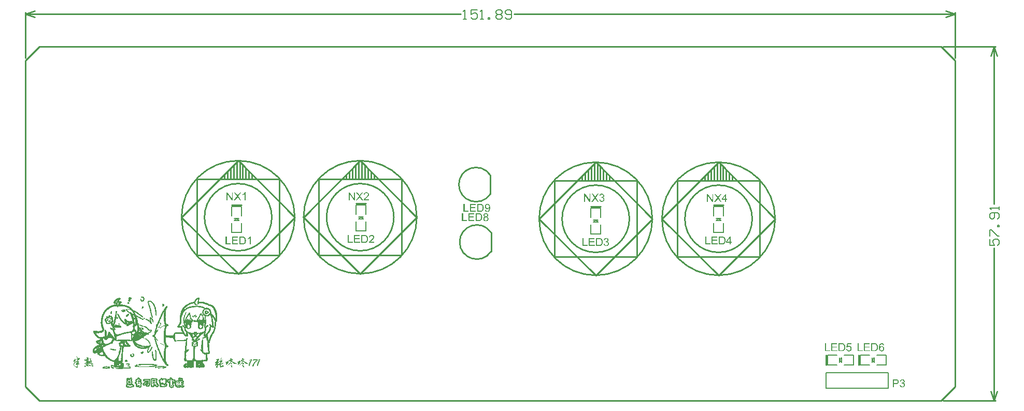
<source format=gto>
G04*
G04 #@! TF.GenerationSoftware,Altium Limited,Altium Designer,20.0.9 (164)*
G04*
G04 Layer_Color=65535*
%FSLAX25Y25*%
%MOIN*%
G70*
G01*
G75*
%ADD10C,0.01000*%
%ADD11C,0.00100*%
%ADD12C,0.00800*%
%ADD13C,0.00500*%
%ADD14C,0.00787*%
%ADD15C,0.00600*%
G36*
X239927Y127518D02*
Y127504D01*
X239920Y127489D01*
X239913Y127468D01*
X239906Y127431D01*
X239891Y127380D01*
X239862Y127329D01*
X239833Y127256D01*
Y127249D01*
X239818Y127227D01*
X239804Y127198D01*
X239789Y127154D01*
X239767Y127096D01*
X239738Y127030D01*
X239709Y126957D01*
X239680Y126870D01*
X239643Y126775D01*
X239607Y126680D01*
X239541Y126462D01*
X239468Y126221D01*
X239403Y125966D01*
Y125959D01*
X239395Y125944D01*
Y125922D01*
X239388Y125893D01*
X239373Y125856D01*
X239359Y125813D01*
X239330Y125703D01*
X239293Y125572D01*
X239249Y125434D01*
X239198Y125273D01*
X239140Y125113D01*
Y125106D01*
X239133Y125091D01*
X239125Y125069D01*
X239118Y125047D01*
X239089Y124974D01*
X239053Y124887D01*
X239023Y124799D01*
X238987Y124719D01*
X238958Y124661D01*
X238943Y124639D01*
X238936Y124624D01*
X238929Y124617D01*
X238907Y124602D01*
X238878Y124581D01*
X238848Y124573D01*
X238827D01*
X238805Y124588D01*
X238783Y124602D01*
X238746Y124624D01*
X238710Y124661D01*
X238666Y124712D01*
X238622Y124785D01*
X238615Y124792D01*
X238608Y124821D01*
X238586Y124858D01*
X238571Y124909D01*
X238528Y125011D01*
X238520Y125069D01*
X238513Y125113D01*
Y125120D01*
Y125135D01*
X238520Y125178D01*
X238535Y125244D01*
X238564Y125302D01*
X238571Y125317D01*
X238593Y125346D01*
X238615Y125404D01*
X238652Y125470D01*
X238681Y125557D01*
X238703Y125660D01*
X238724Y125762D01*
X238732Y125878D01*
Y125893D01*
Y125915D01*
X238724Y125944D01*
X238710Y125973D01*
X238703Y125980D01*
X238688Y125995D01*
X238652Y126017D01*
X238593Y126039D01*
X238586D01*
X238579Y126046D01*
X238542Y126053D01*
X238491Y126060D01*
X238447Y126068D01*
X238440D01*
X238418Y126060D01*
X238397Y126053D01*
X238375Y126024D01*
Y126017D01*
X238367Y126002D01*
X238360Y125988D01*
X238353Y125959D01*
X238345Y125922D01*
X238338Y125871D01*
X238331Y125813D01*
Y125805D01*
Y125784D01*
X238324Y125740D01*
Y125681D01*
X238316Y125609D01*
Y125521D01*
X238309Y125419D01*
Y125295D01*
X238353Y125084D01*
Y125076D01*
X238360Y125047D01*
Y125004D01*
X238367Y124952D01*
X238375Y124894D01*
Y124829D01*
X238382Y124697D01*
Y124690D01*
Y124668D01*
Y124632D01*
X238375Y124581D01*
X238367Y124515D01*
X238353Y124435D01*
X238331Y124340D01*
X238309Y124238D01*
Y124223D01*
X238294Y124194D01*
X238280Y124143D01*
X238258Y124092D01*
X238229Y124041D01*
X238192Y123990D01*
X238156Y123961D01*
X238112Y123946D01*
X238105D01*
X238090Y123954D01*
X238068Y123961D01*
X238032Y123976D01*
X237996Y124005D01*
X237945Y124041D01*
X237886Y124100D01*
X237821Y124172D01*
X237813Y124180D01*
X237791Y124209D01*
X237762Y124253D01*
X237733Y124311D01*
X237704Y124376D01*
X237675Y124449D01*
X237653Y124522D01*
X237646Y124602D01*
Y124610D01*
Y124639D01*
Y124675D01*
Y124726D01*
Y124785D01*
Y124850D01*
X237653Y124974D01*
Y124982D01*
Y125004D01*
X237660Y125033D01*
Y125076D01*
X237667Y125164D01*
Y125259D01*
Y125266D01*
Y125280D01*
Y125302D01*
X237660Y125331D01*
X237646Y125404D01*
X237616Y125477D01*
Y125485D01*
X237609Y125492D01*
X237580Y125543D01*
X237529Y125609D01*
X237456Y125681D01*
X237449Y125689D01*
X237441Y125696D01*
X237398Y125740D01*
X237361Y125784D01*
X237347Y125805D01*
X237339Y125827D01*
Y125835D01*
X237361Y125849D01*
X237376Y125856D01*
X237405Y125864D01*
X237441Y125871D01*
X237551D01*
X237587Y125864D01*
X237667Y125856D01*
X237748Y125827D01*
X237755D01*
X237770Y125820D01*
X237791Y125805D01*
X237821Y125791D01*
X237864Y125762D01*
X237923Y125725D01*
X237988Y125681D01*
X238068Y125623D01*
Y125630D01*
X238076Y125638D01*
X238083Y125674D01*
X238105Y125733D01*
X238134Y125805D01*
X238171Y125893D01*
X238214Y125980D01*
X238265Y126068D01*
X238331Y126155D01*
X238338Y126163D01*
X238360Y126192D01*
X238397Y126228D01*
X238447Y126272D01*
X238498Y126308D01*
X238564Y126345D01*
X238630Y126374D01*
X238703Y126381D01*
X238739D01*
X238776Y126367D01*
X238834Y126352D01*
X238899Y126330D01*
X238980Y126286D01*
X239067Y126235D01*
X239162Y126163D01*
X239169Y126170D01*
X239177Y126192D01*
X239198Y126228D01*
X239228Y126279D01*
X239264Y126338D01*
X239300Y126403D01*
X239381Y126549D01*
X239468Y126709D01*
X239556Y126870D01*
X239592Y126943D01*
X239629Y127008D01*
X239665Y127067D01*
X239687Y127118D01*
X239694Y127125D01*
X239709Y127154D01*
X239723Y127198D01*
X239752Y127249D01*
X239804Y127351D01*
X239825Y127395D01*
X239847Y127431D01*
X239855Y127446D01*
X239869Y127468D01*
X239891Y127497D01*
X239906Y127518D01*
X239913D01*
X239920Y127526D01*
X239927D01*
Y127518D01*
D02*
G37*
G36*
X232426D02*
Y127504D01*
X232419Y127489D01*
X232411Y127468D01*
X232404Y127431D01*
X232389Y127380D01*
X232360Y127329D01*
X232331Y127256D01*
Y127249D01*
X232317Y127227D01*
X232302Y127198D01*
X232288Y127154D01*
X232266Y127096D01*
X232236Y127030D01*
X232207Y126957D01*
X232178Y126870D01*
X232142Y126775D01*
X232105Y126680D01*
X232040Y126462D01*
X231967Y126221D01*
X231901Y125966D01*
Y125959D01*
X231894Y125944D01*
Y125922D01*
X231887Y125893D01*
X231872Y125856D01*
X231857Y125813D01*
X231828Y125703D01*
X231792Y125572D01*
X231748Y125434D01*
X231697Y125273D01*
X231639Y125113D01*
Y125106D01*
X231631Y125091D01*
X231624Y125069D01*
X231617Y125047D01*
X231588Y124974D01*
X231551Y124887D01*
X231522Y124799D01*
X231486Y124719D01*
X231456Y124661D01*
X231442Y124639D01*
X231434Y124624D01*
X231427Y124617D01*
X231405Y124602D01*
X231376Y124581D01*
X231347Y124573D01*
X231325D01*
X231303Y124588D01*
X231281Y124602D01*
X231245Y124624D01*
X231208Y124661D01*
X231165Y124712D01*
X231121Y124785D01*
X231114Y124792D01*
X231106Y124821D01*
X231085Y124858D01*
X231070Y124909D01*
X231026Y125011D01*
X231019Y125069D01*
X231012Y125113D01*
Y125120D01*
Y125135D01*
X231019Y125178D01*
X231034Y125244D01*
X231063Y125302D01*
X231070Y125317D01*
X231092Y125346D01*
X231114Y125404D01*
X231150Y125470D01*
X231179Y125557D01*
X231201Y125660D01*
X231223Y125762D01*
X231230Y125878D01*
Y125893D01*
Y125915D01*
X231223Y125944D01*
X231208Y125973D01*
X231201Y125980D01*
X231187Y125995D01*
X231150Y126017D01*
X231092Y126039D01*
X231085D01*
X231077Y126046D01*
X231041Y126053D01*
X230990Y126060D01*
X230946Y126068D01*
X230939D01*
X230917Y126060D01*
X230895Y126053D01*
X230873Y126024D01*
Y126017D01*
X230866Y126002D01*
X230859Y125988D01*
X230851Y125959D01*
X230844Y125922D01*
X230837Y125871D01*
X230830Y125813D01*
Y125805D01*
Y125784D01*
X230822Y125740D01*
Y125681D01*
X230815Y125609D01*
Y125521D01*
X230808Y125419D01*
Y125295D01*
X230851Y125084D01*
Y125076D01*
X230859Y125047D01*
Y125004D01*
X230866Y124952D01*
X230873Y124894D01*
Y124829D01*
X230880Y124697D01*
Y124690D01*
Y124668D01*
Y124632D01*
X230873Y124581D01*
X230866Y124515D01*
X230851Y124435D01*
X230830Y124340D01*
X230808Y124238D01*
Y124223D01*
X230793Y124194D01*
X230778Y124143D01*
X230757Y124092D01*
X230727Y124041D01*
X230691Y123990D01*
X230655Y123961D01*
X230611Y123946D01*
X230604D01*
X230589Y123954D01*
X230567Y123961D01*
X230531Y123976D01*
X230494Y124005D01*
X230443Y124041D01*
X230385Y124100D01*
X230319Y124172D01*
X230312Y124180D01*
X230290Y124209D01*
X230261Y124253D01*
X230232Y124311D01*
X230203Y124376D01*
X230173Y124449D01*
X230152Y124522D01*
X230144Y124602D01*
Y124610D01*
Y124639D01*
Y124675D01*
Y124726D01*
Y124785D01*
Y124850D01*
X230152Y124974D01*
Y124982D01*
Y125004D01*
X230159Y125033D01*
Y125076D01*
X230166Y125164D01*
Y125259D01*
Y125266D01*
Y125280D01*
Y125302D01*
X230159Y125331D01*
X230144Y125404D01*
X230115Y125477D01*
Y125485D01*
X230108Y125492D01*
X230079Y125543D01*
X230028Y125609D01*
X229955Y125681D01*
X229947Y125689D01*
X229940Y125696D01*
X229896Y125740D01*
X229860Y125784D01*
X229845Y125805D01*
X229838Y125827D01*
Y125835D01*
X229860Y125849D01*
X229874Y125856D01*
X229904Y125864D01*
X229940Y125871D01*
X230049D01*
X230086Y125864D01*
X230166Y125856D01*
X230246Y125827D01*
X230254D01*
X230268Y125820D01*
X230290Y125805D01*
X230319Y125791D01*
X230363Y125762D01*
X230421Y125725D01*
X230487Y125681D01*
X230567Y125623D01*
Y125630D01*
X230574Y125638D01*
X230582Y125674D01*
X230604Y125733D01*
X230633Y125805D01*
X230669Y125893D01*
X230713Y125980D01*
X230764Y126068D01*
X230830Y126155D01*
X230837Y126163D01*
X230859Y126192D01*
X230895Y126228D01*
X230946Y126272D01*
X230997Y126308D01*
X231063Y126345D01*
X231128Y126374D01*
X231201Y126381D01*
X231238D01*
X231274Y126367D01*
X231332Y126352D01*
X231398Y126330D01*
X231478Y126286D01*
X231566Y126235D01*
X231661Y126163D01*
X231668Y126170D01*
X231675Y126192D01*
X231697Y126228D01*
X231726Y126279D01*
X231763Y126338D01*
X231799Y126403D01*
X231879Y126549D01*
X231967Y126709D01*
X232054Y126870D01*
X232091Y126943D01*
X232127Y127008D01*
X232164Y127067D01*
X232185Y127118D01*
X232193Y127125D01*
X232207Y127154D01*
X232222Y127198D01*
X232251Y127249D01*
X232302Y127351D01*
X232324Y127395D01*
X232346Y127431D01*
X232353Y127446D01*
X232368Y127468D01*
X232389Y127497D01*
X232404Y127518D01*
X232411D01*
X232419Y127526D01*
X232426D01*
Y127518D01*
D02*
G37*
G36*
X227236Y128546D02*
X227257Y128532D01*
X227287Y128503D01*
X227323Y128473D01*
X227367Y128430D01*
X227410Y128379D01*
X227462Y128306D01*
X227513Y128226D01*
X227571Y128124D01*
X227636Y128000D01*
X227709Y127861D01*
X227782Y127701D01*
X227862Y127518D01*
X227870Y127504D01*
X227884Y127475D01*
X227906Y127417D01*
X227928Y127351D01*
X227964Y127263D01*
X228001Y127161D01*
X228037Y127052D01*
X228074Y126928D01*
X228154Y126673D01*
X228212Y126410D01*
X228234Y126279D01*
X228249Y126155D01*
X228256Y126031D01*
Y125922D01*
Y125915D01*
Y125900D01*
Y125878D01*
Y125849D01*
X228249Y125769D01*
Y125660D01*
Y125652D01*
Y125630D01*
Y125601D01*
X228256Y125557D01*
Y125499D01*
X228263Y125434D01*
X228271Y125353D01*
X228285Y125266D01*
Y125259D01*
X228292Y125230D01*
X228300Y125186D01*
X228307Y125135D01*
X228314Y125033D01*
X228322Y124989D01*
Y124952D01*
Y124945D01*
Y124916D01*
X228314Y124880D01*
X228292Y124836D01*
X228271Y124792D01*
X228234Y124741D01*
X228183Y124697D01*
X228110Y124661D01*
X226842Y124085D01*
Y124078D01*
Y124056D01*
X226835Y124019D01*
Y123968D01*
X226827Y123917D01*
Y123852D01*
X226820Y123706D01*
X226805Y123546D01*
X226798Y123392D01*
Y123319D01*
X226791Y123254D01*
Y123196D01*
Y123144D01*
Y123137D01*
Y123108D01*
Y123072D01*
X226798Y123028D01*
Y122984D01*
X226805Y122948D01*
X226813Y122918D01*
X226827Y122911D01*
X226835D01*
X226856Y122918D01*
X226900Y122940D01*
X226951Y122977D01*
X226958Y122984D01*
X226980Y123006D01*
X227024Y123043D01*
X227068Y123086D01*
X227126Y123137D01*
X227192Y123196D01*
X227345Y123327D01*
X227498Y123465D01*
X227651Y123597D01*
X227717Y123655D01*
X227775Y123713D01*
X227826Y123750D01*
X227870Y123786D01*
X227877Y123793D01*
X227899Y123808D01*
X227935Y123830D01*
X227979Y123859D01*
X228067Y123910D01*
X228110Y123925D01*
X228147Y123932D01*
X228154D01*
X228183Y123925D01*
X228220Y123917D01*
X228271Y123895D01*
X228329Y123852D01*
X228387Y123793D01*
X228460Y123720D01*
X228489Y123669D01*
X228526Y123611D01*
X228533Y123597D01*
X228555Y123560D01*
X228584Y123502D01*
X228621Y123429D01*
X228650Y123341D01*
X228679Y123247D01*
X228701Y123152D01*
X228708Y123064D01*
Y123057D01*
X228701Y123028D01*
X228694Y122984D01*
X228672Y122933D01*
X228643Y122875D01*
X228591Y122809D01*
X228526Y122751D01*
X228438Y122693D01*
X228424Y122685D01*
X228395Y122671D01*
X228351Y122649D01*
X228292Y122620D01*
X228161Y122569D01*
X228110Y122554D01*
X228059Y122547D01*
X228045D01*
X228001Y122561D01*
X227972Y122576D01*
X227943Y122605D01*
X227906Y122634D01*
X227877Y122678D01*
Y122685D01*
X227862Y122700D01*
X227848Y122729D01*
X227826Y122773D01*
X227797Y122824D01*
X227760Y122889D01*
X227724Y122962D01*
X227680Y123050D01*
X227673Y123043D01*
X227651Y123028D01*
X227615Y122999D01*
X227578Y122962D01*
X227520Y122918D01*
X227462Y122868D01*
X227338Y122744D01*
X227206Y122605D01*
X227090Y122459D01*
X227039Y122379D01*
X226995Y122306D01*
X226966Y122233D01*
X226944Y122168D01*
Y122160D01*
X226937Y122153D01*
X226922Y122124D01*
X226893Y122088D01*
X226871Y122080D01*
X226842Y122073D01*
X226835D01*
X226813Y122080D01*
X226783Y122088D01*
X226740Y122109D01*
X226689Y122139D01*
X226630Y122182D01*
X226557Y122248D01*
X226485Y122335D01*
X226477Y122350D01*
X226463Y122364D01*
X226455Y122386D01*
X226434Y122423D01*
X226419Y122467D01*
X226397Y122510D01*
X226383Y122576D01*
X226361Y122642D01*
X226339Y122722D01*
X226324Y122809D01*
X226310Y122911D01*
X226295Y123028D01*
X226280Y123152D01*
X226273Y123290D01*
Y123443D01*
Y123451D01*
Y123480D01*
Y123524D01*
Y123575D01*
X226280Y123640D01*
Y123706D01*
X226295Y123844D01*
X226288D01*
X226273Y123837D01*
X226251Y123830D01*
X226215Y123822D01*
X226127Y123801D01*
X226025Y123793D01*
X225974D01*
X225916Y123801D01*
X225850Y123815D01*
X225778Y123837D01*
X225712Y123866D01*
X225646Y123910D01*
X225603Y123968D01*
Y123976D01*
X225588Y123997D01*
X225573Y124034D01*
X225559Y124070D01*
X225530Y124165D01*
X225522Y124209D01*
X225515Y124253D01*
Y124260D01*
Y124275D01*
X225522Y124296D01*
X225530Y124326D01*
X225544Y124362D01*
X225559Y124406D01*
X225588Y124457D01*
X225624Y124508D01*
X225632Y124515D01*
X225646Y124537D01*
X225675Y124573D01*
X225719Y124624D01*
X225778Y124690D01*
X225850Y124770D01*
X225938Y124865D01*
X226040Y124974D01*
X226047Y124982D01*
X226055Y124989D01*
X226091Y125033D01*
X226149Y125098D01*
X226215Y125178D01*
X226295Y125288D01*
X226375Y125404D01*
X226463Y125528D01*
X226536Y125667D01*
Y125674D01*
X226543Y125696D01*
X226550Y125725D01*
X226557Y125769D01*
X226565Y125820D01*
X226572Y125878D01*
X226594Y126010D01*
X226616Y126148D01*
X226638Y126286D01*
X226645Y126410D01*
X226652Y126469D01*
Y126513D01*
X226645D01*
X226609Y126505D01*
X226565Y126483D01*
X226492Y126447D01*
X226404Y126381D01*
X226353Y126338D01*
X226295Y126294D01*
X226237Y126235D01*
X226171Y126170D01*
X226098Y126090D01*
X226025Y126002D01*
X226018Y125995D01*
X226011Y125980D01*
X225989Y125959D01*
X225960Y125922D01*
X225880Y125835D01*
X225785Y125725D01*
X225675Y125609D01*
X225559Y125492D01*
X225442Y125375D01*
X225325Y125273D01*
X225318Y125266D01*
X225304Y125251D01*
X225274Y125230D01*
X225238Y125193D01*
X225143Y125106D01*
X225034Y125004D01*
X224925Y124901D01*
X224837Y124799D01*
X224793Y124748D01*
X224764Y124712D01*
X224750Y124675D01*
X224742Y124646D01*
Y124639D01*
X224750Y124624D01*
X224764Y124602D01*
X224786Y124573D01*
X224793Y124566D01*
X224815Y124551D01*
X224844Y124522D01*
X224873Y124493D01*
X224946Y124413D01*
X224983Y124369D01*
X225005Y124326D01*
Y124318D01*
X225012Y124304D01*
X225027Y124282D01*
X225034Y124253D01*
X225048Y124216D01*
X225056Y124165D01*
X225063Y124114D01*
Y124048D01*
Y124041D01*
Y124019D01*
Y123976D01*
X225056Y123917D01*
Y123852D01*
X225048Y123764D01*
X225041Y123662D01*
X225027Y123546D01*
Y123531D01*
X225019Y123495D01*
X225012Y123429D01*
X225005Y123356D01*
X224990Y123261D01*
X224976Y123166D01*
X224939Y122970D01*
Y122955D01*
X224925Y122926D01*
X224910Y122882D01*
X224895Y122817D01*
X224866Y122751D01*
X224830Y122678D01*
X224786Y122605D01*
X224735Y122532D01*
X224728Y122525D01*
X224713Y122503D01*
X224684Y122459D01*
X224647Y122408D01*
X224604Y122335D01*
X224553Y122255D01*
X224495Y122168D01*
X224436Y122066D01*
X224429Y122058D01*
X224407Y122036D01*
X224371Y122007D01*
X224320Y122000D01*
X224298D01*
X224269Y122007D01*
X224239Y122022D01*
X224203Y122044D01*
X224159Y122080D01*
X224108Y122124D01*
X224064Y122189D01*
X224057Y122197D01*
X224043Y122226D01*
X224028Y122262D01*
X224006Y122313D01*
X223977Y122379D01*
X223962Y122459D01*
X223948Y122547D01*
X223940Y122649D01*
Y122656D01*
Y122685D01*
Y122736D01*
X223948Y122802D01*
Y122875D01*
X223955Y122962D01*
X223962Y123057D01*
X223970Y123166D01*
X223999Y123392D01*
X224043Y123626D01*
X224108Y123859D01*
X224145Y123961D01*
X224188Y124063D01*
X224181Y124056D01*
X224152Y124034D01*
X224101Y123990D01*
X224043Y123946D01*
X223962Y123881D01*
X223868Y123808D01*
X223765Y123735D01*
X223649Y123647D01*
X223634Y123640D01*
X223598Y123611D01*
X223547Y123575D01*
X223481Y123538D01*
X223415Y123495D01*
X223357Y123458D01*
X223306Y123429D01*
X223277Y123422D01*
X223270D01*
X223248Y123436D01*
X223204Y123465D01*
X223182Y123487D01*
X223153Y123516D01*
Y123524D01*
X223138Y123531D01*
X223109Y123575D01*
X223073Y123633D01*
X223037Y123691D01*
Y123699D01*
X223029Y123706D01*
X223022Y123728D01*
Y123750D01*
X223015Y123786D01*
X223007Y123830D01*
X223000Y123881D01*
Y123939D01*
Y123946D01*
Y123968D01*
Y123997D01*
X223007Y124034D01*
X223022Y124121D01*
X223037Y124158D01*
X223051Y124187D01*
Y124194D01*
X223066Y124202D01*
X223080Y124216D01*
X223102Y124231D01*
X223131Y124253D01*
X223175Y124267D01*
X223226Y124282D01*
X223284Y124296D01*
X223292D01*
X223321Y124311D01*
X223364Y124326D01*
X223430Y124362D01*
X223518Y124413D01*
X223620Y124493D01*
X223685Y124544D01*
X223758Y124595D01*
X223831Y124661D01*
X223911Y124734D01*
X223919Y124741D01*
X223933Y124748D01*
X223955Y124770D01*
X223984Y124799D01*
X224057Y124872D01*
X224152Y124967D01*
X224247Y125069D01*
X224334Y125171D01*
X224407Y125273D01*
X224436Y125324D01*
X224458Y125368D01*
X224443Y125361D01*
X224407Y125346D01*
X224378Y125331D01*
X224341Y125317D01*
X224298Y125295D01*
X224247Y125266D01*
X224188Y125230D01*
X224115Y125193D01*
X224043Y125142D01*
X223955Y125091D01*
X223860Y125025D01*
X223758Y124952D01*
X223649Y124872D01*
X223525Y124785D01*
X223518D01*
X223510Y124777D01*
X223474Y124756D01*
X223415Y124726D01*
X223357Y124719D01*
X223335D01*
X223306Y124726D01*
X223277Y124741D01*
X223233Y124770D01*
X223197Y124799D01*
X223153Y124850D01*
X223109Y124916D01*
X223102Y124923D01*
X223095Y124952D01*
X223073Y124989D01*
X223058Y125040D01*
X223037Y125098D01*
X223015Y125164D01*
X223007Y125230D01*
X223000Y125295D01*
Y125310D01*
Y125339D01*
X223007Y125375D01*
X223022Y125426D01*
X223044Y125477D01*
X223080Y125521D01*
X223124Y125557D01*
X223182Y125579D01*
X223189D01*
X223211Y125587D01*
X223248Y125594D01*
X223292Y125609D01*
X223401Y125652D01*
X223503Y125718D01*
X223510Y125725D01*
X223525Y125740D01*
X223554Y125754D01*
X223583Y125784D01*
X223663Y125864D01*
X223744Y125959D01*
X223751Y125966D01*
X223765Y125988D01*
X223795Y126017D01*
X223831Y126060D01*
X223882Y126112D01*
X223948Y126177D01*
X224021Y126250D01*
X224108Y126330D01*
X224123Y126338D01*
X224152Y126367D01*
X224188Y126410D01*
X224239Y126454D01*
X224290Y126498D01*
X224334Y126542D01*
X224371Y126571D01*
X224385Y126585D01*
X224392Y126593D01*
X224407Y126600D01*
X224443Y126644D01*
X224487Y126695D01*
X224495Y126731D01*
X224502Y126760D01*
Y126775D01*
X224487Y126804D01*
X224473Y126819D01*
X224451Y126841D01*
X224422Y126855D01*
X224385Y126870D01*
X224378D01*
X224363Y126877D01*
X224341Y126892D01*
X224305Y126913D01*
X224269Y126935D01*
X224217Y126972D01*
X224159Y127023D01*
X224094Y127081D01*
X224086Y127088D01*
X224064Y127110D01*
X224035Y127139D01*
X224006Y127183D01*
X223970Y127227D01*
X223940Y127263D01*
X223919Y127307D01*
X223911Y127336D01*
Y127344D01*
Y127351D01*
X223926Y127380D01*
X223940Y127395D01*
X223955Y127417D01*
X223984Y127431D01*
X224021Y127438D01*
X224035D01*
X224079Y127453D01*
X224145Y127460D01*
X224225Y127482D01*
X224392Y127518D01*
X224465Y127548D01*
X224531Y127570D01*
X224538D01*
X224560Y127584D01*
X224589Y127599D01*
X224633Y127628D01*
X224691Y127664D01*
X224757Y127708D01*
X224830Y127766D01*
X224910Y127832D01*
X224917Y127839D01*
X224946Y127854D01*
X224990Y127861D01*
X225048Y127868D01*
X225092D01*
X225136Y127861D01*
X225194Y127847D01*
X225260Y127825D01*
X225333Y127788D01*
X225406Y127744D01*
X225479Y127686D01*
X225486Y127679D01*
X225508Y127657D01*
X225544Y127621D01*
X225581Y127577D01*
X225610Y127526D01*
X225646Y127468D01*
X225668Y127409D01*
X225675Y127344D01*
Y127336D01*
X225668Y127314D01*
X225661Y127285D01*
X225639Y127256D01*
X225632Y127249D01*
X225624Y127234D01*
X225603Y127205D01*
X225581Y127161D01*
X225544Y127110D01*
X225508Y127052D01*
X225471Y126979D01*
X225428Y126892D01*
X225420Y126877D01*
X225406Y126855D01*
X225391Y126826D01*
X225355Y126782D01*
X225318Y126724D01*
X225260Y126644D01*
X225194Y126549D01*
X225187Y126534D01*
X225165Y126505D01*
X225129Y126462D01*
X225092Y126410D01*
X225048Y126352D01*
X225012Y126308D01*
X224976Y126272D01*
X224954Y126250D01*
X224946Y126243D01*
X224932Y126228D01*
X224917Y126206D01*
X224910Y126163D01*
Y126155D01*
X224917Y126126D01*
X224939Y126097D01*
X224976Y126068D01*
X224983Y126060D01*
X225005Y126053D01*
X225041Y126031D01*
X225085Y126010D01*
X225172Y125937D01*
X225209Y125900D01*
X225238Y125856D01*
Y125849D01*
X225253Y125835D01*
X225260Y125813D01*
X225282Y125776D01*
X225296Y125733D01*
X225311Y125689D01*
X225340Y125572D01*
X225347Y125579D01*
X225362Y125594D01*
X225391Y125623D01*
X225435Y125667D01*
X225486Y125718D01*
X225544Y125776D01*
X225617Y125842D01*
X225697Y125922D01*
X225785Y126002D01*
X225887Y126090D01*
X225996Y126192D01*
X226113Y126294D01*
X226237Y126396D01*
X226368Y126513D01*
X226514Y126629D01*
X226660Y126746D01*
Y126753D01*
Y126768D01*
Y126789D01*
Y126819D01*
Y126855D01*
Y126906D01*
Y127015D01*
Y127147D01*
X226674Y127293D01*
X226689Y127453D01*
X226711Y127621D01*
Y127628D01*
X226718Y127643D01*
Y127664D01*
X226725Y127693D01*
X226740Y127781D01*
X226769Y127883D01*
X226798Y127992D01*
X226842Y128109D01*
X226893Y128218D01*
X226951Y128320D01*
X226958Y128328D01*
X226980Y128357D01*
X227010Y128393D01*
X227046Y128444D01*
X227090Y128488D01*
X227126Y128524D01*
X227163Y128554D01*
X227192Y128561D01*
X227206D01*
X227236Y128546D01*
D02*
G37*
G36*
X241291Y125142D02*
X241334Y125127D01*
X241393Y125106D01*
X241458Y125069D01*
X241531Y125025D01*
X241604Y124960D01*
X241611Y124952D01*
X241633Y124931D01*
X241670Y124894D01*
X241706Y124850D01*
X241743Y124799D01*
X241779Y124748D01*
X241801Y124690D01*
X241808Y124632D01*
Y124624D01*
X241801Y124595D01*
X241794Y124559D01*
X241772Y124522D01*
X241743Y124479D01*
X241692Y124435D01*
X241619Y124406D01*
X241524Y124391D01*
X241502D01*
X241466Y124384D01*
X241422Y124369D01*
X241356Y124347D01*
X241269Y124326D01*
X241167Y124289D01*
X241043Y124238D01*
X241036D01*
X241028Y124231D01*
X240984Y124216D01*
X240933Y124187D01*
X240868Y124143D01*
X240802Y124092D01*
X240744Y124041D01*
X240700Y123976D01*
X240693Y123939D01*
X240686Y123903D01*
Y123895D01*
Y123881D01*
X240693Y123859D01*
X240707Y123830D01*
X240737Y123801D01*
X240766Y123779D01*
X240817Y123764D01*
X240882Y123757D01*
X240897D01*
X240933Y123750D01*
X240999Y123742D01*
X241072Y123720D01*
X241167Y123691D01*
X241276Y123640D01*
X241385Y123575D01*
X241502Y123487D01*
X241509D01*
X241517Y123473D01*
X241553Y123436D01*
X241604Y123378D01*
X241662Y123298D01*
X241713Y123203D01*
X241764Y123079D01*
X241801Y122948D01*
X241815Y122875D01*
Y122795D01*
Y122787D01*
Y122773D01*
X241808Y122744D01*
Y122700D01*
X241794Y122656D01*
X241779Y122598D01*
X241764Y122539D01*
X241735Y122474D01*
Y122467D01*
X241721Y122445D01*
X241706Y122415D01*
X241684Y122379D01*
X241662Y122343D01*
X241640Y122313D01*
X241611Y122292D01*
X241582Y122284D01*
X241568D01*
X241539Y122292D01*
X241487Y122306D01*
X241436Y122335D01*
X241422Y122343D01*
X241393Y122372D01*
X241349Y122408D01*
X241291Y122467D01*
Y122474D01*
X241276Y122481D01*
X241240Y122525D01*
X241189Y122583D01*
X241116Y122671D01*
X241108Y122678D01*
X241101Y122693D01*
X241065Y122736D01*
X241021Y122795D01*
X240984Y122846D01*
Y122853D01*
X240977Y122882D01*
X240970Y122911D01*
Y122948D01*
Y122955D01*
X240977Y122977D01*
Y123006D01*
Y123035D01*
Y123043D01*
Y123072D01*
X240970Y123115D01*
X240955Y123174D01*
X240926Y123239D01*
X240890Y123312D01*
X240839Y123385D01*
X240773Y123465D01*
X240766Y123473D01*
X240751Y123495D01*
X240729Y123524D01*
X240707Y123567D01*
X240678Y123618D01*
X240656Y123684D01*
X240642Y123757D01*
X240634Y123837D01*
Y123844D01*
X240642Y123873D01*
X240649Y123925D01*
X240664Y123983D01*
X240693Y124063D01*
X240737Y124151D01*
X240788Y124245D01*
X240868Y124347D01*
X240875Y124355D01*
X240890Y124376D01*
X240912Y124398D01*
X240941Y124435D01*
X240984Y124508D01*
X240999Y124537D01*
X241006Y124566D01*
Y124573D01*
X240992Y124602D01*
X240977Y124624D01*
X240955Y124646D01*
X240926Y124668D01*
X240890Y124690D01*
X240882D01*
X240868Y124705D01*
X240846Y124719D01*
X240817Y124741D01*
X240729Y124799D01*
X240627Y124887D01*
X240620Y124894D01*
X240605Y124909D01*
X240583Y124931D01*
X240562Y124960D01*
X240511Y125018D01*
X240496Y125047D01*
X240489Y125062D01*
Y125069D01*
X240496Y125084D01*
X240518Y125091D01*
X240562Y125098D01*
X240737Y125091D01*
X240780D01*
X240817Y125098D01*
X240897Y125106D01*
X240999Y125120D01*
X241006D01*
X241021Y125127D01*
X241050D01*
X241079Y125135D01*
X241152Y125142D01*
X241218Y125149D01*
X241254D01*
X241291Y125142D01*
D02*
G37*
G36*
X233789D02*
X233833Y125127D01*
X233891Y125106D01*
X233957Y125069D01*
X234030Y125025D01*
X234103Y124960D01*
X234110Y124952D01*
X234132Y124931D01*
X234168Y124894D01*
X234205Y124850D01*
X234241Y124799D01*
X234278Y124748D01*
X234299Y124690D01*
X234307Y124632D01*
Y124624D01*
X234299Y124595D01*
X234292Y124559D01*
X234270Y124522D01*
X234241Y124479D01*
X234190Y124435D01*
X234117Y124406D01*
X234022Y124391D01*
X234001D01*
X233964Y124384D01*
X233920Y124369D01*
X233855Y124347D01*
X233767Y124326D01*
X233665Y124289D01*
X233541Y124238D01*
X233534D01*
X233527Y124231D01*
X233483Y124216D01*
X233432Y124187D01*
X233366Y124143D01*
X233301Y124092D01*
X233243Y124041D01*
X233199Y123976D01*
X233191Y123939D01*
X233184Y123903D01*
Y123895D01*
Y123881D01*
X233191Y123859D01*
X233206Y123830D01*
X233235Y123801D01*
X233264Y123779D01*
X233315Y123764D01*
X233381Y123757D01*
X233396D01*
X233432Y123750D01*
X233498Y123742D01*
X233571Y123720D01*
X233665Y123691D01*
X233775Y123640D01*
X233884Y123575D01*
X234001Y123487D01*
X234008D01*
X234015Y123473D01*
X234052Y123436D01*
X234103Y123378D01*
X234161Y123298D01*
X234212Y123203D01*
X234263Y123079D01*
X234299Y122948D01*
X234314Y122875D01*
Y122795D01*
Y122787D01*
Y122773D01*
X234307Y122744D01*
Y122700D01*
X234292Y122656D01*
X234278Y122598D01*
X234263Y122539D01*
X234234Y122474D01*
Y122467D01*
X234219Y122445D01*
X234205Y122415D01*
X234183Y122379D01*
X234161Y122343D01*
X234139Y122313D01*
X234110Y122292D01*
X234081Y122284D01*
X234066D01*
X234037Y122292D01*
X233986Y122306D01*
X233935Y122335D01*
X233920Y122343D01*
X233891Y122372D01*
X233847Y122408D01*
X233789Y122467D01*
Y122474D01*
X233775Y122481D01*
X233738Y122525D01*
X233687Y122583D01*
X233614Y122671D01*
X233607Y122678D01*
X233600Y122693D01*
X233563Y122736D01*
X233520Y122795D01*
X233483Y122846D01*
Y122853D01*
X233476Y122882D01*
X233468Y122911D01*
Y122948D01*
Y122955D01*
X233476Y122977D01*
Y123006D01*
Y123035D01*
Y123043D01*
Y123072D01*
X233468Y123115D01*
X233454Y123174D01*
X233425Y123239D01*
X233388Y123312D01*
X233337Y123385D01*
X233272Y123465D01*
X233264Y123473D01*
X233250Y123495D01*
X233228Y123524D01*
X233206Y123567D01*
X233177Y123618D01*
X233155Y123684D01*
X233140Y123757D01*
X233133Y123837D01*
Y123844D01*
X233140Y123873D01*
X233148Y123925D01*
X233162Y123983D01*
X233191Y124063D01*
X233235Y124151D01*
X233286Y124245D01*
X233366Y124347D01*
X233374Y124355D01*
X233388Y124376D01*
X233410Y124398D01*
X233439Y124435D01*
X233483Y124508D01*
X233498Y124537D01*
X233505Y124566D01*
Y124573D01*
X233490Y124602D01*
X233476Y124624D01*
X233454Y124646D01*
X233425Y124668D01*
X233388Y124690D01*
X233381D01*
X233366Y124705D01*
X233345Y124719D01*
X233315Y124741D01*
X233228Y124799D01*
X233126Y124887D01*
X233119Y124894D01*
X233104Y124909D01*
X233082Y124931D01*
X233060Y124960D01*
X233009Y125018D01*
X232995Y125047D01*
X232987Y125062D01*
Y125069D01*
X232995Y125084D01*
X233016Y125091D01*
X233060Y125098D01*
X233235Y125091D01*
X233279D01*
X233315Y125098D01*
X233396Y125106D01*
X233498Y125120D01*
X233505D01*
X233520Y125127D01*
X233549D01*
X233578Y125135D01*
X233651Y125142D01*
X233716Y125149D01*
X233753D01*
X233789Y125142D01*
D02*
G37*
G36*
X240773Y128233D02*
X240831Y128218D01*
X240904Y128182D01*
X240984Y128124D01*
X241028Y128087D01*
X241072Y128043D01*
X241116Y127992D01*
X241159Y127927D01*
X241203Y127854D01*
X241240Y127774D01*
X241247Y127781D01*
X241262Y127788D01*
X241291Y127803D01*
X241327Y127817D01*
X241414Y127847D01*
X241458Y127861D01*
X241524D01*
X241553Y127854D01*
X241589Y127839D01*
X241633Y127825D01*
X241684Y127796D01*
X241735Y127752D01*
X241801Y127701D01*
X241808Y127693D01*
X241830Y127672D01*
X241859Y127635D01*
X241896Y127591D01*
X241925Y127533D01*
X241954Y127468D01*
X241976Y127395D01*
X241983Y127314D01*
Y127307D01*
Y127278D01*
X241976Y127242D01*
X241961Y127190D01*
X241947Y127132D01*
X241917Y127074D01*
X241874Y127015D01*
X241823Y126957D01*
X241815D01*
X241808Y126943D01*
X241764Y126906D01*
X241706Y126848D01*
X241633Y126782D01*
X241553Y126702D01*
X241480Y126622D01*
X241407Y126549D01*
X241356Y126483D01*
X241364Y126476D01*
X241393Y126462D01*
X241436Y126432D01*
X241495Y126396D01*
X241560Y126352D01*
X241640Y126301D01*
X241735Y126243D01*
X241830Y126184D01*
X242034Y126053D01*
X242253Y125929D01*
X242457Y125805D01*
X242559Y125754D01*
X242647Y125703D01*
X242654D01*
X242668Y125689D01*
X242698Y125681D01*
X242734Y125660D01*
X242785Y125630D01*
X242843Y125601D01*
X242916Y125565D01*
X243004Y125528D01*
X243106Y125477D01*
X243215Y125426D01*
X243332Y125368D01*
X243470Y125302D01*
X243616Y125237D01*
X243776Y125164D01*
X243952Y125084D01*
X244134Y124996D01*
X244141D01*
X244156Y124989D01*
X244177Y124974D01*
X244199Y124967D01*
X244272Y124923D01*
X244352Y124880D01*
X244433Y124829D01*
X244506Y124770D01*
X244527Y124741D01*
X244549Y124712D01*
X244564Y124690D01*
X244571Y124661D01*
Y124654D01*
X244564Y124639D01*
X244556Y124617D01*
X244535Y124588D01*
X244498Y124559D01*
X244447Y124522D01*
X244374Y124493D01*
X244280Y124471D01*
X244265D01*
X244229Y124464D01*
X244170Y124457D01*
X244083Y124449D01*
X243988Y124435D01*
X243871Y124428D01*
X243740Y124420D01*
X243536D01*
X243470Y124428D01*
X243383Y124435D01*
X243281Y124449D01*
X243171Y124479D01*
X243062Y124508D01*
X242960Y124551D01*
X242945Y124559D01*
X242916Y124581D01*
X242858Y124617D01*
X242785Y124668D01*
X242698Y124734D01*
X242588Y124829D01*
X242472Y124938D01*
X242340Y125069D01*
X242333Y125076D01*
X242326Y125084D01*
X242304Y125106D01*
X242282Y125135D01*
X242216Y125208D01*
X242136Y125295D01*
X242041Y125390D01*
X241939Y125485D01*
X241845Y125579D01*
X241750Y125667D01*
X241743Y125674D01*
X241706Y125703D01*
X241655Y125747D01*
X241582Y125798D01*
X241487Y125864D01*
X241378Y125937D01*
X241247Y126017D01*
X241094Y126104D01*
X241087Y126097D01*
X241079Y126075D01*
X241057Y126031D01*
X241028Y125988D01*
X240992Y125922D01*
X240948Y125849D01*
X240897Y125769D01*
X240846Y125689D01*
X240737Y125499D01*
X240613Y125302D01*
X240481Y125098D01*
X240357Y124916D01*
Y124909D01*
X240343Y124894D01*
X240328Y124872D01*
X240299Y124843D01*
X240241Y124756D01*
X240153Y124654D01*
X240059Y124530D01*
X239949Y124406D01*
X239840Y124282D01*
X239723Y124165D01*
X239709Y124151D01*
X239672Y124121D01*
X239607Y124070D01*
X239534Y124005D01*
X239439Y123939D01*
X239330Y123866D01*
X239220Y123801D01*
X239104Y123742D01*
X239089Y123735D01*
X239053Y123720D01*
X239001Y123699D01*
X238936Y123677D01*
X238790Y123633D01*
X238732Y123618D01*
X238681Y123611D01*
X238673D01*
X238666Y123618D01*
X238659Y123626D01*
X238666Y123640D01*
X238688Y123662D01*
X238732Y123699D01*
X238746Y123706D01*
X238776Y123735D01*
X238827Y123779D01*
X238892Y123837D01*
X238980Y123917D01*
X239082Y124019D01*
X239198Y124143D01*
X239330Y124282D01*
X239475Y124449D01*
X239629Y124639D01*
X239789Y124843D01*
X239964Y125076D01*
X240139Y125339D01*
X240328Y125623D01*
X240518Y125929D01*
X240707Y126265D01*
X240700D01*
X240678Y126272D01*
X240642Y126286D01*
X240591Y126294D01*
X240532Y126308D01*
X240459Y126323D01*
X240306Y126352D01*
X240292Y126345D01*
X240263Y126316D01*
X240219Y126286D01*
X240161Y126243D01*
X240102Y126206D01*
X240051Y126170D01*
X240000Y126141D01*
X239964Y126133D01*
X239956D01*
X239942Y126148D01*
X239927Y126163D01*
X239906Y126184D01*
X239884Y126221D01*
X239862Y126272D01*
X239840Y126345D01*
Y126352D01*
X239833Y126381D01*
X239825Y126425D01*
X239818Y126469D01*
X239796Y126585D01*
X239789Y126644D01*
Y126702D01*
Y126709D01*
Y126724D01*
X239796Y126753D01*
X239804Y126782D01*
X239833Y126848D01*
X239855Y126884D01*
X239884Y126913D01*
X239891D01*
X239898Y126928D01*
X239935Y126957D01*
X239993Y127008D01*
X240066Y127074D01*
X240146Y127154D01*
X240234Y127242D01*
X240321Y127336D01*
X240394Y127438D01*
X240401Y127453D01*
X240423Y127482D01*
X240452Y127533D01*
X240489Y127584D01*
X240525Y127643D01*
X240554Y127701D01*
X240576Y127752D01*
X240583Y127788D01*
Y127796D01*
Y127803D01*
X240569Y127832D01*
X240554Y127854D01*
X240540Y127876D01*
X240511Y127898D01*
X240474Y127919D01*
X240467D01*
X240459Y127927D01*
X240423Y127949D01*
X240387Y127985D01*
X240379Y128000D01*
X240372Y128022D01*
Y128029D01*
X240387Y128058D01*
X240401Y128080D01*
X240423Y128102D01*
X240452Y128124D01*
X240489Y128153D01*
X240496Y128160D01*
X240511Y128167D01*
X240532Y128182D01*
X240562Y128197D01*
X240634Y128226D01*
X240678Y128240D01*
X240737D01*
X240773Y128233D01*
D02*
G37*
G36*
X233272D02*
X233330Y128218D01*
X233403Y128182D01*
X233483Y128124D01*
X233527Y128087D01*
X233571Y128043D01*
X233614Y127992D01*
X233658Y127927D01*
X233702Y127854D01*
X233738Y127774D01*
X233746Y127781D01*
X233760Y127788D01*
X233789Y127803D01*
X233826Y127817D01*
X233913Y127847D01*
X233957Y127861D01*
X234022D01*
X234052Y127854D01*
X234088Y127839D01*
X234132Y127825D01*
X234183Y127796D01*
X234234Y127752D01*
X234299Y127701D01*
X234307Y127693D01*
X234329Y127672D01*
X234358Y127635D01*
X234394Y127591D01*
X234423Y127533D01*
X234453Y127468D01*
X234474Y127395D01*
X234482Y127314D01*
Y127307D01*
Y127278D01*
X234474Y127242D01*
X234460Y127190D01*
X234445Y127132D01*
X234416Y127074D01*
X234372Y127015D01*
X234321Y126957D01*
X234314D01*
X234307Y126943D01*
X234263Y126906D01*
X234205Y126848D01*
X234132Y126782D01*
X234052Y126702D01*
X233979Y126622D01*
X233906Y126549D01*
X233855Y126483D01*
X233862Y126476D01*
X233891Y126462D01*
X233935Y126432D01*
X233993Y126396D01*
X234059Y126352D01*
X234139Y126301D01*
X234234Y126243D01*
X234329Y126184D01*
X234533Y126053D01*
X234752Y125929D01*
X234956Y125805D01*
X235058Y125754D01*
X235145Y125703D01*
X235152D01*
X235167Y125689D01*
X235196Y125681D01*
X235233Y125660D01*
X235284Y125630D01*
X235342Y125601D01*
X235415Y125565D01*
X235502Y125528D01*
X235604Y125477D01*
X235714Y125426D01*
X235830Y125368D01*
X235969Y125302D01*
X236115Y125237D01*
X236275Y125164D01*
X236450Y125084D01*
X236632Y124996D01*
X236640D01*
X236654Y124989D01*
X236676Y124974D01*
X236698Y124967D01*
X236771Y124923D01*
X236851Y124880D01*
X236931Y124829D01*
X237004Y124770D01*
X237026Y124741D01*
X237048Y124712D01*
X237062Y124690D01*
X237070Y124661D01*
Y124654D01*
X237062Y124639D01*
X237055Y124617D01*
X237033Y124588D01*
X236997Y124559D01*
X236946Y124522D01*
X236873Y124493D01*
X236778Y124471D01*
X236764D01*
X236727Y124464D01*
X236669Y124457D01*
X236581Y124449D01*
X236487Y124435D01*
X236370Y124428D01*
X236239Y124420D01*
X236034D01*
X235969Y124428D01*
X235881Y124435D01*
X235779Y124449D01*
X235670Y124479D01*
X235561Y124508D01*
X235459Y124551D01*
X235444Y124559D01*
X235415Y124581D01*
X235357Y124617D01*
X235284Y124668D01*
X235196Y124734D01*
X235087Y124829D01*
X234970Y124938D01*
X234839Y125069D01*
X234832Y125076D01*
X234824Y125084D01*
X234803Y125106D01*
X234781Y125135D01*
X234715Y125208D01*
X234635Y125295D01*
X234540Y125390D01*
X234438Y125485D01*
X234343Y125579D01*
X234248Y125667D01*
X234241Y125674D01*
X234205Y125703D01*
X234154Y125747D01*
X234081Y125798D01*
X233986Y125864D01*
X233877Y125937D01*
X233746Y126017D01*
X233592Y126104D01*
X233585Y126097D01*
X233578Y126075D01*
X233556Y126031D01*
X233527Y125988D01*
X233490Y125922D01*
X233447Y125849D01*
X233396Y125769D01*
X233345Y125689D01*
X233235Y125499D01*
X233111Y125302D01*
X232980Y125098D01*
X232856Y124916D01*
Y124909D01*
X232841Y124894D01*
X232827Y124872D01*
X232798Y124843D01*
X232739Y124756D01*
X232652Y124654D01*
X232557Y124530D01*
X232448Y124406D01*
X232339Y124282D01*
X232222Y124165D01*
X232207Y124151D01*
X232171Y124121D01*
X232105Y124070D01*
X232032Y124005D01*
X231938Y123939D01*
X231828Y123866D01*
X231719Y123801D01*
X231602Y123742D01*
X231588Y123735D01*
X231551Y123720D01*
X231500Y123699D01*
X231434Y123677D01*
X231289Y123633D01*
X231230Y123618D01*
X231179Y123611D01*
X231172D01*
X231165Y123618D01*
X231157Y123626D01*
X231165Y123640D01*
X231187Y123662D01*
X231230Y123699D01*
X231245Y123706D01*
X231274Y123735D01*
X231325Y123779D01*
X231391Y123837D01*
X231478Y123917D01*
X231580Y124019D01*
X231697Y124143D01*
X231828Y124282D01*
X231974Y124449D01*
X232127Y124639D01*
X232288Y124843D01*
X232462Y125076D01*
X232637Y125339D01*
X232827Y125623D01*
X233016Y125929D01*
X233206Y126265D01*
X233199D01*
X233177Y126272D01*
X233140Y126286D01*
X233089Y126294D01*
X233031Y126308D01*
X232958Y126323D01*
X232805Y126352D01*
X232790Y126345D01*
X232761Y126316D01*
X232718Y126286D01*
X232659Y126243D01*
X232601Y126206D01*
X232550Y126170D01*
X232499Y126141D01*
X232462Y126133D01*
X232455D01*
X232440Y126148D01*
X232426Y126163D01*
X232404Y126184D01*
X232382Y126221D01*
X232360Y126272D01*
X232339Y126345D01*
Y126352D01*
X232331Y126381D01*
X232324Y126425D01*
X232317Y126469D01*
X232295Y126585D01*
X232288Y126644D01*
Y126702D01*
Y126709D01*
Y126724D01*
X232295Y126753D01*
X232302Y126782D01*
X232331Y126848D01*
X232353Y126884D01*
X232382Y126913D01*
X232389D01*
X232397Y126928D01*
X232433Y126957D01*
X232492Y127008D01*
X232564Y127074D01*
X232645Y127154D01*
X232732Y127242D01*
X232820Y127336D01*
X232892Y127438D01*
X232900Y127453D01*
X232922Y127482D01*
X232951Y127533D01*
X232987Y127584D01*
X233024Y127643D01*
X233053Y127701D01*
X233075Y127752D01*
X233082Y127788D01*
Y127796D01*
Y127803D01*
X233067Y127832D01*
X233053Y127854D01*
X233038Y127876D01*
X233009Y127898D01*
X232973Y127919D01*
X232965D01*
X232958Y127927D01*
X232922Y127949D01*
X232885Y127985D01*
X232878Y128000D01*
X232871Y128022D01*
Y128029D01*
X232885Y128058D01*
X232900Y128080D01*
X232922Y128102D01*
X232951Y128124D01*
X232987Y128153D01*
X232995Y128160D01*
X233009Y128167D01*
X233031Y128182D01*
X233060Y128197D01*
X233133Y128226D01*
X233177Y128240D01*
X233235D01*
X233272Y128233D01*
D02*
G37*
G36*
X251898Y127752D02*
X251919Y127715D01*
X251956Y127657D01*
X251992Y127584D01*
X252022Y127497D01*
X252058Y127395D01*
X252080Y127300D01*
X252087Y127198D01*
Y127190D01*
Y127169D01*
Y127139D01*
X252080Y127096D01*
X252073Y127045D01*
X252065Y126986D01*
X252029Y126855D01*
Y126848D01*
X252014Y126811D01*
X252007Y126789D01*
X251992Y126760D01*
X251978Y126717D01*
X251956Y126673D01*
X251934Y126615D01*
X251905Y126549D01*
X251868Y126476D01*
X251832Y126389D01*
X251781Y126294D01*
X251737Y126192D01*
X251679Y126075D01*
X251613Y125944D01*
X251606Y125937D01*
X251599Y125907D01*
X251577Y125864D01*
X251548Y125798D01*
X251511Y125725D01*
X251475Y125638D01*
X251431Y125543D01*
X251380Y125434D01*
X251329Y125310D01*
X251278Y125186D01*
X251169Y124923D01*
X251059Y124639D01*
X250957Y124355D01*
Y124347D01*
X250950Y124326D01*
X250935Y124282D01*
X250921Y124238D01*
X250899Y124180D01*
X250877Y124107D01*
X250833Y123961D01*
X250789Y123808D01*
X250753Y123662D01*
X250739Y123597D01*
X250731Y123546D01*
Y123502D01*
Y123465D01*
Y123458D01*
X250739Y123429D01*
X250746Y123385D01*
X250760Y123334D01*
X250775Y123225D01*
X250782Y123174D01*
Y123137D01*
Y123130D01*
Y123123D01*
X250775Y123086D01*
X250760Y123050D01*
X250746Y123035D01*
X250724Y123028D01*
X250702D01*
X250665Y123035D01*
X250622Y123050D01*
X250564Y123064D01*
X250498Y123093D01*
X250418Y123137D01*
X250330Y123188D01*
X250323Y123196D01*
X250294Y123217D01*
X250250Y123254D01*
X250206Y123312D01*
X250155Y123378D01*
X250119Y123458D01*
X250090Y123553D01*
X250075Y123655D01*
Y123662D01*
Y123677D01*
Y123706D01*
X250082Y123742D01*
X250090Y123793D01*
X250097Y123859D01*
X250104Y123932D01*
X250126Y124012D01*
X250141Y124107D01*
X250170Y124216D01*
X250199Y124333D01*
X250235Y124464D01*
X250279Y124602D01*
X250338Y124748D01*
X250396Y124909D01*
X250461Y125084D01*
X250469Y125098D01*
X250476Y125127D01*
X250498Y125178D01*
X250534Y125251D01*
X250571Y125331D01*
X250615Y125434D01*
X250665Y125550D01*
X250731Y125681D01*
X250797Y125820D01*
X250870Y125966D01*
X250950Y126119D01*
X251037Y126286D01*
X251234Y126622D01*
X251446Y126972D01*
X251438D01*
X251424Y126964D01*
X251402Y126957D01*
X251373Y126943D01*
X251336Y126921D01*
X251292Y126906D01*
X251183Y126855D01*
X251052Y126789D01*
X250899Y126709D01*
X250739Y126615D01*
X250571Y126513D01*
Y126811D01*
X250578Y126819D01*
X250600Y126841D01*
X250644Y126870D01*
X250695Y126913D01*
X250760Y126972D01*
X250833Y127030D01*
X250913Y127096D01*
X251008Y127169D01*
X251212Y127329D01*
X251438Y127482D01*
X251664Y127635D01*
X251781Y127701D01*
X251890Y127766D01*
X251898Y127752D01*
D02*
G37*
G36*
X246590Y127752D02*
X246612Y127715D01*
X246649Y127657D01*
X246685Y127584D01*
X246714Y127497D01*
X246751Y127395D01*
X246773Y127300D01*
X246780Y127198D01*
Y127190D01*
Y127169D01*
Y127139D01*
X246773Y127096D01*
X246765Y127045D01*
X246758Y126986D01*
X246722Y126855D01*
Y126848D01*
X246707Y126811D01*
X246700Y126789D01*
X246685Y126760D01*
X246671Y126717D01*
X246649Y126673D01*
X246627Y126615D01*
X246598Y126549D01*
X246561Y126476D01*
X246525Y126389D01*
X246474Y126294D01*
X246430Y126192D01*
X246372Y126075D01*
X246306Y125944D01*
X246299Y125937D01*
X246292Y125907D01*
X246270Y125864D01*
X246240Y125798D01*
X246204Y125725D01*
X246168Y125638D01*
X246124Y125543D01*
X246073Y125434D01*
X246022Y125310D01*
X245971Y125186D01*
X245861Y124923D01*
X245752Y124639D01*
X245650Y124355D01*
Y124347D01*
X245643Y124326D01*
X245628Y124282D01*
X245614Y124238D01*
X245592Y124180D01*
X245570Y124107D01*
X245526Y123961D01*
X245482Y123808D01*
X245446Y123662D01*
X245431Y123597D01*
X245424Y123546D01*
Y123502D01*
Y123465D01*
Y123458D01*
X245431Y123429D01*
X245439Y123385D01*
X245453Y123334D01*
X245468Y123225D01*
X245475Y123174D01*
Y123137D01*
Y123130D01*
Y123123D01*
X245468Y123086D01*
X245453Y123050D01*
X245439Y123035D01*
X245417Y123028D01*
X245395D01*
X245358Y123035D01*
X245315Y123050D01*
X245256Y123064D01*
X245191Y123093D01*
X245111Y123137D01*
X245023Y123188D01*
X245016Y123196D01*
X244987Y123217D01*
X244943Y123254D01*
X244899Y123312D01*
X244848Y123378D01*
X244812Y123458D01*
X244782Y123553D01*
X244768Y123655D01*
Y123662D01*
Y123677D01*
Y123706D01*
X244775Y123742D01*
X244782Y123793D01*
X244790Y123859D01*
X244797Y123932D01*
X244819Y124012D01*
X244834Y124107D01*
X244863Y124216D01*
X244892Y124333D01*
X244928Y124464D01*
X244972Y124602D01*
X245030Y124748D01*
X245089Y124909D01*
X245154Y125084D01*
X245162Y125098D01*
X245169Y125127D01*
X245191Y125178D01*
X245227Y125251D01*
X245264Y125331D01*
X245307Y125434D01*
X245358Y125550D01*
X245424Y125681D01*
X245490Y125820D01*
X245563Y125966D01*
X245643Y126119D01*
X245730Y126286D01*
X245927Y126622D01*
X246139Y126972D01*
X246131D01*
X246117Y126964D01*
X246095Y126957D01*
X246066Y126943D01*
X246029Y126921D01*
X245985Y126906D01*
X245876Y126855D01*
X245745Y126789D01*
X245592Y126709D01*
X245431Y126615D01*
X245264Y126513D01*
Y126811D01*
X245271Y126819D01*
X245293Y126841D01*
X245337Y126870D01*
X245388Y126913D01*
X245453Y126972D01*
X245526Y127030D01*
X245606Y127096D01*
X245701Y127169D01*
X245905Y127329D01*
X246131Y127482D01*
X246357Y127635D01*
X246474Y127701D01*
X246583Y127766D01*
X246590Y127752D01*
D02*
G37*
G36*
X249725Y127621D02*
X249820D01*
X250009Y127606D01*
X250053D01*
X250097Y127599D01*
X250199D01*
X250250Y127591D01*
X250308D01*
Y127584D01*
X250316Y127577D01*
X250330Y127533D01*
X250359Y127468D01*
X250389Y127387D01*
X250410Y127285D01*
X250440Y127183D01*
X250454Y127081D01*
X250461Y126979D01*
Y126964D01*
Y126935D01*
X250454Y126884D01*
X250440Y126841D01*
X250432Y126833D01*
X250418Y126804D01*
X250374Y126760D01*
X250345Y126731D01*
X250308Y126695D01*
X250301Y126688D01*
X250279Y126666D01*
X250243Y126636D01*
X250192Y126593D01*
X250133Y126534D01*
X250068Y126469D01*
X249988Y126396D01*
X249900Y126316D01*
X249813Y126228D01*
X249711Y126126D01*
X249514Y125922D01*
X249310Y125696D01*
X249106Y125455D01*
X249098Y125448D01*
X249084Y125426D01*
X249055Y125390D01*
X249018Y125346D01*
X248982Y125295D01*
X248931Y125230D01*
X248872Y125157D01*
X248814Y125076D01*
X248690Y124894D01*
X248566Y124705D01*
X248442Y124508D01*
X248340Y124318D01*
Y124311D01*
X248333Y124296D01*
X248318Y124275D01*
X248304Y124238D01*
X248267Y124151D01*
X248223Y124041D01*
X248172Y123917D01*
X248136Y123793D01*
X248107Y123677D01*
X248099Y123567D01*
Y123560D01*
Y123553D01*
X248107Y123516D01*
X248129Y123480D01*
X248150Y123473D01*
X248172Y123465D01*
X248180D01*
X248209Y123473D01*
X248253Y123487D01*
X248325Y123509D01*
X248384Y123443D01*
X248376Y123436D01*
X248355Y123422D01*
X248318Y123400D01*
X248274Y123363D01*
X248223Y123327D01*
X248158Y123283D01*
X248019Y123196D01*
X247859Y123101D01*
X247698Y123021D01*
X247618Y122984D01*
X247545Y122962D01*
X247480Y122948D01*
X247414Y122940D01*
X247400D01*
X247371Y122948D01*
X247319Y122962D01*
X247268Y122984D01*
X247210Y123028D01*
X247159Y123093D01*
X247145Y123130D01*
X247130Y123181D01*
X247115Y123232D01*
Y123298D01*
Y123305D01*
Y123319D01*
X247123Y123349D01*
X247130Y123392D01*
X247137Y123443D01*
X247152Y123509D01*
X247174Y123582D01*
X247203Y123669D01*
X247239Y123772D01*
X247283Y123881D01*
X247341Y124005D01*
X247407Y124143D01*
X247480Y124289D01*
X247575Y124449D01*
X247677Y124617D01*
X247801Y124799D01*
X247808Y124814D01*
X247830Y124843D01*
X247873Y124901D01*
X247924Y124974D01*
X247997Y125062D01*
X248085Y125171D01*
X248187Y125295D01*
X248296Y125426D01*
X248428Y125572D01*
X248573Y125725D01*
X248734Y125886D01*
X248901Y126060D01*
X249091Y126228D01*
X249295Y126410D01*
X249506Y126585D01*
X249732Y126768D01*
X249711D01*
X249681Y126775D01*
X249652Y126782D01*
X249608D01*
X249557Y126789D01*
X249433Y126804D01*
X249295Y126819D01*
X249142Y126826D01*
X248982Y126841D01*
X248748D01*
X248690Y126833D01*
X248624D01*
X248544Y126826D01*
X248449Y126811D01*
X248355Y126804D01*
X248143Y126768D01*
X247924Y126709D01*
X247713Y126629D01*
X247618Y126585D01*
X247524Y126527D01*
X247516D01*
X247509Y126520D01*
X247473Y126498D01*
X247443Y126476D01*
X247429Y126469D01*
X247414D01*
X247400Y126476D01*
X247371Y126483D01*
X247334Y126505D01*
X247327Y126513D01*
X247312Y126527D01*
X247298Y126556D01*
X247290Y126593D01*
Y126607D01*
X247298Y126622D01*
X247312Y126651D01*
X247327Y126688D01*
X247349Y126739D01*
X247385Y126797D01*
X247436Y126877D01*
X247443Y126884D01*
X247458Y126913D01*
X247487Y126957D01*
X247524Y127015D01*
X247567Y127074D01*
X247611Y127139D01*
X247706Y127278D01*
X247713Y127285D01*
X247728Y127307D01*
X247749Y127336D01*
X247779Y127373D01*
X247859Y127453D01*
X247895Y127482D01*
X247939Y127504D01*
X247946D01*
X247968Y127511D01*
X247997Y127518D01*
X248056Y127533D01*
X248129Y127540D01*
X248231Y127555D01*
X248289Y127562D01*
X248362Y127570D01*
X248435Y127577D01*
X248515Y127584D01*
X248537D01*
X248559Y127591D01*
X248639D01*
X248690Y127599D01*
X248807Y127606D01*
X248952Y127613D01*
X249113Y127621D01*
X249281Y127628D01*
X249638D01*
X249725Y127621D01*
D02*
G37*
G36*
X134315Y127956D02*
X134311Y127949D01*
X134267Y127905D01*
X134202Y127847D01*
X134121Y127766D01*
X134034Y127679D01*
X133946Y127591D01*
X133859Y127497D01*
X133786Y127409D01*
X133779Y127402D01*
X133757Y127373D01*
X133720Y127329D01*
X133684Y127271D01*
X133633Y127198D01*
X133582Y127125D01*
X133487Y126950D01*
Y126943D01*
X133480Y126928D01*
X133465Y126899D01*
X133443Y126870D01*
X133400Y126782D01*
X133341Y126673D01*
X133276Y126556D01*
X133203Y126440D01*
X133130Y126338D01*
X133094Y126294D01*
X133057Y126257D01*
X133050Y126250D01*
X133028Y126228D01*
X132991Y126192D01*
X132948Y126148D01*
X132897Y126097D01*
X132831Y126046D01*
X132700Y125937D01*
X132693Y125929D01*
X132671Y125915D01*
X132634Y125893D01*
X132583Y125871D01*
X132525Y125842D01*
X132459Y125820D01*
X132386Y125805D01*
X132306Y125798D01*
X132270D01*
X132233Y125813D01*
X132197Y125827D01*
X132146Y125849D01*
X132109Y125886D01*
X132073Y125937D01*
X132044Y126010D01*
Y126017D01*
X132036Y126046D01*
X132029Y126090D01*
X132022Y126148D01*
X132015Y126221D01*
X132007Y126301D01*
X132000Y126389D01*
Y126483D01*
Y126498D01*
Y126527D01*
Y126571D01*
X132007Y126622D01*
Y126673D01*
X132022Y126724D01*
X132029Y126768D01*
X132044Y126797D01*
X132051Y126804D01*
X132088Y126826D01*
X132146Y126855D01*
X132182Y126870D01*
X132226Y126877D01*
X132233D01*
X132248Y126884D01*
X132277Y126892D01*
X132306Y126899D01*
X132386Y126935D01*
X132474Y126994D01*
X132481Y127001D01*
X132496Y127008D01*
X132518Y127030D01*
X132547Y127059D01*
X132612Y127125D01*
X132685Y127212D01*
X132693Y127220D01*
X132700Y127234D01*
X132722Y127263D01*
X132744Y127293D01*
X132795Y127373D01*
X132838Y127460D01*
Y127468D01*
X132846Y127482D01*
X132860Y127533D01*
X132882Y127591D01*
Y127643D01*
Y127730D01*
Y127744D01*
X132889Y127766D01*
X132904Y127788D01*
X132926Y127803D01*
X132933D01*
X132955Y127796D01*
X132984Y127766D01*
X133006Y127744D01*
X133028Y127715D01*
X133035Y127701D01*
X133064Y127664D01*
X133086Y127621D01*
X133094Y127562D01*
Y127548D01*
Y127533D01*
X133086Y127504D01*
Y127468D01*
X133079Y127424D01*
X133072Y127373D01*
X133057Y127314D01*
Y127307D01*
X133064Y127293D01*
X133079Y127278D01*
X133108Y127271D01*
X133115D01*
X133130Y127278D01*
X133152Y127285D01*
X133181Y127293D01*
X133217Y127307D01*
X133261Y127329D01*
X133319Y127358D01*
X133392Y127395D01*
X133473Y127438D01*
X133575Y127497D01*
X133691Y127562D01*
X133823Y127643D01*
X133968Y127737D01*
X134136Y127839D01*
X134315Y127956D01*
X134318Y127963D01*
X134326D01*
X134315Y127956D01*
D02*
G37*
G36*
X140952Y128721D02*
X141061Y128707D01*
X141178Y128692D01*
X141302Y128663D01*
X141419Y128627D01*
X141528Y128576D01*
X141543Y128568D01*
X141572Y128546D01*
X141615Y128517D01*
X141666Y128466D01*
X141718Y128408D01*
X141761Y128328D01*
X141790Y128240D01*
X141805Y128138D01*
Y128131D01*
Y128116D01*
X141790Y128065D01*
X141776Y128036D01*
X141747Y128007D01*
X141718Y127985D01*
X141674Y127963D01*
X141666D01*
X141645Y127956D01*
X141615Y127949D01*
X141557Y127941D01*
X141484Y127927D01*
X141397Y127919D01*
X141280Y127905D01*
X141134Y127898D01*
X141127D01*
X141098Y127890D01*
X141054Y127868D01*
X140989Y127825D01*
X140981Y127817D01*
X140959Y127810D01*
X140923Y127788D01*
X140879Y127774D01*
X140821Y127752D01*
X140748Y127730D01*
X140668Y127723D01*
X140573Y127715D01*
X140522D01*
X140493Y127723D01*
X140413Y127737D01*
X140325Y127766D01*
X140318D01*
X140311Y127759D01*
X140289D01*
X140260Y127752D01*
X140187Y127730D01*
X140092Y127701D01*
X139982Y127672D01*
X139866Y127635D01*
X139625Y127548D01*
X139611Y127540D01*
X139574Y127526D01*
X139531Y127504D01*
X139472Y127468D01*
X139414Y127431D01*
X139370Y127380D01*
X139334Y127329D01*
X139319Y127278D01*
Y127271D01*
Y127263D01*
X139334Y127227D01*
X139363Y127190D01*
X139385Y127183D01*
X139421Y127176D01*
X139458D01*
X139509Y127183D01*
X139574Y127198D01*
X139669Y127220D01*
X139786Y127249D01*
X139931Y127293D01*
X140019Y127322D01*
X140106Y127351D01*
X140114D01*
X140128Y127358D01*
X140157Y127373D01*
X140194Y127387D01*
X140238Y127402D01*
X140289Y127424D01*
X140420Y127475D01*
X140573Y127540D01*
X140741Y127613D01*
X140916Y127701D01*
X141098Y127796D01*
X141105Y127803D01*
X141134Y127817D01*
X141178Y127832D01*
X141236Y127861D01*
X141302Y127883D01*
X141375Y127898D01*
X141448Y127912D01*
X141528Y127919D01*
X141601D01*
X141652Y127912D01*
X141754Y127890D01*
X141805Y127868D01*
X141849Y127847D01*
X141856D01*
X141863Y127832D01*
X141900Y127803D01*
X141936Y127752D01*
X141944Y127715D01*
X141951Y127679D01*
Y127672D01*
Y127664D01*
X141944Y127643D01*
X141929Y127613D01*
X141900Y127577D01*
X141871Y127533D01*
X141820Y127489D01*
X141754Y127438D01*
X141747Y127431D01*
X141725Y127417D01*
X141688Y127395D01*
X141652Y127365D01*
X141579Y127293D01*
X141543Y127256D01*
X141521Y127227D01*
X141528Y127220D01*
X141543Y127212D01*
X141572Y127198D01*
X141608Y127176D01*
X141681Y127118D01*
X141718Y127088D01*
X141747Y127052D01*
Y127045D01*
X141761Y127037D01*
X141769Y127015D01*
X141783Y126986D01*
X141805Y126913D01*
X141820Y126811D01*
Y126804D01*
Y126789D01*
Y126768D01*
X141812Y126731D01*
Y126688D01*
X141805Y126636D01*
X141798Y126578D01*
X141783Y126513D01*
X141754Y126359D01*
X141703Y126184D01*
X141630Y125988D01*
X141535Y125776D01*
X141543Y125784D01*
X141550Y125791D01*
X141586Y125827D01*
X141645Y125886D01*
X141718Y125951D01*
X141805Y126031D01*
X141900Y126104D01*
X141995Y126170D01*
X142089Y126228D01*
X142104Y126235D01*
X142133Y126257D01*
X142184Y126286D01*
X142250Y126338D01*
X142337Y126403D01*
X142432Y126483D01*
X142534Y126585D01*
X142651Y126702D01*
Y126709D01*
X142658Y126717D01*
X142665Y126760D01*
X142680Y126826D01*
X142694Y126913D01*
X142709Y127008D01*
X142724Y127118D01*
X142738Y127227D01*
Y127336D01*
Y127351D01*
Y127380D01*
Y127431D01*
X142731Y127489D01*
X142724Y127540D01*
X142709Y127591D01*
X142694Y127621D01*
X142673Y127635D01*
X142665D01*
X142651Y127628D01*
X142636Y127621D01*
X142607Y127599D01*
X142600Y127591D01*
X142585Y127584D01*
X142563Y127577D01*
X142527Y127570D01*
X142519D01*
X142490Y127577D01*
X142447Y127606D01*
X142425Y127621D01*
X142395Y127650D01*
Y127657D01*
X142381Y127664D01*
X142359Y127708D01*
X142337Y127759D01*
X142323Y127825D01*
Y127832D01*
Y127839D01*
X142337Y127883D01*
X142366Y127934D01*
X142388Y127963D01*
X142425Y127992D01*
X142432D01*
X142447Y128007D01*
X142468Y128014D01*
X142505Y128029D01*
X142556Y128043D01*
X142607Y128051D01*
X142673Y128065D01*
X142789D01*
X142833Y128058D01*
X142884Y128051D01*
X142950Y128029D01*
X143015Y128007D01*
X143088Y127971D01*
X143161Y127927D01*
X143168Y127919D01*
X143190Y127905D01*
X143219Y127876D01*
X143256Y127832D01*
X143292Y127788D01*
X143321Y127730D01*
X143343Y127657D01*
X143351Y127584D01*
Y127570D01*
X143343Y127533D01*
X143336Y127482D01*
X143314Y127409D01*
Y127402D01*
X143307Y127395D01*
X143299Y127344D01*
X143292Y127285D01*
X143285Y127212D01*
Y127205D01*
Y127198D01*
Y127154D01*
X143292Y127096D01*
X143299Y127023D01*
X143336D01*
X143372Y127015D01*
X143431Y127008D01*
X143489Y126986D01*
X143562Y126950D01*
X143642Y126906D01*
X143722Y126841D01*
X143730Y126833D01*
X143759Y126811D01*
X143795Y126768D01*
X143839Y126717D01*
X143875Y126658D01*
X143912Y126593D01*
X143941Y126520D01*
X143948Y126440D01*
Y126432D01*
Y126410D01*
X143941Y126374D01*
X143926Y126316D01*
X143912Y126235D01*
X143883Y126133D01*
X143839Y126002D01*
X143817Y125922D01*
X143788Y125842D01*
Y125835D01*
X143781Y125820D01*
X143773Y125798D01*
X143759Y125769D01*
X143730Y125681D01*
X143693Y125587D01*
X143657Y125477D01*
X143613Y125368D01*
X143569Y125266D01*
X143533Y125178D01*
X143540D01*
X143555Y125171D01*
X143577Y125164D01*
X143613Y125157D01*
X143649Y125142D01*
X143701Y125127D01*
X143810Y125091D01*
X143941Y125047D01*
X144087Y124982D01*
X144240Y124916D01*
X144386Y124836D01*
X144393D01*
X144400Y124829D01*
X144444Y124799D01*
X144510Y124756D01*
X144582Y124705D01*
X144655Y124639D01*
X144721Y124573D01*
X144765Y124501D01*
X144772Y124471D01*
X144779Y124435D01*
Y124428D01*
X144772Y124406D01*
X144765Y124376D01*
X144736Y124340D01*
X144692Y124296D01*
X144634Y124253D01*
X144546Y124209D01*
X144488Y124194D01*
X144429Y124172D01*
X144415D01*
X144371Y124158D01*
X144298Y124143D01*
X144211Y124129D01*
X144094Y124114D01*
X143970Y124100D01*
X143832Y124092D01*
X143679Y124085D01*
X143642D01*
X143598Y124092D01*
X143540Y124107D01*
X143474Y124129D01*
X143402Y124165D01*
X143329Y124209D01*
X143256Y124275D01*
X143248Y124282D01*
X143227Y124311D01*
X143190Y124355D01*
X143154Y124413D01*
X143110Y124493D01*
X143059Y124588D01*
X143023Y124690D01*
X142986Y124814D01*
X142979D01*
X142964Y124799D01*
X142935Y124792D01*
X142899Y124777D01*
X142818Y124756D01*
X142745Y124741D01*
X142731D01*
X142694Y124748D01*
X142636Y124756D01*
X142570Y124777D01*
X142563Y124763D01*
X142549Y124734D01*
X142527Y124683D01*
X142483Y124624D01*
X142432Y124551D01*
X142374Y124471D01*
X142294Y124391D01*
X142199Y124311D01*
X142184Y124304D01*
X142155Y124282D01*
X142104Y124245D01*
X142053Y124209D01*
X141987Y124172D01*
X141922Y124136D01*
X141863Y124114D01*
X141812Y124107D01*
X141790D01*
X141769Y124114D01*
X141732Y124121D01*
X141688Y124143D01*
X141637Y124165D01*
X141586Y124202D01*
X141521Y124245D01*
Y124238D01*
X141513Y124231D01*
Y124209D01*
X141499Y124187D01*
X141477Y124114D01*
X141441Y124019D01*
X141390Y123917D01*
X141331Y123801D01*
X141266Y123677D01*
X141178Y123553D01*
X141185D01*
X141193Y123546D01*
X141236Y123524D01*
X141302Y123495D01*
X141397Y123487D01*
X141411D01*
X141448Y123495D01*
X141499Y123502D01*
X141579Y123516D01*
X141674Y123546D01*
X141776Y123589D01*
X141900Y123655D01*
X142031Y123735D01*
X142038Y123742D01*
X142060Y123750D01*
X142089Y123772D01*
X142133Y123793D01*
X142184Y123808D01*
X142243Y123830D01*
X142308Y123837D01*
X142374Y123844D01*
X142410D01*
X142447Y123837D01*
X142505Y123830D01*
X142570Y123815D01*
X142651Y123793D01*
X142738Y123764D01*
X142833Y123720D01*
X142840D01*
X142848Y123713D01*
X142869Y123706D01*
X142899Y123699D01*
X142935Y123684D01*
X142972Y123677D01*
X143081Y123669D01*
X143110D01*
X143146Y123677D01*
X143197Y123684D01*
X143263Y123691D01*
X143336Y123713D01*
X143431Y123735D01*
X143533Y123772D01*
X143547Y123779D01*
X143584Y123786D01*
X143635Y123808D01*
X143708Y123830D01*
X143781Y123844D01*
X143861Y123866D01*
X143934Y123873D01*
X144007Y123881D01*
X144021D01*
X144065Y123873D01*
X144131Y123866D01*
X144218Y123852D01*
X144313Y123815D01*
X144415Y123772D01*
X144517Y123706D01*
X144619Y123618D01*
X144634Y123604D01*
X144663Y123575D01*
X144699Y123531D01*
X144750Y123465D01*
X144801Y123400D01*
X144838Y123319D01*
X144867Y123239D01*
X144881Y123166D01*
Y123159D01*
X144874Y123130D01*
X144867Y123086D01*
X144838Y123050D01*
X144830Y123043D01*
X144816Y123035D01*
X144794Y123021D01*
X144765Y123006D01*
X144721Y122991D01*
X144677Y122977D01*
X144612Y122962D01*
X144604D01*
X144582Y122955D01*
X144546Y122948D01*
X144502Y122940D01*
X144444Y122933D01*
X144378Y122926D01*
X144240Y122918D01*
X144203D01*
X144167Y122926D01*
X144109Y122933D01*
X144050Y122940D01*
X143970Y122962D01*
X143890Y122984D01*
X143802Y123013D01*
X143795Y123021D01*
X143766Y123028D01*
X143730Y123043D01*
X143686Y123064D01*
X143635Y123079D01*
X143598Y123101D01*
X143569Y123123D01*
X143562Y123137D01*
Y123144D01*
X143569Y123152D01*
X143584Y123166D01*
X143620Y123174D01*
X143635D01*
X143664Y123181D01*
X143708Y123188D01*
X143766Y123196D01*
X143897Y123232D01*
X143970Y123261D01*
X144028Y123290D01*
X144036Y123298D01*
X144050Y123305D01*
X144079Y123327D01*
X144109Y123349D01*
X144138Y123378D01*
X144167Y123407D01*
X144182Y123451D01*
X144189Y123487D01*
Y123495D01*
X144182Y123516D01*
X144174Y123546D01*
X144152Y123575D01*
X144145Y123582D01*
X144131Y123604D01*
X144101Y123618D01*
X144058Y123626D01*
X144050D01*
X144028Y123618D01*
X143977Y123604D01*
X143948Y123597D01*
X143905Y123582D01*
X143853Y123560D01*
X143802Y123538D01*
X143737Y123509D01*
X143657Y123473D01*
X143569Y123429D01*
X143474Y123385D01*
X143365Y123327D01*
X143248Y123261D01*
X143241Y123254D01*
X143219Y123247D01*
X143183Y123225D01*
X143139Y123203D01*
X143037Y123166D01*
X142986Y123152D01*
X142942Y123144D01*
X142920D01*
X142899Y123152D01*
X142862Y123159D01*
X142818Y123174D01*
X142760Y123203D01*
X142687Y123232D01*
X142607Y123276D01*
X142600Y123283D01*
X142570Y123298D01*
X142527Y123319D01*
X142476Y123356D01*
X142359Y123443D01*
X142308Y123495D01*
X142257Y123546D01*
X142250D01*
X142243Y123531D01*
X142199Y123495D01*
X142140Y123443D01*
X142060Y123371D01*
X141965Y123298D01*
X141871Y123217D01*
X141776Y123144D01*
X141688Y123079D01*
X141681Y123072D01*
X141652Y123057D01*
X141615Y123028D01*
X141565Y122999D01*
X141513Y122970D01*
X141455Y122940D01*
X141404Y122926D01*
X141353Y122918D01*
X141309D01*
X141288Y122926D01*
X141215Y122940D01*
X141149Y122970D01*
X141142D01*
X141134Y122977D01*
X141112Y122991D01*
X141083Y123013D01*
X141054Y123043D01*
X141010Y123072D01*
X140959Y123115D01*
X140908Y123166D01*
X140901Y123174D01*
X140886Y123188D01*
X140857Y123217D01*
X140828Y123247D01*
X140763Y123327D01*
X140733Y123371D01*
X140704Y123407D01*
X140697D01*
X140675Y123400D01*
X140631Y123385D01*
X140580Y123371D01*
X140515Y123341D01*
X140442Y123298D01*
X140354Y123247D01*
X140260Y123181D01*
X140245Y123174D01*
X140216Y123144D01*
X140165Y123101D01*
X140106Y123050D01*
X140034Y122984D01*
X139953Y122904D01*
X139873Y122824D01*
X139793Y122736D01*
X139786Y122729D01*
X139764Y122700D01*
X139727Y122663D01*
X139684Y122620D01*
X139633Y122569D01*
X139582Y122532D01*
X139538Y122503D01*
X139494Y122496D01*
X139479D01*
X139450Y122503D01*
X139421Y122518D01*
X139385Y122539D01*
X139341Y122569D01*
X139297Y122612D01*
X139239Y122671D01*
X139232Y122678D01*
X139217Y122700D01*
X139188Y122736D01*
X139166Y122787D01*
X139137Y122846D01*
X139108Y122918D01*
X139093Y122991D01*
X139086Y123079D01*
Y123086D01*
Y123115D01*
X139093Y123159D01*
X139101Y123217D01*
X139122Y123283D01*
X139144Y123349D01*
X139181Y123422D01*
X139224Y123487D01*
X139232Y123495D01*
X139253Y123516D01*
X139283Y123546D01*
X139319Y123575D01*
X139370Y123611D01*
X139421Y123640D01*
X139487Y123662D01*
X139552Y123677D01*
X139560D01*
X139589Y123684D01*
X139640Y123691D01*
X139720Y123706D01*
X139771Y123720D01*
X139822Y123735D01*
X139888Y123750D01*
X139953Y123772D01*
X140034Y123793D01*
X140121Y123815D01*
X140216Y123844D01*
X140318Y123881D01*
Y123888D01*
Y123903D01*
X140303Y123925D01*
X140281D01*
X140274Y123917D01*
X140260Y123910D01*
X140230Y123903D01*
X140194Y123895D01*
X140187D01*
X140150Y123910D01*
X140128Y123925D01*
X140099Y123946D01*
X140063Y123976D01*
X140019Y124019D01*
X140012Y124027D01*
X139997Y124041D01*
X139982Y124070D01*
X139961Y124100D01*
X139917Y124187D01*
X139902Y124238D01*
X139895Y124289D01*
Y124296D01*
Y124311D01*
X139902Y124340D01*
X139917Y124376D01*
X139939Y124413D01*
X139975Y124457D01*
X140019Y124501D01*
X140077Y124537D01*
X140085D01*
X140099Y124551D01*
X140128Y124566D01*
X140165Y124588D01*
X140216Y124610D01*
X140267Y124639D01*
X140376Y124712D01*
X140500Y124785D01*
X140617Y124865D01*
X140719Y124938D01*
X140755Y124974D01*
X140792Y125011D01*
Y125018D01*
X140799Y125033D01*
Y125062D01*
X140806Y125091D01*
X140835Y125164D01*
X140865Y125237D01*
Y125244D01*
X140872Y125251D01*
X140894Y125280D01*
X140916Y125317D01*
X140923Y125346D01*
Y125353D01*
Y125361D01*
X140916Y125368D01*
X140908D01*
X140894Y125361D01*
X140872Y125353D01*
X140828Y125331D01*
X140799Y125317D01*
X140763Y125295D01*
X140719Y125266D01*
X140668Y125237D01*
X140610Y125208D01*
X140537Y125164D01*
X140456Y125113D01*
X140369Y125062D01*
X140362D01*
X140347Y125047D01*
X140325Y125033D01*
X140289Y125011D01*
X140201Y124960D01*
X140099Y124894D01*
X139982Y124821D01*
X139873Y124748D01*
X139778Y124683D01*
X139735Y124654D01*
X139698Y124624D01*
X139691Y124617D01*
X139669Y124602D01*
X139640Y124588D01*
X139611Y124566D01*
X139523Y124522D01*
X139487Y124508D01*
X139450Y124501D01*
X139436D01*
X139407Y124508D01*
X139363Y124530D01*
X139319Y124573D01*
Y124581D01*
X139312Y124588D01*
X139297Y124624D01*
X139283Y124675D01*
X139275Y124741D01*
Y124748D01*
Y124756D01*
X139283Y124799D01*
X139312Y124865D01*
X139326Y124909D01*
X139356Y124952D01*
X139363Y124960D01*
X139370Y124974D01*
X139407Y125018D01*
X139465Y125069D01*
X139501Y125091D01*
X139538Y125098D01*
X139545D01*
X139574Y125106D01*
X139618Y125120D01*
X139676Y125142D01*
X139749Y125171D01*
X139837Y125215D01*
X139931Y125280D01*
X140048Y125361D01*
X140055D01*
X140063Y125375D01*
X140099Y125397D01*
X140150Y125441D01*
X140216Y125492D01*
X140274Y125536D01*
X140325Y125587D01*
X140362Y125623D01*
X140376Y125638D01*
Y125645D01*
Y125652D01*
Y125667D01*
X140369Y125689D01*
X140354Y125703D01*
X140340Y125718D01*
X140332Y125733D01*
X140318Y125754D01*
X140303Y125784D01*
X140296Y125827D01*
X140281Y125878D01*
Y125937D01*
Y125944D01*
Y125951D01*
Y125973D01*
X140289Y126002D01*
Y126039D01*
X140296Y126082D01*
X140318Y126192D01*
X140354Y126316D01*
X140398Y126469D01*
X140471Y126629D01*
X140566Y126804D01*
X140573Y126811D01*
X140580Y126833D01*
X140588Y126862D01*
X140595Y126892D01*
Y126899D01*
Y126913D01*
X140580Y126928D01*
X140566Y126935D01*
X140551D01*
X140529Y126921D01*
X140507Y126906D01*
X140500Y126899D01*
X140471Y126870D01*
X140427Y126833D01*
X140376Y126782D01*
X140252Y126680D01*
X140187Y126629D01*
X140128Y126593D01*
X140121D01*
X140099Y126578D01*
X140070Y126564D01*
X140026Y126549D01*
X139968Y126534D01*
X139902Y126520D01*
X139822Y126513D01*
X139735Y126505D01*
X139691D01*
X139647Y126520D01*
X139582Y126534D01*
X139509Y126556D01*
X139436Y126593D01*
X139348Y126644D01*
X139268Y126709D01*
X139261Y126717D01*
X139239Y126746D01*
X139202Y126782D01*
X139166Y126833D01*
X139122Y126892D01*
X139093Y126957D01*
X139064Y127030D01*
X139057Y127096D01*
Y127103D01*
X139064Y127132D01*
X139071Y127169D01*
X139086Y127212D01*
X139115Y127271D01*
X139159Y127336D01*
X139217Y127402D01*
X139297Y127475D01*
X139312Y127482D01*
X139341Y127504D01*
X139392Y127540D01*
X139465Y127584D01*
X139552Y127635D01*
X139655Y127686D01*
X139771Y127737D01*
X139902Y127781D01*
X139910D01*
X139917Y127788D01*
X139961Y127803D01*
X140034Y127825D01*
X140121Y127854D01*
X140216Y127890D01*
X140318Y127934D01*
X140427Y127985D01*
X140529Y128036D01*
X140544Y128043D01*
X140573Y128065D01*
X140617Y128087D01*
X140668Y128124D01*
X140712Y128167D01*
X140755Y128211D01*
X140784Y128255D01*
X140799Y128291D01*
Y128299D01*
Y128313D01*
X140792Y128335D01*
X140777Y128364D01*
X140755Y128401D01*
X140719Y128452D01*
X140675Y128495D01*
X140617Y128554D01*
X140602Y128568D01*
X140580Y128590D01*
X140551Y128634D01*
X140544Y128648D01*
X140537Y128670D01*
X140544Y128678D01*
X140551Y128692D01*
X140566Y128700D01*
X140602Y128714D01*
X140646Y128721D01*
X140704Y128729D01*
X140872D01*
X140952Y128721D01*
D02*
G37*
G36*
X134260Y129115D02*
X134296D01*
X134391Y129086D01*
X134449Y129064D01*
X134501Y129035D01*
X134508D01*
X134530Y129020D01*
X134559Y128998D01*
X134595Y128977D01*
X134632Y128940D01*
X134683Y128896D01*
X134727Y128853D01*
X134770Y128794D01*
X134777Y128787D01*
X134792Y128765D01*
X134807Y128736D01*
X134836Y128700D01*
X134887Y128597D01*
X134938Y128488D01*
Y128481D01*
X134945Y128459D01*
X134960Y128422D01*
X134967Y128372D01*
X134982Y128306D01*
X134989Y128226D01*
X134996Y128131D01*
Y128014D01*
Y128000D01*
Y127956D01*
Y127890D01*
Y127803D01*
X134989Y127686D01*
X134982Y127562D01*
X134974Y127417D01*
X134967Y127256D01*
X134974Y127263D01*
X134996Y127271D01*
X135033Y127285D01*
X135076Y127314D01*
X135178Y127380D01*
X135230Y127424D01*
X135273Y127468D01*
X135281Y127475D01*
X135295Y127497D01*
X135317Y127526D01*
X135339Y127570D01*
X135375Y127628D01*
X135404Y127693D01*
X135441Y127774D01*
X135470Y127861D01*
X135477Y127876D01*
X135485Y127905D01*
X135499Y127949D01*
X135514Y128000D01*
X135543Y128109D01*
X135557Y128153D01*
Y128189D01*
Y128197D01*
Y128204D01*
X135550Y128240D01*
X135521Y128291D01*
X135499Y128320D01*
X135470Y128350D01*
X135463Y128357D01*
X135456Y128364D01*
X135434Y128379D01*
X135404Y128393D01*
X135368Y128415D01*
X135331Y128430D01*
X135222Y128459D01*
X135230D01*
X135237Y128466D01*
X135288Y128473D01*
X135346Y128481D01*
X135463D01*
X135514Y128466D01*
X135579Y128452D01*
X135652Y128422D01*
X135732Y128379D01*
X135813Y128313D01*
X135886Y128233D01*
X135893Y128226D01*
X135915Y128189D01*
X135951Y128138D01*
X135988Y128080D01*
X136017Y128000D01*
X136053Y127905D01*
X136075Y127810D01*
X136082Y127701D01*
Y127693D01*
Y127672D01*
X136075Y127643D01*
Y127606D01*
X136046Y127518D01*
X136024Y127475D01*
X135995Y127431D01*
X135988Y127424D01*
X135973Y127417D01*
X135951Y127387D01*
X135915Y127358D01*
X135856Y127314D01*
X135791Y127263D01*
X135703Y127205D01*
X135594Y127132D01*
X135579Y127125D01*
X135543Y127103D01*
X135492Y127067D01*
X135426Y127023D01*
X135288Y126935D01*
X135222Y126899D01*
X135171Y126870D01*
X135164D01*
X135149Y126862D01*
X135127Y126855D01*
X135098Y126841D01*
X135033Y126819D01*
X134960Y126811D01*
Y126476D01*
X134967D01*
X134989Y126462D01*
X135018Y126447D01*
X135055Y126432D01*
X135157Y126374D01*
X135266Y126301D01*
X135375Y126214D01*
X135477Y126104D01*
X135514Y126053D01*
X135543Y125995D01*
X135565Y125937D01*
X135572Y125871D01*
Y125864D01*
Y125856D01*
X135565Y125813D01*
X135550Y125754D01*
X135514Y125696D01*
Y125689D01*
X135499Y125674D01*
X135485Y125645D01*
X135456Y125594D01*
X135434Y125557D01*
X135404Y125514D01*
X135383Y125463D01*
X135346Y125404D01*
X135310Y125331D01*
X135273Y125251D01*
X135222Y125164D01*
X135171Y125062D01*
X135178D01*
X135193Y125055D01*
X135215D01*
X135251Y125047D01*
X135331Y125018D01*
X135434Y124982D01*
X135536Y124931D01*
X135645Y124858D01*
X135740Y124770D01*
X135820Y124668D01*
X135827Y124654D01*
X135849Y124617D01*
X135878Y124566D01*
X135907Y124501D01*
X135937Y124435D01*
X135966Y124369D01*
X135988Y124304D01*
X135995Y124260D01*
Y124253D01*
X135980Y124223D01*
X135966Y124202D01*
X135937Y124180D01*
X135907Y124158D01*
X135864Y124136D01*
X135813Y124114D01*
X135740Y124092D01*
X135660Y124070D01*
X135557Y124056D01*
X135434Y124041D01*
X135295Y124034D01*
X135135Y124027D01*
X134952D01*
Y124019D01*
Y124005D01*
Y123976D01*
Y123932D01*
Y123888D01*
Y123830D01*
X134945Y123699D01*
X134938Y123546D01*
Y123378D01*
X134923Y123196D01*
X134916Y123021D01*
Y123013D01*
Y122999D01*
Y122977D01*
Y122948D01*
X134909Y122868D01*
X134901Y122773D01*
X134894Y122671D01*
X134887Y122576D01*
X134872Y122488D01*
Y122459D01*
X134865Y122430D01*
Y122423D01*
X134858Y122408D01*
X134850Y122386D01*
X134843Y122357D01*
X134807Y122284D01*
X134763Y122204D01*
Y122197D01*
X134748Y122189D01*
X134712Y122146D01*
X134661Y122095D01*
X134595Y122051D01*
X134588D01*
X134581Y122044D01*
X134537Y122029D01*
X134479Y122007D01*
X134398Y122000D01*
X134384D01*
X134340Y122015D01*
X134274Y122044D01*
X134245Y122066D01*
X134209Y122095D01*
X134202Y122102D01*
X134187Y122117D01*
X134151Y122139D01*
X134099Y122175D01*
X134063Y122197D01*
X134019Y122226D01*
X133968Y122255D01*
X133910Y122292D01*
X133837Y122328D01*
X133764Y122364D01*
X133677Y122408D01*
X133582Y122459D01*
X133575Y122467D01*
X133553Y122474D01*
X133516Y122496D01*
X133473Y122518D01*
X133422Y122547D01*
X133356Y122590D01*
X133203Y122685D01*
X133043Y122809D01*
X132868Y122955D01*
X132693Y123115D01*
X132539Y123305D01*
X132532Y123312D01*
X132525Y123327D01*
X132503Y123356D01*
X132481Y123392D01*
X132452Y123443D01*
X132423Y123495D01*
X132386Y123560D01*
X132350Y123626D01*
X132277Y123786D01*
X132219Y123961D01*
X132175Y124151D01*
X132168Y124245D01*
X132160Y124340D01*
Y124347D01*
Y124376D01*
X132168Y124428D01*
X132175Y124486D01*
X132190Y124559D01*
X132204Y124639D01*
X132233Y124734D01*
X132270Y124829D01*
X132277Y124843D01*
X132292Y124872D01*
X132314Y124923D01*
X132343Y124989D01*
X132379Y125062D01*
X132415Y125142D01*
X132503Y125295D01*
X132510Y125302D01*
X132525Y125331D01*
X132554Y125368D01*
X132590Y125419D01*
X132634Y125470D01*
X132693Y125536D01*
X132758Y125601D01*
X132831Y125667D01*
X132838Y125674D01*
X132868Y125696D01*
X132919Y125733D01*
X132984Y125776D01*
X133064Y125827D01*
X133159Y125886D01*
X133276Y125944D01*
X133400Y126002D01*
X133407D01*
X133414Y126010D01*
X133436Y126017D01*
X133465Y126031D01*
X133502Y126046D01*
X133545Y126060D01*
X133655Y126104D01*
X133786Y126155D01*
X133946Y126214D01*
X134136Y126279D01*
X134340Y126345D01*
Y126359D01*
Y126396D01*
Y126454D01*
X134347Y126527D01*
Y126622D01*
Y126724D01*
X134355Y126841D01*
Y126972D01*
X134362Y127234D01*
X134377Y127504D01*
Y127628D01*
X134384Y127752D01*
Y127861D01*
X134391Y127963D01*
Y127971D01*
Y127985D01*
Y128007D01*
X134398Y128043D01*
Y128131D01*
X134406Y128226D01*
X134413Y128335D01*
Y128437D01*
X134420Y128517D01*
Y128554D01*
Y128576D01*
Y128583D01*
Y128590D01*
X134413Y128634D01*
X134398Y128678D01*
X134384Y128692D01*
X134362Y128707D01*
X134347Y128714D01*
X134333D01*
X134304Y128721D01*
X134267Y128729D01*
X134223D01*
X134165Y128736D01*
X134019D01*
X133983Y128729D01*
X133888Y128721D01*
X133852Y128707D01*
X133823Y128692D01*
X133815Y128685D01*
X133793Y128663D01*
X133757Y128612D01*
X133720Y128546D01*
Y128539D01*
X133713Y128532D01*
X133691Y128495D01*
X133662Y128452D01*
X133648Y128444D01*
X133633Y128437D01*
X133626D01*
X133618Y128444D01*
X133604Y128459D01*
X133597Y128481D01*
Y128488D01*
Y128510D01*
X133604Y128554D01*
X133618Y128597D01*
X133640Y128663D01*
X133669Y128729D01*
X133706Y128809D01*
X133764Y128889D01*
X133772Y128896D01*
X133793Y128926D01*
X133837Y128962D01*
X133888Y129006D01*
X133946Y129049D01*
X134019Y129086D01*
X134107Y129115D01*
X134202Y129122D01*
X134231D01*
X134260Y129115D01*
D02*
G37*
G36*
X398356Y227608D02*
X398393D01*
X398445Y227601D01*
X398571Y227579D01*
X398711Y227549D01*
X398867Y227498D01*
X399022Y227431D01*
X399178Y227342D01*
X399185D01*
X399192Y227327D01*
X399215Y227312D01*
X399244Y227290D01*
X399318Y227231D01*
X399414Y227150D01*
X399511Y227039D01*
X399622Y226905D01*
X399718Y226750D01*
X399806Y226572D01*
Y226565D01*
X399814Y226550D01*
X399829Y226521D01*
X399844Y226484D01*
X399858Y226432D01*
X399881Y226365D01*
X399895Y226291D01*
X399918Y226210D01*
X399940Y226114D01*
X399962Y226003D01*
X399977Y225884D01*
X399991Y225759D01*
X400006Y225618D01*
X400021Y225470D01*
X400029Y225307D01*
Y225137D01*
Y225130D01*
Y225093D01*
Y225041D01*
Y224974D01*
X400021Y224893D01*
Y224797D01*
X400014Y224686D01*
X399999Y224574D01*
X399977Y224323D01*
X399940Y224057D01*
X399888Y223805D01*
X399851Y223679D01*
X399814Y223568D01*
Y223561D01*
X399806Y223546D01*
X399792Y223516D01*
X399777Y223472D01*
X399755Y223428D01*
X399725Y223368D01*
X399651Y223242D01*
X399562Y223102D01*
X399459Y222954D01*
X399325Y222813D01*
X399178Y222688D01*
X399170D01*
X399155Y222673D01*
X399133Y222658D01*
X399103Y222643D01*
X399059Y222621D01*
X399015Y222591D01*
X398955Y222562D01*
X398896Y222539D01*
X398756Y222480D01*
X398586Y222428D01*
X398400Y222399D01*
X398193Y222384D01*
X398134D01*
X398097Y222392D01*
X398045D01*
X397986Y222399D01*
X397846Y222428D01*
X397690Y222465D01*
X397527Y222525D01*
X397364Y222606D01*
X397283Y222658D01*
X397209Y222717D01*
X397202Y222725D01*
X397194Y222732D01*
X397172Y222754D01*
X397150Y222776D01*
X397120Y222813D01*
X397083Y222858D01*
X397009Y222961D01*
X396935Y223095D01*
X396861Y223257D01*
X396802Y223442D01*
X396758Y223657D01*
X397364Y223709D01*
Y223701D01*
X397372Y223687D01*
Y223672D01*
X397379Y223642D01*
X397401Y223561D01*
X397431Y223472D01*
X397468Y223368D01*
X397520Y223265D01*
X397579Y223168D01*
X397653Y223087D01*
X397660Y223080D01*
X397690Y223058D01*
X397742Y223028D01*
X397801Y222998D01*
X397883Y222961D01*
X397979Y222932D01*
X398090Y222909D01*
X398208Y222902D01*
X398260D01*
X398312Y222909D01*
X398378Y222917D01*
X398460Y222932D01*
X398541Y222954D01*
X398630Y222984D01*
X398711Y223028D01*
X398719Y223035D01*
X398748Y223050D01*
X398793Y223080D01*
X398837Y223124D01*
X398896Y223176D01*
X398955Y223235D01*
X399015Y223302D01*
X399074Y223383D01*
X399081Y223391D01*
X399096Y223428D01*
X399126Y223479D01*
X399155Y223546D01*
X399192Y223635D01*
X399229Y223738D01*
X399266Y223857D01*
X399303Y223990D01*
Y223997D01*
X399311Y224005D01*
Y224027D01*
X399318Y224057D01*
X399333Y224131D01*
X399355Y224227D01*
X399370Y224345D01*
X399385Y224471D01*
X399392Y224611D01*
X399399Y224760D01*
Y224767D01*
Y224789D01*
Y224826D01*
Y224885D01*
X399392Y224870D01*
X399362Y224833D01*
X399318Y224782D01*
X399266Y224708D01*
X399192Y224634D01*
X399103Y224552D01*
X399000Y224471D01*
X398882Y224397D01*
X398867Y224390D01*
X398822Y224367D01*
X398756Y224338D01*
X398674Y224308D01*
X398563Y224271D01*
X398445Y224241D01*
X398312Y224219D01*
X398171Y224212D01*
X398112D01*
X398067Y224219D01*
X398008Y224227D01*
X397949Y224234D01*
X397875Y224249D01*
X397801Y224271D01*
X397631Y224323D01*
X397542Y224360D01*
X397453Y224404D01*
X397357Y224456D01*
X397268Y224523D01*
X397180Y224589D01*
X397098Y224671D01*
X397091Y224678D01*
X397076Y224693D01*
X397061Y224715D01*
X397031Y224752D01*
X396994Y224804D01*
X396957Y224856D01*
X396920Y224922D01*
X396884Y224996D01*
X396839Y225078D01*
X396802Y225167D01*
X396765Y225270D01*
X396728Y225374D01*
X396698Y225492D01*
X396684Y225618D01*
X396669Y225744D01*
X396661Y225884D01*
Y225892D01*
Y225921D01*
Y225958D01*
X396669Y226010D01*
X396676Y226077D01*
X396684Y226158D01*
X396698Y226239D01*
X396721Y226336D01*
X396773Y226528D01*
X396810Y226632D01*
X396854Y226743D01*
X396906Y226846D01*
X396972Y226942D01*
X397039Y227046D01*
X397120Y227135D01*
X397128Y227142D01*
X397143Y227157D01*
X397165Y227179D01*
X397202Y227209D01*
X397246Y227246D01*
X397305Y227290D01*
X397364Y227327D01*
X397439Y227379D01*
X397513Y227424D01*
X397601Y227461D01*
X397801Y227542D01*
X397905Y227572D01*
X398023Y227594D01*
X398142Y227608D01*
X398267Y227616D01*
X398319D01*
X398356Y227608D01*
D02*
G37*
G36*
X393857Y227586D02*
X394005Y227579D01*
X394153Y227564D01*
X394301Y227542D01*
X394427Y227520D01*
X394434D01*
X394449Y227512D01*
X394471D01*
X394501Y227498D01*
X394582Y227475D01*
X394686Y227438D01*
X394804Y227386D01*
X394930Y227320D01*
X395056Y227246D01*
X395174Y227150D01*
X395181Y227142D01*
X395189Y227135D01*
X395211Y227113D01*
X395241Y227091D01*
X395315Y227016D01*
X395404Y226913D01*
X395500Y226787D01*
X395603Y226639D01*
X395700Y226469D01*
X395781Y226276D01*
Y226269D01*
X395788Y226254D01*
X395803Y226225D01*
X395811Y226180D01*
X395833Y226129D01*
X395848Y226069D01*
X395862Y226003D01*
X395884Y225921D01*
X395907Y225840D01*
X395921Y225744D01*
X395958Y225536D01*
X395981Y225307D01*
X395988Y225056D01*
Y225048D01*
Y225033D01*
Y224996D01*
Y224959D01*
X395981Y224907D01*
Y224848D01*
X395973Y224708D01*
X395951Y224545D01*
X395929Y224375D01*
X395892Y224197D01*
X395848Y224020D01*
Y224012D01*
X395840Y223997D01*
X395833Y223975D01*
X395825Y223945D01*
X395796Y223864D01*
X395751Y223761D01*
X395707Y223642D01*
X395648Y223524D01*
X395574Y223398D01*
X395500Y223280D01*
X395492Y223265D01*
X395463Y223228D01*
X395418Y223176D01*
X395359Y223109D01*
X395292Y223035D01*
X395211Y222961D01*
X395130Y222880D01*
X395034Y222813D01*
X395019Y222806D01*
X394989Y222784D01*
X394937Y222754D01*
X394863Y222717D01*
X394775Y222673D01*
X394671Y222636D01*
X394552Y222591D01*
X394419Y222554D01*
X394405D01*
X394382Y222547D01*
X394360Y222539D01*
X394286Y222532D01*
X394182Y222517D01*
X394064Y222502D01*
X393923Y222488D01*
X393768Y222480D01*
X393598Y222473D01*
X391755D01*
Y227594D01*
X393724D01*
X393857Y227586D01*
D02*
G37*
G36*
X390697Y226987D02*
X387670D01*
Y225426D01*
X390505D01*
Y224819D01*
X387670D01*
Y223080D01*
X390815D01*
Y222473D01*
X386990D01*
Y227594D01*
X390697D01*
Y226987D01*
D02*
G37*
G36*
X383652Y223080D02*
X386176D01*
Y222473D01*
X382972D01*
Y227594D01*
X383652D01*
Y223080D01*
D02*
G37*
G36*
X392857Y221586D02*
X393005Y221579D01*
X393153Y221564D01*
X393301Y221542D01*
X393427Y221520D01*
X393434D01*
X393449Y221512D01*
X393471D01*
X393501Y221498D01*
X393582Y221475D01*
X393686Y221438D01*
X393804Y221387D01*
X393930Y221320D01*
X394056Y221246D01*
X394174Y221150D01*
X394181Y221142D01*
X394189Y221135D01*
X394211Y221113D01*
X394241Y221091D01*
X394315Y221017D01*
X394404Y220913D01*
X394500Y220787D01*
X394603Y220639D01*
X394700Y220469D01*
X394781Y220276D01*
Y220269D01*
X394788Y220254D01*
X394803Y220225D01*
X394811Y220180D01*
X394833Y220128D01*
X394847Y220069D01*
X394862Y220003D01*
X394884Y219921D01*
X394907Y219840D01*
X394921Y219744D01*
X394958Y219536D01*
X394981Y219307D01*
X394988Y219056D01*
Y219048D01*
Y219033D01*
Y218996D01*
Y218959D01*
X394981Y218907D01*
Y218848D01*
X394973Y218708D01*
X394951Y218545D01*
X394929Y218375D01*
X394892Y218197D01*
X394847Y218020D01*
Y218012D01*
X394840Y217997D01*
X394833Y217975D01*
X394825Y217946D01*
X394796Y217864D01*
X394751Y217760D01*
X394707Y217642D01*
X394648Y217524D01*
X394574Y217398D01*
X394500Y217280D01*
X394492Y217265D01*
X394463Y217228D01*
X394418Y217176D01*
X394359Y217109D01*
X394292Y217035D01*
X394211Y216961D01*
X394130Y216880D01*
X394034Y216813D01*
X394019Y216806D01*
X393989Y216784D01*
X393937Y216754D01*
X393863Y216717D01*
X393775Y216673D01*
X393671Y216636D01*
X393552Y216591D01*
X393419Y216554D01*
X393405D01*
X393382Y216547D01*
X393360Y216540D01*
X393286Y216532D01*
X393182Y216517D01*
X393064Y216502D01*
X392923Y216488D01*
X392768Y216480D01*
X392598Y216473D01*
X390755D01*
Y221594D01*
X392724D01*
X392857Y221586D01*
D02*
G37*
G36*
X389697Y220987D02*
X386670D01*
Y219426D01*
X389505D01*
Y218819D01*
X386670D01*
Y217080D01*
X389815D01*
Y216473D01*
X385990D01*
Y221594D01*
X389697D01*
Y220987D01*
D02*
G37*
G36*
X382652Y217080D02*
X385176D01*
Y216473D01*
X381972D01*
Y221594D01*
X382652D01*
Y217080D01*
D02*
G37*
G36*
X397438Y221608D02*
X397497Y221601D01*
X397563Y221594D01*
X397637Y221586D01*
X397711Y221564D01*
X397889Y221520D01*
X398066Y221453D01*
X398155Y221409D01*
X398244Y221357D01*
X398325Y221290D01*
X398407Y221224D01*
X398414Y221216D01*
X398422Y221209D01*
X398444Y221187D01*
X398474Y221157D01*
X398503Y221113D01*
X398540Y221068D01*
X398614Y220957D01*
X398688Y220817D01*
X398755Y220654D01*
X398807Y220469D01*
X398814Y220373D01*
X398821Y220269D01*
Y220262D01*
Y220254D01*
Y220210D01*
X398814Y220143D01*
X398799Y220062D01*
X398777Y219958D01*
X398740Y219855D01*
X398695Y219751D01*
X398629Y219648D01*
X398622Y219633D01*
X398592Y219603D01*
X398548Y219559D01*
X398488Y219499D01*
X398407Y219433D01*
X398311Y219366D01*
X398200Y219300D01*
X398066Y219240D01*
X398074D01*
X398089Y219233D01*
X398111Y219226D01*
X398141Y219211D01*
X398229Y219174D01*
X398333Y219122D01*
X398444Y219048D01*
X398562Y218967D01*
X398673Y218863D01*
X398777Y218745D01*
Y218737D01*
X398784Y218730D01*
X398814Y218686D01*
X398858Y218612D01*
X398903Y218515D01*
X398947Y218397D01*
X398991Y218256D01*
X399021Y218101D01*
X399028Y217931D01*
Y217923D01*
Y217901D01*
Y217864D01*
X399021Y217820D01*
X399014Y217768D01*
X399006Y217701D01*
X398991Y217627D01*
X398969Y217546D01*
X398918Y217376D01*
X398881Y217280D01*
X398829Y217191D01*
X398777Y217094D01*
X398718Y217006D01*
X398644Y216917D01*
X398562Y216828D01*
X398555Y216821D01*
X398540Y216806D01*
X398518Y216784D01*
X398481Y216761D01*
X398429Y216724D01*
X398377Y216687D01*
X398311Y216651D01*
X398237Y216606D01*
X398155Y216562D01*
X398059Y216525D01*
X397955Y216488D01*
X397852Y216451D01*
X397733Y216428D01*
X397608Y216406D01*
X397482Y216391D01*
X397341Y216384D01*
X397267D01*
X397216Y216391D01*
X397149Y216399D01*
X397075Y216406D01*
X396993Y216421D01*
X396905Y216443D01*
X396705Y216495D01*
X396601Y216532D01*
X396505Y216569D01*
X396402Y216621D01*
X396298Y216680D01*
X396202Y216747D01*
X396113Y216828D01*
X396106Y216835D01*
X396091Y216850D01*
X396069Y216873D01*
X396039Y216910D01*
X396009Y216954D01*
X395965Y217006D01*
X395928Y217065D01*
X395883Y217139D01*
X395839Y217213D01*
X395802Y217302D01*
X395728Y217487D01*
X395698Y217598D01*
X395676Y217709D01*
X395661Y217827D01*
X395654Y217946D01*
Y217953D01*
Y217968D01*
Y217997D01*
X395661Y218027D01*
Y218071D01*
X395669Y218123D01*
X395684Y218242D01*
X395713Y218375D01*
X395758Y218508D01*
X395824Y218649D01*
X395906Y218782D01*
Y218789D01*
X395920Y218796D01*
X395950Y218833D01*
X396009Y218893D01*
X396091Y218967D01*
X396194Y219041D01*
X396320Y219122D01*
X396461Y219189D01*
X396631Y219240D01*
X396623D01*
X396616Y219248D01*
X396594Y219255D01*
X396564Y219270D01*
X396498Y219300D01*
X396409Y219344D01*
X396313Y219403D01*
X396217Y219477D01*
X396128Y219559D01*
X396046Y219648D01*
X396039Y219662D01*
X396017Y219692D01*
X395987Y219751D01*
X395957Y219825D01*
X395920Y219921D01*
X395891Y220032D01*
X395869Y220158D01*
X395861Y220291D01*
Y220299D01*
Y220314D01*
Y220343D01*
X395869Y220388D01*
X395876Y220432D01*
X395883Y220491D01*
X395913Y220617D01*
X395957Y220765D01*
X396031Y220920D01*
X396076Y221002D01*
X396128Y221083D01*
X396194Y221157D01*
X396261Y221231D01*
X396268Y221238D01*
X396283Y221246D01*
X396305Y221268D01*
X396335Y221290D01*
X396372Y221320D01*
X396424Y221350D01*
X396483Y221387D01*
X396542Y221424D01*
X396616Y221461D01*
X396697Y221498D01*
X396786Y221527D01*
X396883Y221557D01*
X397090Y221601D01*
X397208Y221608D01*
X397326Y221616D01*
X397393D01*
X397438Y221608D01*
D02*
G37*
G36*
X665338Y114609D02*
X665435Y114594D01*
X665553Y114571D01*
X665686Y114534D01*
X665819Y114490D01*
X665953Y114431D01*
X665960D01*
X665967Y114424D01*
X666012Y114401D01*
X666078Y114357D01*
X666152Y114305D01*
X666241Y114231D01*
X666330Y114150D01*
X666419Y114053D01*
X666493Y113943D01*
X666500Y113928D01*
X666522Y113891D01*
X666552Y113824D01*
X666589Y113743D01*
X666626Y113646D01*
X666656Y113535D01*
X666678Y113410D01*
X666685Y113284D01*
Y113269D01*
Y113225D01*
X666678Y113165D01*
X666663Y113084D01*
X666641Y112988D01*
X666604Y112884D01*
X666559Y112781D01*
X666500Y112677D01*
X666493Y112662D01*
X666471Y112633D01*
X666426Y112581D01*
X666367Y112522D01*
X666293Y112455D01*
X666204Y112381D01*
X666101Y112314D01*
X665975Y112248D01*
X665982D01*
X665997Y112241D01*
X666019Y112233D01*
X666049Y112226D01*
X666130Y112196D01*
X666234Y112152D01*
X666352Y112092D01*
X666471Y112019D01*
X666582Y111922D01*
X666685Y111811D01*
X666693Y111796D01*
X666722Y111752D01*
X666767Y111678D01*
X666811Y111582D01*
X666855Y111463D01*
X666900Y111323D01*
X666929Y111160D01*
X666937Y110983D01*
Y110975D01*
Y110953D01*
Y110916D01*
X666929Y110872D01*
X666922Y110812D01*
X666907Y110746D01*
X666892Y110672D01*
X666878Y110590D01*
X666818Y110413D01*
X666774Y110317D01*
X666730Y110228D01*
X666670Y110132D01*
X666604Y110035D01*
X666530Y109939D01*
X666441Y109850D01*
X666434Y109843D01*
X666419Y109828D01*
X666389Y109806D01*
X666352Y109776D01*
X666308Y109739D01*
X666249Y109702D01*
X666182Y109658D01*
X666101Y109621D01*
X666019Y109576D01*
X665923Y109532D01*
X665827Y109495D01*
X665716Y109458D01*
X665597Y109429D01*
X665472Y109406D01*
X665346Y109391D01*
X665205Y109384D01*
X665139D01*
X665094Y109391D01*
X665035Y109399D01*
X664968Y109406D01*
X664894Y109421D01*
X664813Y109436D01*
X664635Y109480D01*
X664450Y109554D01*
X664354Y109599D01*
X664265Y109651D01*
X664177Y109717D01*
X664088Y109784D01*
X664080Y109791D01*
X664066Y109806D01*
X664043Y109828D01*
X664021Y109858D01*
X663984Y109895D01*
X663947Y109947D01*
X663903Y109998D01*
X663858Y110065D01*
X663814Y110139D01*
X663770Y110213D01*
X663688Y110390D01*
X663622Y110598D01*
X663599Y110709D01*
X663585Y110827D01*
X664214Y110908D01*
Y110901D01*
X664221Y110886D01*
X664228Y110857D01*
X664236Y110820D01*
X664243Y110775D01*
X664258Y110723D01*
X664295Y110612D01*
X664347Y110479D01*
X664413Y110354D01*
X664487Y110235D01*
X664576Y110132D01*
X664591Y110124D01*
X664621Y110094D01*
X664680Y110057D01*
X664754Y110020D01*
X664843Y109976D01*
X664954Y109939D01*
X665079Y109909D01*
X665213Y109902D01*
X665257D01*
X665287Y109909D01*
X665368Y109917D01*
X665472Y109939D01*
X665590Y109976D01*
X665716Y110028D01*
X665842Y110102D01*
X665960Y110205D01*
X665975Y110220D01*
X666012Y110265D01*
X666056Y110331D01*
X666115Y110420D01*
X666175Y110531D01*
X666219Y110657D01*
X666256Y110805D01*
X666271Y110968D01*
Y110975D01*
Y110990D01*
Y111012D01*
X666263Y111042D01*
X666256Y111123D01*
X666234Y111219D01*
X666204Y111338D01*
X666152Y111456D01*
X666078Y111574D01*
X665982Y111686D01*
X665967Y111700D01*
X665930Y111730D01*
X665871Y111774D01*
X665790Y111826D01*
X665686Y111878D01*
X665560Y111922D01*
X665420Y111952D01*
X665264Y111967D01*
X665198D01*
X665146Y111959D01*
X665079Y111952D01*
X665005Y111937D01*
X664917Y111922D01*
X664820Y111900D01*
X664894Y112455D01*
X664931D01*
X664961Y112448D01*
X665057D01*
X665139Y112462D01*
X665235Y112477D01*
X665346Y112499D01*
X665472Y112537D01*
X665590Y112588D01*
X665716Y112655D01*
X665723D01*
X665731Y112662D01*
X665768Y112692D01*
X665819Y112744D01*
X665879Y112810D01*
X665938Y112907D01*
X665990Y113017D01*
X666027Y113143D01*
X666041Y113217D01*
Y113299D01*
Y113306D01*
Y113313D01*
Y113358D01*
X666027Y113417D01*
X666012Y113498D01*
X665982Y113587D01*
X665945Y113683D01*
X665886Y113780D01*
X665805Y113868D01*
X665797Y113876D01*
X665760Y113906D01*
X665708Y113943D01*
X665642Y113987D01*
X665553Y114024D01*
X665449Y114061D01*
X665331Y114091D01*
X665198Y114098D01*
X665139D01*
X665072Y114083D01*
X664983Y114068D01*
X664887Y114039D01*
X664791Y114002D01*
X664687Y113943D01*
X664591Y113868D01*
X664584Y113861D01*
X664554Y113824D01*
X664510Y113772D01*
X664458Y113698D01*
X664406Y113602D01*
X664354Y113484D01*
X664310Y113343D01*
X664280Y113180D01*
X663651Y113291D01*
Y113299D01*
X663659Y113321D01*
X663666Y113350D01*
X663673Y113395D01*
X663688Y113447D01*
X663710Y113506D01*
X663755Y113646D01*
X663829Y113809D01*
X663918Y113972D01*
X664029Y114128D01*
X664169Y114268D01*
X664177Y114276D01*
X664191Y114283D01*
X664214Y114298D01*
X664243Y114320D01*
X664280Y114349D01*
X664332Y114379D01*
X664384Y114409D01*
X664450Y114446D01*
X664598Y114505D01*
X664769Y114564D01*
X664968Y114601D01*
X665072Y114616D01*
X665257D01*
X665338Y114609D01*
D02*
G37*
G36*
X661276Y114586D02*
X661402Y114579D01*
X661535Y114571D01*
X661661Y114557D01*
X661772Y114542D01*
X661786D01*
X661838Y114527D01*
X661905Y114512D01*
X661994Y114490D01*
X662090Y114453D01*
X662193Y114409D01*
X662304Y114357D01*
X662401Y114298D01*
X662415Y114290D01*
X662445Y114268D01*
X662489Y114224D01*
X662549Y114172D01*
X662615Y114105D01*
X662682Y114016D01*
X662756Y113920D01*
X662815Y113809D01*
X662822Y113795D01*
X662837Y113758D01*
X662867Y113691D01*
X662896Y113602D01*
X662919Y113498D01*
X662948Y113380D01*
X662963Y113247D01*
X662970Y113106D01*
Y113099D01*
Y113077D01*
Y113047D01*
X662963Y112995D01*
X662956Y112943D01*
X662948Y112877D01*
X662933Y112803D01*
X662919Y112722D01*
X662867Y112551D01*
X662837Y112462D01*
X662793Y112366D01*
X662741Y112270D01*
X662689Y112181D01*
X662623Y112092D01*
X662549Y112004D01*
X662541Y111996D01*
X662526Y111981D01*
X662504Y111959D01*
X662467Y111937D01*
X662423Y111900D01*
X662364Y111863D01*
X662290Y111819D01*
X662208Y111782D01*
X662112Y111737D01*
X662001Y111693D01*
X661883Y111656D01*
X661742Y111626D01*
X661594Y111597D01*
X661431Y111574D01*
X661246Y111560D01*
X661054Y111552D01*
X659744D01*
Y109473D01*
X659063D01*
Y114594D01*
X661165D01*
X661276Y114586D01*
D02*
G37*
G36*
X547022Y231586D02*
X548939Y228900D01*
X548103D01*
X546808Y230720D01*
X546800Y230728D01*
X546785Y230750D01*
X546771Y230780D01*
X546741Y230817D01*
X546674Y230920D01*
X546600Y231031D01*
X546593Y231024D01*
X546571Y230994D01*
X546541Y230950D01*
X546504Y230891D01*
X546423Y230772D01*
X546386Y230720D01*
X546356Y230676D01*
X545061Y228900D01*
X544247D01*
X546223Y231549D01*
X544477Y234021D01*
X545283D01*
X546216Y232704D01*
Y232696D01*
X546230Y232689D01*
X546245Y232667D01*
X546267Y232637D01*
X546312Y232563D01*
X546378Y232474D01*
X546445Y232371D01*
X546512Y232267D01*
X546571Y232171D01*
X546623Y232082D01*
X546630Y232097D01*
X546652Y232126D01*
X546689Y232186D01*
X546741Y232260D01*
X546800Y232341D01*
X546874Y232445D01*
X546948Y232548D01*
X547037Y232659D01*
X548058Y234021D01*
X548798D01*
X547022Y231586D01*
D02*
G37*
G36*
X543633Y228900D02*
X542930D01*
X540251Y232918D01*
Y228900D01*
X539600D01*
Y234021D01*
X540296D01*
X542982Y229995D01*
Y234021D01*
X543633D01*
Y228900D01*
D02*
G37*
G36*
X551928Y230706D02*
X552624D01*
Y230128D01*
X551928D01*
Y228900D01*
X551299D01*
Y230128D01*
X549072D01*
Y230706D01*
X551418Y234021D01*
X551928D01*
Y230706D01*
D02*
G37*
G36*
X468022Y231686D02*
X469939Y229000D01*
X469103D01*
X467808Y230820D01*
X467800Y230828D01*
X467785Y230850D01*
X467771Y230880D01*
X467741Y230917D01*
X467674Y231020D01*
X467600Y231131D01*
X467593Y231124D01*
X467571Y231094D01*
X467541Y231050D01*
X467504Y230991D01*
X467423Y230872D01*
X467386Y230820D01*
X467356Y230776D01*
X466061Y229000D01*
X465247D01*
X467223Y231649D01*
X465477Y234121D01*
X466283D01*
X467216Y232804D01*
Y232796D01*
X467230Y232789D01*
X467245Y232767D01*
X467267Y232737D01*
X467312Y232663D01*
X467378Y232574D01*
X467445Y232471D01*
X467512Y232367D01*
X467571Y232271D01*
X467623Y232182D01*
X467630Y232197D01*
X467652Y232226D01*
X467689Y232286D01*
X467741Y232360D01*
X467800Y232441D01*
X467874Y232545D01*
X467948Y232648D01*
X468037Y232759D01*
X469058Y234121D01*
X469798D01*
X468022Y231686D01*
D02*
G37*
G36*
X472048Y234136D02*
X472144Y234121D01*
X472262Y234099D01*
X472396Y234062D01*
X472529Y234017D01*
X472662Y233958D01*
X472669D01*
X472677Y233951D01*
X472721Y233928D01*
X472788Y233884D01*
X472862Y233832D01*
X472951Y233758D01*
X473039Y233677D01*
X473128Y233581D01*
X473202Y233470D01*
X473210Y233455D01*
X473232Y233418D01*
X473261Y233351D01*
X473298Y233270D01*
X473335Y233174D01*
X473365Y233063D01*
X473387Y232937D01*
X473395Y232811D01*
Y232796D01*
Y232752D01*
X473387Y232693D01*
X473372Y232611D01*
X473350Y232515D01*
X473313Y232411D01*
X473269Y232308D01*
X473210Y232204D01*
X473202Y232189D01*
X473180Y232160D01*
X473136Y232108D01*
X473076Y232049D01*
X473002Y231982D01*
X472914Y231908D01*
X472810Y231842D01*
X472684Y231775D01*
X472692D01*
X472706Y231768D01*
X472729Y231760D01*
X472758Y231753D01*
X472840Y231723D01*
X472943Y231679D01*
X473062Y231620D01*
X473180Y231546D01*
X473291Y231449D01*
X473395Y231338D01*
X473402Y231324D01*
X473432Y231279D01*
X473476Y231205D01*
X473520Y231109D01*
X473565Y230991D01*
X473609Y230850D01*
X473639Y230687D01*
X473646Y230510D01*
Y230502D01*
Y230480D01*
Y230443D01*
X473639Y230399D01*
X473631Y230339D01*
X473617Y230273D01*
X473602Y230199D01*
X473587Y230117D01*
X473528Y229940D01*
X473483Y229844D01*
X473439Y229755D01*
X473380Y229659D01*
X473313Y229562D01*
X473239Y229466D01*
X473150Y229377D01*
X473143Y229370D01*
X473128Y229355D01*
X473099Y229333D01*
X473062Y229303D01*
X473017Y229266D01*
X472958Y229229D01*
X472891Y229185D01*
X472810Y229148D01*
X472729Y229104D01*
X472632Y229059D01*
X472536Y229022D01*
X472425Y228985D01*
X472307Y228956D01*
X472181Y228933D01*
X472055Y228919D01*
X471915Y228911D01*
X471848D01*
X471804Y228919D01*
X471744Y228926D01*
X471678Y228933D01*
X471604Y228948D01*
X471522Y228963D01*
X471345Y229007D01*
X471160Y229081D01*
X471064Y229126D01*
X470975Y229178D01*
X470886Y229244D01*
X470797Y229311D01*
X470790Y229318D01*
X470775Y229333D01*
X470753Y229355D01*
X470731Y229385D01*
X470694Y229422D01*
X470657Y229474D01*
X470612Y229525D01*
X470568Y229592D01*
X470523Y229666D01*
X470479Y229740D01*
X470398Y229918D01*
X470331Y230125D01*
X470309Y230236D01*
X470294Y230354D01*
X470923Y230436D01*
Y230428D01*
X470930Y230413D01*
X470938Y230384D01*
X470945Y230347D01*
X470953Y230302D01*
X470967Y230251D01*
X471004Y230140D01*
X471056Y230006D01*
X471123Y229881D01*
X471197Y229762D01*
X471286Y229659D01*
X471300Y229651D01*
X471330Y229622D01*
X471389Y229585D01*
X471463Y229548D01*
X471552Y229503D01*
X471663Y229466D01*
X471789Y229437D01*
X471922Y229429D01*
X471966D01*
X471996Y229437D01*
X472077Y229444D01*
X472181Y229466D01*
X472299Y229503D01*
X472425Y229555D01*
X472551Y229629D01*
X472669Y229733D01*
X472684Y229747D01*
X472721Y229792D01*
X472766Y229858D01*
X472825Y229947D01*
X472884Y230058D01*
X472928Y230184D01*
X472965Y230332D01*
X472980Y230495D01*
Y230502D01*
Y230517D01*
Y230539D01*
X472973Y230569D01*
X472965Y230650D01*
X472943Y230746D01*
X472914Y230865D01*
X472862Y230983D01*
X472788Y231102D01*
X472692Y231213D01*
X472677Y231227D01*
X472640Y231257D01*
X472581Y231301D01*
X472499Y231353D01*
X472396Y231405D01*
X472270Y231449D01*
X472129Y231479D01*
X471974Y231494D01*
X471907D01*
X471855Y231486D01*
X471789Y231479D01*
X471715Y231464D01*
X471626Y231449D01*
X471530Y231427D01*
X471604Y231982D01*
X471641D01*
X471670Y231975D01*
X471767D01*
X471848Y231990D01*
X471944Y232004D01*
X472055Y232027D01*
X472181Y232064D01*
X472299Y232115D01*
X472425Y232182D01*
X472433D01*
X472440Y232189D01*
X472477Y232219D01*
X472529Y232271D01*
X472588Y232337D01*
X472647Y232434D01*
X472699Y232545D01*
X472736Y232670D01*
X472751Y232744D01*
Y232826D01*
Y232833D01*
Y232841D01*
Y232885D01*
X472736Y232944D01*
X472721Y233026D01*
X472692Y233114D01*
X472655Y233211D01*
X472595Y233307D01*
X472514Y233396D01*
X472507Y233403D01*
X472470Y233433D01*
X472418Y233470D01*
X472351Y233514D01*
X472262Y233551D01*
X472159Y233588D01*
X472040Y233618D01*
X471907Y233625D01*
X471848D01*
X471781Y233610D01*
X471693Y233595D01*
X471596Y233566D01*
X471500Y233529D01*
X471397Y233470D01*
X471300Y233396D01*
X471293Y233388D01*
X471263Y233351D01*
X471219Y233299D01*
X471167Y233225D01*
X471115Y233129D01*
X471064Y233011D01*
X471019Y232870D01*
X470990Y232707D01*
X470361Y232818D01*
Y232826D01*
X470368Y232848D01*
X470375Y232878D01*
X470383Y232922D01*
X470398Y232974D01*
X470420Y233033D01*
X470464Y233174D01*
X470538Y233336D01*
X470627Y233499D01*
X470738Y233655D01*
X470879Y233795D01*
X470886Y233803D01*
X470901Y233810D01*
X470923Y233825D01*
X470953Y233847D01*
X470990Y233877D01*
X471041Y233906D01*
X471093Y233936D01*
X471160Y233973D01*
X471308Y234032D01*
X471478Y234091D01*
X471678Y234128D01*
X471781Y234143D01*
X471966D01*
X472048Y234136D01*
D02*
G37*
G36*
X464633Y229000D02*
X463930D01*
X461251Y233018D01*
Y229000D01*
X460600D01*
Y234121D01*
X461296D01*
X463982Y230095D01*
Y234121D01*
X464633D01*
Y229000D01*
D02*
G37*
G36*
X316522Y232586D02*
X318439Y229900D01*
X317603D01*
X316308Y231720D01*
X316300Y231728D01*
X316285Y231750D01*
X316271Y231780D01*
X316241Y231817D01*
X316174Y231920D01*
X316100Y232031D01*
X316093Y232024D01*
X316071Y231994D01*
X316041Y231950D01*
X316004Y231891D01*
X315923Y231772D01*
X315886Y231720D01*
X315856Y231676D01*
X314561Y229900D01*
X313747D01*
X315723Y232549D01*
X313977Y235021D01*
X314783D01*
X315716Y233704D01*
Y233696D01*
X315730Y233689D01*
X315745Y233667D01*
X315767Y233637D01*
X315812Y233563D01*
X315878Y233474D01*
X315945Y233371D01*
X316012Y233267D01*
X316071Y233171D01*
X316123Y233082D01*
X316130Y233097D01*
X316152Y233126D01*
X316189Y233186D01*
X316241Y233260D01*
X316300Y233341D01*
X316374Y233445D01*
X316448Y233548D01*
X316537Y233659D01*
X317558Y235021D01*
X318298D01*
X316522Y232586D01*
D02*
G37*
G36*
X313133Y229900D02*
X312430D01*
X309751Y233918D01*
Y229900D01*
X309100D01*
Y235021D01*
X309796D01*
X312482Y230995D01*
Y235021D01*
X313133D01*
Y229900D01*
D02*
G37*
G36*
X320607Y235036D02*
X320666Y235028D01*
X320740Y235021D01*
X320822Y235006D01*
X320903Y234991D01*
X321095Y234939D01*
X321288Y234865D01*
X321384Y234821D01*
X321480Y234769D01*
X321569Y234703D01*
X321650Y234629D01*
X321658Y234621D01*
X321673Y234614D01*
X321687Y234584D01*
X321717Y234555D01*
X321754Y234518D01*
X321791Y234466D01*
X321828Y234414D01*
X321872Y234347D01*
X321946Y234207D01*
X322020Y234029D01*
X322050Y233940D01*
X322065Y233837D01*
X322080Y233733D01*
X322087Y233622D01*
Y233607D01*
Y233570D01*
X322080Y233511D01*
X322072Y233430D01*
X322057Y233341D01*
X322028Y233237D01*
X321998Y233126D01*
X321954Y233015D01*
X321946Y233001D01*
X321932Y232964D01*
X321902Y232904D01*
X321858Y232823D01*
X321798Y232734D01*
X321724Y232623D01*
X321636Y232512D01*
X321532Y232386D01*
X321517Y232372D01*
X321480Y232327D01*
X321443Y232290D01*
X321406Y232253D01*
X321362Y232209D01*
X321303Y232150D01*
X321243Y232090D01*
X321169Y232024D01*
X321095Y231950D01*
X321007Y231868D01*
X320910Y231787D01*
X320807Y231691D01*
X320688Y231595D01*
X320570Y231491D01*
X320563Y231484D01*
X320548Y231469D01*
X320518Y231447D01*
X320481Y231417D01*
X320437Y231373D01*
X320385Y231328D01*
X320267Y231232D01*
X320141Y231121D01*
X320022Y231010D01*
X319919Y230914D01*
X319874Y230877D01*
X319837Y230840D01*
X319830Y230832D01*
X319808Y230810D01*
X319778Y230781D01*
X319741Y230736D01*
X319704Y230684D01*
X319660Y230633D01*
X319571Y230507D01*
X322094D01*
Y229900D01*
X318698D01*
Y229907D01*
Y229937D01*
Y229981D01*
X318705Y230041D01*
X318713Y230107D01*
X318727Y230181D01*
X318742Y230255D01*
X318772Y230337D01*
Y230344D01*
X318779Y230351D01*
X318794Y230396D01*
X318824Y230462D01*
X318868Y230551D01*
X318927Y230655D01*
X319001Y230773D01*
X319083Y230892D01*
X319186Y231017D01*
Y231025D01*
X319201Y231032D01*
X319238Y231077D01*
X319305Y231143D01*
X319401Y231239D01*
X319512Y231350D01*
X319652Y231484D01*
X319823Y231632D01*
X320008Y231787D01*
X320015Y231794D01*
X320045Y231817D01*
X320089Y231854D01*
X320141Y231898D01*
X320207Y231957D01*
X320289Y232024D01*
X320370Y232098D01*
X320466Y232179D01*
X320651Y232357D01*
X320836Y232534D01*
X320925Y232623D01*
X321007Y232712D01*
X321081Y232793D01*
X321140Y232875D01*
Y232882D01*
X321155Y232890D01*
X321169Y232912D01*
X321184Y232941D01*
X321236Y233023D01*
X321295Y233119D01*
X321347Y233237D01*
X321399Y233363D01*
X321428Y233504D01*
X321443Y233637D01*
Y233644D01*
Y233652D01*
X321436Y233696D01*
X321428Y233770D01*
X321406Y233852D01*
X321377Y233955D01*
X321325Y234059D01*
X321258Y234162D01*
X321169Y234266D01*
X321155Y234281D01*
X321118Y234310D01*
X321066Y234347D01*
X320984Y234399D01*
X320881Y234444D01*
X320762Y234488D01*
X320622Y234518D01*
X320466Y234525D01*
X320422D01*
X320392Y234518D01*
X320304Y234510D01*
X320200Y234488D01*
X320089Y234458D01*
X319963Y234407D01*
X319845Y234340D01*
X319734Y234251D01*
X319719Y234236D01*
X319689Y234199D01*
X319645Y234140D01*
X319601Y234051D01*
X319549Y233948D01*
X319504Y233815D01*
X319475Y233667D01*
X319460Y233496D01*
X318816Y233563D01*
Y233570D01*
X318824Y233593D01*
Y233630D01*
X318831Y233681D01*
X318846Y233741D01*
X318861Y233807D01*
X318883Y233889D01*
X318905Y233970D01*
X318964Y234148D01*
X319053Y234325D01*
X319105Y234414D01*
X319171Y234503D01*
X319238Y234584D01*
X319312Y234658D01*
X319319Y234666D01*
X319334Y234673D01*
X319356Y234695D01*
X319393Y234717D01*
X319438Y234747D01*
X319490Y234777D01*
X319549Y234814D01*
X319623Y234851D01*
X319704Y234888D01*
X319793Y234925D01*
X319889Y234954D01*
X319993Y234984D01*
X320104Y235006D01*
X320222Y235028D01*
X320348Y235036D01*
X320481Y235043D01*
X320555D01*
X320607Y235036D01*
D02*
G37*
G36*
X238022Y232586D02*
X239939Y229900D01*
X239103D01*
X237808Y231720D01*
X237800Y231728D01*
X237785Y231750D01*
X237771Y231780D01*
X237741Y231817D01*
X237674Y231920D01*
X237600Y232031D01*
X237593Y232024D01*
X237571Y231994D01*
X237541Y231950D01*
X237504Y231891D01*
X237423Y231772D01*
X237386Y231720D01*
X237356Y231676D01*
X236061Y229900D01*
X235247D01*
X237223Y232549D01*
X235477Y235021D01*
X236283D01*
X237216Y233704D01*
Y233696D01*
X237230Y233689D01*
X237245Y233667D01*
X237267Y233637D01*
X237312Y233563D01*
X237378Y233474D01*
X237445Y233371D01*
X237512Y233267D01*
X237571Y233171D01*
X237623Y233082D01*
X237630Y233097D01*
X237652Y233126D01*
X237689Y233186D01*
X237741Y233260D01*
X237800Y233341D01*
X237874Y233445D01*
X237948Y233548D01*
X238037Y233659D01*
X239058Y235021D01*
X239798D01*
X238022Y232586D01*
D02*
G37*
G36*
X234633Y229900D02*
X233930D01*
X231251Y233918D01*
Y229900D01*
X230600D01*
Y235021D01*
X231296D01*
X233982Y230995D01*
Y235021D01*
X234633D01*
Y229900D01*
D02*
G37*
G36*
X242655D02*
X242026D01*
Y233903D01*
X242018Y233896D01*
X241981Y233866D01*
X241937Y233822D01*
X241863Y233770D01*
X241781Y233704D01*
X241678Y233630D01*
X241559Y233548D01*
X241426Y233467D01*
X241419D01*
X241411Y233459D01*
X241367Y233430D01*
X241293Y233393D01*
X241204Y233348D01*
X241101Y233297D01*
X240990Y233245D01*
X240879Y233193D01*
X240768Y233149D01*
Y233755D01*
X240775D01*
X240790Y233770D01*
X240819Y233778D01*
X240856Y233800D01*
X240901Y233822D01*
X240953Y233852D01*
X241078Y233926D01*
X241226Y234007D01*
X241374Y234111D01*
X241530Y234229D01*
X241685Y234355D01*
X241693Y234362D01*
X241700Y234370D01*
X241722Y234392D01*
X241752Y234414D01*
X241818Y234488D01*
X241907Y234577D01*
X241996Y234680D01*
X242092Y234799D01*
X242174Y234917D01*
X242248Y235043D01*
X242655D01*
Y229900D01*
D02*
G37*
G36*
X652107Y137836D02*
X652158D01*
X652218Y137828D01*
X652358Y137799D01*
X652514Y137762D01*
X652676Y137702D01*
X652839Y137614D01*
X652921Y137562D01*
X652995Y137503D01*
X653002Y137495D01*
X653009Y137488D01*
X653032Y137466D01*
X653054Y137443D01*
X653091Y137406D01*
X653120Y137362D01*
X653202Y137258D01*
X653283Y137125D01*
X653357Y136962D01*
X653424Y136777D01*
X653468Y136570D01*
X652839Y136518D01*
Y136526D01*
X652832Y136533D01*
X652824Y136578D01*
X652802Y136644D01*
X652773Y136726D01*
X652743Y136814D01*
X652699Y136903D01*
X652647Y136985D01*
X652595Y137051D01*
X652580Y137066D01*
X652551Y137096D01*
X652499Y137140D01*
X652425Y137192D01*
X652329Y137236D01*
X652225Y137281D01*
X652099Y137310D01*
X651966Y137325D01*
X651914D01*
X651855Y137318D01*
X651788Y137303D01*
X651700Y137281D01*
X651611Y137251D01*
X651522Y137214D01*
X651433Y137155D01*
X651418Y137147D01*
X651381Y137118D01*
X651330Y137066D01*
X651263Y136992D01*
X651189Y136903D01*
X651108Y136800D01*
X651034Y136666D01*
X650960Y136518D01*
Y136511D01*
X650952Y136496D01*
X650945Y136474D01*
X650930Y136444D01*
X650923Y136400D01*
X650908Y136348D01*
X650893Y136289D01*
X650878Y136215D01*
X650856Y136134D01*
X650841Y136045D01*
X650826Y135949D01*
X650819Y135845D01*
X650804Y135727D01*
X650797Y135608D01*
X650789Y135475D01*
Y135342D01*
X650797Y135349D01*
X650826Y135394D01*
X650878Y135453D01*
X650945Y135527D01*
X651019Y135616D01*
X651115Y135697D01*
X651219Y135778D01*
X651337Y135852D01*
X651344D01*
X651352Y135860D01*
X651396Y135882D01*
X651463Y135904D01*
X651552Y135941D01*
X651655Y135971D01*
X651774Y135993D01*
X651899Y136015D01*
X652033Y136023D01*
X652092D01*
X652136Y136015D01*
X652195Y136008D01*
X652255Y136000D01*
X652329Y135986D01*
X652403Y135963D01*
X652573Y135912D01*
X652662Y135875D01*
X652750Y135823D01*
X652839Y135771D01*
X652935Y135712D01*
X653024Y135638D01*
X653106Y135556D01*
X653113Y135549D01*
X653128Y135534D01*
X653150Y135512D01*
X653172Y135475D01*
X653209Y135423D01*
X653246Y135371D01*
X653283Y135305D01*
X653328Y135231D01*
X653372Y135149D01*
X653409Y135061D01*
X653446Y134957D01*
X653483Y134853D01*
X653505Y134742D01*
X653527Y134617D01*
X653542Y134491D01*
X653550Y134358D01*
Y134350D01*
Y134335D01*
Y134313D01*
Y134276D01*
X653542Y134232D01*
Y134187D01*
X653520Y134069D01*
X653498Y133928D01*
X653461Y133780D01*
X653409Y133618D01*
X653335Y133462D01*
Y133455D01*
X653328Y133447D01*
X653313Y133425D01*
X653298Y133396D01*
X653254Y133322D01*
X653187Y133225D01*
X653106Y133122D01*
X653009Y133018D01*
X652891Y132915D01*
X652765Y132826D01*
X652758D01*
X652750Y132818D01*
X652728Y132804D01*
X652699Y132796D01*
X652625Y132759D01*
X652528Y132722D01*
X652403Y132678D01*
X652262Y132648D01*
X652107Y132619D01*
X651936Y132611D01*
X651899D01*
X651862Y132619D01*
X651803D01*
X651737Y132626D01*
X651663Y132641D01*
X651574Y132663D01*
X651485Y132685D01*
X651381Y132715D01*
X651278Y132752D01*
X651174Y132796D01*
X651063Y132855D01*
X650960Y132922D01*
X650856Y132996D01*
X650752Y133085D01*
X650656Y133188D01*
X650649Y133196D01*
X650634Y133218D01*
X650612Y133248D01*
X650582Y133299D01*
X650538Y133366D01*
X650501Y133440D01*
X650456Y133536D01*
X650412Y133640D01*
X650360Y133766D01*
X650316Y133906D01*
X650279Y134062D01*
X650242Y134232D01*
X650205Y134424D01*
X650183Y134631D01*
X650168Y134853D01*
X650160Y135090D01*
Y135098D01*
Y135105D01*
Y135127D01*
Y135157D01*
X650168Y135231D01*
Y135334D01*
X650175Y135453D01*
X650190Y135593D01*
X650205Y135749D01*
X650227Y135919D01*
X650257Y136089D01*
X650294Y136274D01*
X650338Y136452D01*
X650390Y136629D01*
X650456Y136800D01*
X650530Y136962D01*
X650612Y137118D01*
X650708Y137251D01*
X650715Y137258D01*
X650730Y137273D01*
X650760Y137303D01*
X650797Y137347D01*
X650841Y137392D01*
X650900Y137436D01*
X650974Y137495D01*
X651048Y137547D01*
X651137Y137599D01*
X651233Y137658D01*
X651344Y137702D01*
X651455Y137754D01*
X651581Y137791D01*
X651714Y137821D01*
X651855Y137836D01*
X652003Y137843D01*
X652062D01*
X652107Y137836D01*
D02*
G37*
G36*
X647385Y137813D02*
X647533Y137806D01*
X647681Y137791D01*
X647829Y137769D01*
X647955Y137747D01*
X647963D01*
X647977Y137739D01*
X648000D01*
X648029Y137725D01*
X648111Y137702D01*
X648214Y137665D01*
X648333Y137614D01*
X648458Y137547D01*
X648584Y137473D01*
X648703Y137377D01*
X648710Y137369D01*
X648717Y137362D01*
X648740Y137340D01*
X648769Y137318D01*
X648843Y137244D01*
X648932Y137140D01*
X649028Y137014D01*
X649132Y136866D01*
X649228Y136696D01*
X649309Y136504D01*
Y136496D01*
X649317Y136481D01*
X649332Y136452D01*
X649339Y136407D01*
X649361Y136356D01*
X649376Y136296D01*
X649391Y136230D01*
X649413Y136148D01*
X649435Y136067D01*
X649450Y135971D01*
X649487Y135764D01*
X649509Y135534D01*
X649517Y135283D01*
Y135275D01*
Y135260D01*
Y135223D01*
Y135186D01*
X649509Y135135D01*
Y135075D01*
X649502Y134935D01*
X649480Y134772D01*
X649457Y134602D01*
X649420Y134424D01*
X649376Y134247D01*
Y134239D01*
X649369Y134224D01*
X649361Y134202D01*
X649354Y134173D01*
X649324Y134091D01*
X649280Y133988D01*
X649235Y133869D01*
X649176Y133751D01*
X649102Y133625D01*
X649028Y133507D01*
X649021Y133492D01*
X648991Y133455D01*
X648947Y133403D01*
X648888Y133336D01*
X648821Y133262D01*
X648740Y133188D01*
X648658Y133107D01*
X648562Y133040D01*
X648547Y133033D01*
X648518Y133011D01*
X648466Y132981D01*
X648392Y132944D01*
X648303Y132900D01*
X648199Y132863D01*
X648081Y132818D01*
X647948Y132781D01*
X647933D01*
X647911Y132774D01*
X647889Y132767D01*
X647815Y132759D01*
X647711Y132744D01*
X647593Y132730D01*
X647452Y132715D01*
X647297Y132707D01*
X647126Y132700D01*
X645284D01*
Y137821D01*
X647252D01*
X647385Y137813D01*
D02*
G37*
G36*
X644226Y137214D02*
X641199D01*
Y135653D01*
X644033D01*
Y135046D01*
X641199D01*
Y133307D01*
X644344D01*
Y132700D01*
X640518D01*
Y137821D01*
X644226D01*
Y137214D01*
D02*
G37*
G36*
X637181Y133307D02*
X639704D01*
Y132700D01*
X636500D01*
Y137821D01*
X637181D01*
Y133307D01*
D02*
G37*
G36*
X632342Y137155D02*
X630293D01*
X630019Y135771D01*
X630026Y135778D01*
X630041Y135786D01*
X630063Y135801D01*
X630100Y135823D01*
X630145Y135845D01*
X630196Y135875D01*
X630315Y135934D01*
X630463Y135993D01*
X630626Y136045D01*
X630803Y136082D01*
X630892Y136097D01*
X631055D01*
X631099Y136089D01*
X631158Y136082D01*
X631225Y136074D01*
X631299Y136060D01*
X631380Y136037D01*
X631558Y135986D01*
X631654Y135949D01*
X631750Y135897D01*
X631847Y135845D01*
X631943Y135786D01*
X632032Y135712D01*
X632120Y135630D01*
X632128Y135623D01*
X632143Y135608D01*
X632165Y135586D01*
X632194Y135549D01*
X632231Y135497D01*
X632268Y135445D01*
X632313Y135379D01*
X632357Y135305D01*
X632394Y135223D01*
X632439Y135135D01*
X632476Y135031D01*
X632513Y134927D01*
X632542Y134816D01*
X632564Y134691D01*
X632579Y134565D01*
X632587Y134432D01*
Y134424D01*
Y134402D01*
Y134365D01*
X632579Y134313D01*
X632572Y134254D01*
X632564Y134187D01*
X632550Y134106D01*
X632535Y134025D01*
X632490Y133832D01*
X632416Y133632D01*
X632372Y133529D01*
X632313Y133433D01*
X632254Y133329D01*
X632180Y133233D01*
X632172Y133225D01*
X632157Y133203D01*
X632128Y133174D01*
X632091Y133137D01*
X632039Y133092D01*
X631980Y133033D01*
X631906Y132981D01*
X631824Y132922D01*
X631736Y132863D01*
X631632Y132811D01*
X631521Y132759D01*
X631403Y132707D01*
X631277Y132670D01*
X631136Y132641D01*
X630988Y132619D01*
X630833Y132611D01*
X630766D01*
X630714Y132619D01*
X630655Y132626D01*
X630589Y132633D01*
X630507Y132641D01*
X630426Y132663D01*
X630241Y132707D01*
X630056Y132774D01*
X629960Y132818D01*
X629863Y132870D01*
X629775Y132929D01*
X629686Y132996D01*
X629678Y133003D01*
X629664Y133011D01*
X629649Y133040D01*
X629619Y133070D01*
X629582Y133107D01*
X629545Y133151D01*
X629501Y133211D01*
X629464Y133277D01*
X629419Y133344D01*
X629375Y133425D01*
X629294Y133603D01*
X629227Y133810D01*
X629205Y133921D01*
X629190Y134039D01*
X629849Y134091D01*
Y134084D01*
Y134069D01*
X629856Y134047D01*
X629863Y134010D01*
X629886Y133928D01*
X629915Y133817D01*
X629960Y133706D01*
X630019Y133581D01*
X630093Y133470D01*
X630182Y133366D01*
X630196Y133359D01*
X630226Y133329D01*
X630285Y133292D01*
X630367Y133248D01*
X630455Y133203D01*
X630566Y133166D01*
X630692Y133137D01*
X630833Y133129D01*
X630877D01*
X630907Y133137D01*
X630996Y133144D01*
X631099Y133174D01*
X631225Y133211D01*
X631351Y133270D01*
X631484Y133359D01*
X631543Y133410D01*
X631602Y133470D01*
X631610Y133477D01*
X631617Y133484D01*
X631632Y133507D01*
X631654Y133529D01*
X631706Y133610D01*
X631765Y133714D01*
X631817Y133840D01*
X631869Y133995D01*
X631906Y134180D01*
X631921Y134276D01*
Y134380D01*
Y134387D01*
Y134402D01*
Y134432D01*
X631913Y134469D01*
Y134513D01*
X631906Y134565D01*
X631884Y134683D01*
X631847Y134824D01*
X631795Y134964D01*
X631721Y135098D01*
X631617Y135223D01*
Y135231D01*
X631602Y135238D01*
X631565Y135275D01*
X631499Y135327D01*
X631410Y135386D01*
X631292Y135438D01*
X631158Y135490D01*
X631003Y135527D01*
X630914Y135542D01*
X630774D01*
X630714Y135534D01*
X630640Y135527D01*
X630552Y135505D01*
X630463Y135482D01*
X630367Y135445D01*
X630270Y135401D01*
X630263Y135394D01*
X630233Y135379D01*
X630189Y135342D01*
X630130Y135305D01*
X630071Y135253D01*
X630011Y135186D01*
X629945Y135120D01*
X629893Y135038D01*
X629301Y135120D01*
X629797Y137754D01*
X632342D01*
Y137155D01*
D02*
G37*
G36*
X626385Y137813D02*
X626533Y137806D01*
X626681Y137791D01*
X626829Y137769D01*
X626955Y137747D01*
X626963D01*
X626977Y137739D01*
X627000D01*
X627029Y137725D01*
X627111Y137702D01*
X627214Y137665D01*
X627333Y137614D01*
X627458Y137547D01*
X627584Y137473D01*
X627703Y137377D01*
X627710Y137369D01*
X627717Y137362D01*
X627740Y137340D01*
X627769Y137318D01*
X627843Y137244D01*
X627932Y137140D01*
X628028Y137014D01*
X628132Y136866D01*
X628228Y136696D01*
X628309Y136504D01*
Y136496D01*
X628317Y136481D01*
X628332Y136452D01*
X628339Y136407D01*
X628361Y136356D01*
X628376Y136296D01*
X628391Y136230D01*
X628413Y136148D01*
X628435Y136067D01*
X628450Y135971D01*
X628487Y135764D01*
X628509Y135534D01*
X628517Y135283D01*
Y135275D01*
Y135260D01*
Y135223D01*
Y135186D01*
X628509Y135135D01*
Y135075D01*
X628502Y134935D01*
X628480Y134772D01*
X628457Y134602D01*
X628420Y134424D01*
X628376Y134247D01*
Y134239D01*
X628369Y134224D01*
X628361Y134202D01*
X628354Y134173D01*
X628324Y134091D01*
X628280Y133988D01*
X628235Y133869D01*
X628176Y133751D01*
X628102Y133625D01*
X628028Y133507D01*
X628021Y133492D01*
X627991Y133455D01*
X627947Y133403D01*
X627888Y133336D01*
X627821Y133262D01*
X627740Y133188D01*
X627658Y133107D01*
X627562Y133040D01*
X627547Y133033D01*
X627518Y133011D01*
X627466Y132981D01*
X627392Y132944D01*
X627303Y132900D01*
X627199Y132863D01*
X627081Y132818D01*
X626948Y132781D01*
X626933D01*
X626911Y132774D01*
X626889Y132767D01*
X626815Y132759D01*
X626711Y132744D01*
X626593Y132730D01*
X626452Y132715D01*
X626297Y132707D01*
X626126Y132700D01*
X624284D01*
Y137821D01*
X626252D01*
X626385Y137813D01*
D02*
G37*
G36*
X623226Y137214D02*
X620199D01*
Y135653D01*
X623033D01*
Y135046D01*
X620199D01*
Y133307D01*
X623344D01*
Y132700D01*
X619518D01*
Y137821D01*
X623226D01*
Y137214D01*
D02*
G37*
G36*
X616181Y133307D02*
X618704D01*
Y132700D01*
X615500D01*
Y137821D01*
X616181D01*
Y133307D01*
D02*
G37*
G36*
X554818Y203245D02*
X555514D01*
Y202668D01*
X554818D01*
Y201440D01*
X554189D01*
Y202668D01*
X551962D01*
Y203245D01*
X554308Y206560D01*
X554818D01*
Y203245D01*
D02*
G37*
G36*
X549372Y206553D02*
X549520Y206546D01*
X549668Y206531D01*
X549816Y206509D01*
X549941Y206486D01*
X549949D01*
X549964Y206479D01*
X549986D01*
X550015Y206464D01*
X550097Y206442D01*
X550201Y206405D01*
X550319Y206353D01*
X550445Y206287D01*
X550570Y206213D01*
X550689Y206116D01*
X550696Y206109D01*
X550704Y206102D01*
X550726Y206079D01*
X550756Y206057D01*
X550830Y205983D01*
X550918Y205880D01*
X551015Y205754D01*
X551118Y205606D01*
X551214Y205436D01*
X551296Y205243D01*
Y205236D01*
X551303Y205221D01*
X551318Y205191D01*
X551325Y205147D01*
X551347Y205095D01*
X551362Y205036D01*
X551377Y204969D01*
X551399Y204888D01*
X551421Y204807D01*
X551436Y204710D01*
X551473Y204503D01*
X551496Y204274D01*
X551503Y204022D01*
Y204015D01*
Y204000D01*
Y203963D01*
Y203926D01*
X551496Y203874D01*
Y203815D01*
X551488Y203674D01*
X551466Y203512D01*
X551444Y203341D01*
X551407Y203164D01*
X551362Y202986D01*
Y202979D01*
X551355Y202964D01*
X551347Y202942D01*
X551340Y202912D01*
X551310Y202831D01*
X551266Y202727D01*
X551222Y202609D01*
X551162Y202490D01*
X551088Y202365D01*
X551015Y202246D01*
X551007Y202231D01*
X550978Y202194D01*
X550933Y202143D01*
X550874Y202076D01*
X550807Y202002D01*
X550726Y201928D01*
X550644Y201847D01*
X550548Y201780D01*
X550533Y201773D01*
X550504Y201750D01*
X550452Y201721D01*
X550378Y201684D01*
X550289Y201639D01*
X550186Y201602D01*
X550067Y201558D01*
X549934Y201521D01*
X549919D01*
X549897Y201514D01*
X549875Y201506D01*
X549801Y201499D01*
X549697Y201484D01*
X549579Y201469D01*
X549438Y201454D01*
X549283Y201447D01*
X549113Y201440D01*
X547270D01*
Y206560D01*
X549238D01*
X549372Y206553D01*
D02*
G37*
G36*
X546212Y205954D02*
X543185D01*
Y204392D01*
X546020D01*
Y203785D01*
X543185D01*
Y202046D01*
X546330D01*
Y201440D01*
X542505D01*
Y206560D01*
X546212D01*
Y205954D01*
D02*
G37*
G36*
X539167Y202046D02*
X541690D01*
Y201440D01*
X538486D01*
Y206560D01*
X539167D01*
Y202046D01*
D02*
G37*
G36*
X474926Y205609D02*
X475023Y205594D01*
X475141Y205572D01*
X475274Y205535D01*
X475407Y205490D01*
X475541Y205431D01*
X475548D01*
X475555Y205423D01*
X475600Y205401D01*
X475666Y205357D01*
X475740Y205305D01*
X475829Y205231D01*
X475918Y205150D01*
X476007Y205053D01*
X476081Y204942D01*
X476088Y204928D01*
X476110Y204891D01*
X476140Y204824D01*
X476177Y204743D01*
X476214Y204646D01*
X476244Y204536D01*
X476266Y204410D01*
X476273Y204284D01*
Y204269D01*
Y204225D01*
X476266Y204166D01*
X476251Y204084D01*
X476229Y203988D01*
X476192Y203884D01*
X476147Y203781D01*
X476088Y203677D01*
X476081Y203662D01*
X476059Y203633D01*
X476014Y203581D01*
X475955Y203522D01*
X475881Y203455D01*
X475792Y203381D01*
X475689Y203314D01*
X475563Y203248D01*
X475570D01*
X475585Y203240D01*
X475607Y203233D01*
X475637Y203226D01*
X475718Y203196D01*
X475822Y203152D01*
X475940Y203093D01*
X476059Y203018D01*
X476170Y202922D01*
X476273Y202811D01*
X476281Y202797D01*
X476310Y202752D01*
X476355Y202678D01*
X476399Y202582D01*
X476443Y202464D01*
X476488Y202323D01*
X476517Y202160D01*
X476525Y201982D01*
Y201975D01*
Y201953D01*
Y201916D01*
X476517Y201871D01*
X476510Y201812D01*
X476495Y201746D01*
X476480Y201672D01*
X476466Y201590D01*
X476406Y201413D01*
X476362Y201316D01*
X476318Y201228D01*
X476258Y201132D01*
X476192Y201035D01*
X476118Y200939D01*
X476029Y200850D01*
X476022Y200843D01*
X476007Y200828D01*
X475977Y200806D01*
X475940Y200776D01*
X475896Y200739D01*
X475837Y200702D01*
X475770Y200658D01*
X475689Y200621D01*
X475607Y200576D01*
X475511Y200532D01*
X475415Y200495D01*
X475304Y200458D01*
X475185Y200429D01*
X475060Y200406D01*
X474934Y200392D01*
X474793Y200384D01*
X474727D01*
X474682Y200392D01*
X474623Y200399D01*
X474556Y200406D01*
X474482Y200421D01*
X474401Y200436D01*
X474223Y200480D01*
X474038Y200554D01*
X473942Y200599D01*
X473853Y200651D01*
X473765Y200717D01*
X473676Y200784D01*
X473668Y200791D01*
X473654Y200806D01*
X473631Y200828D01*
X473609Y200858D01*
X473572Y200895D01*
X473535Y200946D01*
X473491Y200998D01*
X473446Y201065D01*
X473402Y201139D01*
X473358Y201213D01*
X473276Y201391D01*
X473210Y201598D01*
X473187Y201709D01*
X473173Y201827D01*
X473802Y201908D01*
Y201901D01*
X473809Y201886D01*
X473816Y201857D01*
X473824Y201820D01*
X473831Y201775D01*
X473846Y201724D01*
X473883Y201612D01*
X473935Y201479D01*
X474001Y201354D01*
X474075Y201235D01*
X474164Y201132D01*
X474179Y201124D01*
X474209Y201095D01*
X474268Y201058D01*
X474342Y201021D01*
X474431Y200976D01*
X474542Y200939D01*
X474667Y200909D01*
X474801Y200902D01*
X474845D01*
X474875Y200909D01*
X474956Y200917D01*
X475060Y200939D01*
X475178Y200976D01*
X475304Y201028D01*
X475430Y201102D01*
X475548Y201205D01*
X475563Y201220D01*
X475600Y201265D01*
X475644Y201331D01*
X475703Y201420D01*
X475763Y201531D01*
X475807Y201657D01*
X475844Y201805D01*
X475859Y201968D01*
Y201975D01*
Y201990D01*
Y202012D01*
X475851Y202042D01*
X475844Y202123D01*
X475822Y202219D01*
X475792Y202338D01*
X475740Y202456D01*
X475666Y202574D01*
X475570Y202685D01*
X475555Y202700D01*
X475518Y202730D01*
X475459Y202774D01*
X475378Y202826D01*
X475274Y202878D01*
X475148Y202922D01*
X475008Y202952D01*
X474852Y202967D01*
X474786D01*
X474734Y202959D01*
X474667Y202952D01*
X474593Y202937D01*
X474505Y202922D01*
X474408Y202900D01*
X474482Y203455D01*
X474519D01*
X474549Y203448D01*
X474645D01*
X474727Y203463D01*
X474823Y203477D01*
X474934Y203500D01*
X475060Y203537D01*
X475178Y203588D01*
X475304Y203655D01*
X475311D01*
X475319Y203662D01*
X475356Y203692D01*
X475407Y203744D01*
X475467Y203810D01*
X475526Y203906D01*
X475578Y204017D01*
X475615Y204143D01*
X475629Y204217D01*
Y204299D01*
Y204306D01*
Y204313D01*
Y204358D01*
X475615Y204417D01*
X475600Y204499D01*
X475570Y204587D01*
X475533Y204683D01*
X475474Y204780D01*
X475393Y204869D01*
X475385Y204876D01*
X475348Y204906D01*
X475296Y204942D01*
X475230Y204987D01*
X475141Y205024D01*
X475037Y205061D01*
X474919Y205090D01*
X474786Y205098D01*
X474727D01*
X474660Y205083D01*
X474571Y205068D01*
X474475Y205039D01*
X474379Y205002D01*
X474275Y204942D01*
X474179Y204869D01*
X474172Y204861D01*
X474142Y204824D01*
X474098Y204772D01*
X474046Y204698D01*
X473994Y204602D01*
X473942Y204484D01*
X473898Y204343D01*
X473868Y204180D01*
X473239Y204291D01*
Y204299D01*
X473247Y204321D01*
X473254Y204350D01*
X473261Y204395D01*
X473276Y204447D01*
X473298Y204506D01*
X473343Y204646D01*
X473417Y204809D01*
X473506Y204972D01*
X473617Y205128D01*
X473757Y205268D01*
X473765Y205276D01*
X473779Y205283D01*
X473802Y205298D01*
X473831Y205320D01*
X473868Y205349D01*
X473920Y205379D01*
X473972Y205409D01*
X474038Y205446D01*
X474186Y205505D01*
X474357Y205564D01*
X474556Y205601D01*
X474660Y205616D01*
X474845D01*
X474926Y205609D01*
D02*
G37*
G36*
X470361Y205586D02*
X470509Y205579D01*
X470657Y205564D01*
X470805Y205542D01*
X470930Y205520D01*
X470938D01*
X470953Y205512D01*
X470975D01*
X471004Y205498D01*
X471086Y205475D01*
X471189Y205438D01*
X471308Y205386D01*
X471434Y205320D01*
X471559Y205246D01*
X471678Y205150D01*
X471685Y205142D01*
X471693Y205135D01*
X471715Y205113D01*
X471744Y205090D01*
X471818Y205016D01*
X471907Y204913D01*
X472003Y204787D01*
X472107Y204639D01*
X472203Y204469D01*
X472285Y204276D01*
Y204269D01*
X472292Y204254D01*
X472307Y204225D01*
X472314Y204180D01*
X472336Y204129D01*
X472351Y204069D01*
X472366Y204003D01*
X472388Y203921D01*
X472410Y203840D01*
X472425Y203744D01*
X472462Y203537D01*
X472484Y203307D01*
X472492Y203056D01*
Y203048D01*
Y203033D01*
Y202996D01*
Y202959D01*
X472484Y202907D01*
Y202848D01*
X472477Y202708D01*
X472455Y202545D01*
X472433Y202375D01*
X472396Y202197D01*
X472351Y202020D01*
Y202012D01*
X472344Y201997D01*
X472336Y201975D01*
X472329Y201945D01*
X472299Y201864D01*
X472255Y201761D01*
X472211Y201642D01*
X472151Y201524D01*
X472077Y201398D01*
X472003Y201279D01*
X471996Y201265D01*
X471966Y201228D01*
X471922Y201176D01*
X471863Y201109D01*
X471796Y201035D01*
X471715Y200961D01*
X471633Y200880D01*
X471537Y200813D01*
X471522Y200806D01*
X471493Y200784D01*
X471441Y200754D01*
X471367Y200717D01*
X471278Y200673D01*
X471175Y200636D01*
X471056Y200591D01*
X470923Y200554D01*
X470908D01*
X470886Y200547D01*
X470864Y200539D01*
X470790Y200532D01*
X470686Y200517D01*
X470568Y200502D01*
X470427Y200488D01*
X470272Y200480D01*
X470102Y200473D01*
X468259D01*
Y205594D01*
X470227D01*
X470361Y205586D01*
D02*
G37*
G36*
X467201Y204987D02*
X464174D01*
Y203426D01*
X467008D01*
Y202819D01*
X464174D01*
Y201080D01*
X467319D01*
Y200473D01*
X463493D01*
Y205594D01*
X467201D01*
Y204987D01*
D02*
G37*
G36*
X460156Y201080D02*
X462679D01*
Y200473D01*
X459475D01*
Y205594D01*
X460156D01*
Y201080D01*
D02*
G37*
G36*
X324011Y207564D02*
X324071Y207557D01*
X324145Y207549D01*
X324226Y207535D01*
X324307Y207520D01*
X324500Y207468D01*
X324692Y207394D01*
X324788Y207349D01*
X324885Y207298D01*
X324974Y207231D01*
X325055Y207157D01*
X325062Y207150D01*
X325077Y207142D01*
X325092Y207113D01*
X325121Y207083D01*
X325159Y207046D01*
X325196Y206994D01*
X325233Y206943D01*
X325277Y206876D01*
X325351Y206735D01*
X325425Y206558D01*
X325454Y206469D01*
X325469Y206365D01*
X325484Y206262D01*
X325491Y206151D01*
Y206136D01*
Y206099D01*
X325484Y206040D01*
X325477Y205958D01*
X325462Y205870D01*
X325432Y205766D01*
X325403Y205655D01*
X325358Y205544D01*
X325351Y205529D01*
X325336Y205492D01*
X325307Y205433D01*
X325262Y205351D01*
X325203Y205263D01*
X325129Y205152D01*
X325040Y205041D01*
X324937Y204915D01*
X324922Y204900D01*
X324885Y204856D01*
X324848Y204819D01*
X324811Y204782D01*
X324766Y204737D01*
X324707Y204678D01*
X324648Y204619D01*
X324574Y204552D01*
X324500Y204478D01*
X324411Y204397D01*
X324315Y204315D01*
X324211Y204219D01*
X324093Y204123D01*
X323974Y204019D01*
X323967Y204012D01*
X323952Y203997D01*
X323923Y203975D01*
X323886Y203945D01*
X323841Y203901D01*
X323790Y203857D01*
X323671Y203761D01*
X323545Y203649D01*
X323427Y203538D01*
X323323Y203442D01*
X323279Y203405D01*
X323242Y203368D01*
X323235Y203361D01*
X323212Y203339D01*
X323183Y203309D01*
X323146Y203265D01*
X323109Y203213D01*
X323064Y203161D01*
X322975Y203035D01*
X325499D01*
Y202429D01*
X322102D01*
Y202436D01*
Y202466D01*
Y202510D01*
X322110Y202569D01*
X322117Y202636D01*
X322132Y202710D01*
X322147Y202784D01*
X322176Y202865D01*
Y202872D01*
X322184Y202880D01*
X322199Y202924D01*
X322228Y202991D01*
X322272Y203080D01*
X322332Y203183D01*
X322406Y203302D01*
X322487Y203420D01*
X322591Y203546D01*
Y203553D01*
X322605Y203561D01*
X322642Y203605D01*
X322709Y203672D01*
X322805Y203768D01*
X322916Y203879D01*
X323057Y204012D01*
X323227Y204160D01*
X323412Y204315D01*
X323419Y204323D01*
X323449Y204345D01*
X323494Y204382D01*
X323545Y204427D01*
X323612Y204486D01*
X323693Y204552D01*
X323775Y204626D01*
X323871Y204708D01*
X324056Y204885D01*
X324241Y205063D01*
X324330Y205152D01*
X324411Y205241D01*
X324485Y205322D01*
X324544Y205403D01*
Y205411D01*
X324559Y205418D01*
X324574Y205440D01*
X324589Y205470D01*
X324640Y205551D01*
X324700Y205647D01*
X324751Y205766D01*
X324803Y205892D01*
X324833Y206032D01*
X324848Y206166D01*
Y206173D01*
Y206180D01*
X324840Y206225D01*
X324833Y206299D01*
X324811Y206380D01*
X324781Y206484D01*
X324729Y206587D01*
X324663Y206691D01*
X324574Y206795D01*
X324559Y206809D01*
X324522Y206839D01*
X324470Y206876D01*
X324389Y206928D01*
X324285Y206972D01*
X324167Y207016D01*
X324026Y207046D01*
X323871Y207053D01*
X323827D01*
X323797Y207046D01*
X323708Y207039D01*
X323604Y207016D01*
X323494Y206987D01*
X323368Y206935D01*
X323249Y206869D01*
X323138Y206780D01*
X323124Y206765D01*
X323094Y206728D01*
X323049Y206669D01*
X323005Y206580D01*
X322953Y206476D01*
X322909Y206343D01*
X322879Y206195D01*
X322865Y206025D01*
X322221Y206091D01*
Y206099D01*
X322228Y206121D01*
Y206158D01*
X322235Y206210D01*
X322250Y206269D01*
X322265Y206336D01*
X322287Y206417D01*
X322309Y206499D01*
X322369Y206676D01*
X322458Y206854D01*
X322509Y206943D01*
X322576Y207031D01*
X322642Y207113D01*
X322716Y207187D01*
X322724Y207194D01*
X322739Y207202D01*
X322761Y207224D01*
X322798Y207246D01*
X322842Y207276D01*
X322894Y207305D01*
X322953Y207342D01*
X323027Y207379D01*
X323109Y207416D01*
X323198Y207453D01*
X323294Y207483D01*
X323397Y207512D01*
X323508Y207535D01*
X323627Y207557D01*
X323752Y207564D01*
X323886Y207572D01*
X323960D01*
X324011Y207564D01*
D02*
G37*
G36*
X319387Y207542D02*
X319534Y207535D01*
X319683Y207520D01*
X319830Y207498D01*
X319956Y207475D01*
X319964D01*
X319978Y207468D01*
X320001D01*
X320030Y207453D01*
X320112Y207431D01*
X320215Y207394D01*
X320334Y207342D01*
X320460Y207276D01*
X320585Y207202D01*
X320704Y207105D01*
X320711Y207098D01*
X320719Y207090D01*
X320741Y207068D01*
X320770Y207046D01*
X320844Y206972D01*
X320933Y206869D01*
X321029Y206743D01*
X321133Y206595D01*
X321229Y206424D01*
X321310Y206232D01*
Y206225D01*
X321318Y206210D01*
X321333Y206180D01*
X321340Y206136D01*
X321362Y206084D01*
X321377Y206025D01*
X321392Y205958D01*
X321414Y205877D01*
X321436Y205796D01*
X321451Y205699D01*
X321488Y205492D01*
X321510Y205263D01*
X321518Y205011D01*
Y205004D01*
Y204989D01*
Y204952D01*
Y204915D01*
X321510Y204863D01*
Y204804D01*
X321503Y204663D01*
X321481Y204501D01*
X321459Y204330D01*
X321422Y204153D01*
X321377Y203975D01*
Y203968D01*
X321370Y203953D01*
X321362Y203931D01*
X321355Y203901D01*
X321325Y203820D01*
X321281Y203716D01*
X321236Y203598D01*
X321177Y203479D01*
X321103Y203354D01*
X321029Y203235D01*
X321022Y203220D01*
X320992Y203183D01*
X320948Y203132D01*
X320889Y203065D01*
X320822Y202991D01*
X320741Y202917D01*
X320659Y202835D01*
X320563Y202769D01*
X320548Y202762D01*
X320519Y202739D01*
X320467Y202710D01*
X320393Y202673D01*
X320304Y202628D01*
X320200Y202591D01*
X320082Y202547D01*
X319949Y202510D01*
X319934D01*
X319912Y202502D01*
X319890Y202495D01*
X319816Y202488D01*
X319712Y202473D01*
X319594Y202458D01*
X319453Y202443D01*
X319298Y202436D01*
X319127Y202429D01*
X317285D01*
Y207549D01*
X319253D01*
X319387Y207542D01*
D02*
G37*
G36*
X316227Y206943D02*
X313200D01*
Y205381D01*
X316034D01*
Y204774D01*
X313200D01*
Y203035D01*
X316345D01*
Y202429D01*
X312519D01*
Y207549D01*
X316227D01*
Y206943D01*
D02*
G37*
G36*
X309182Y203035D02*
X311705D01*
Y202429D01*
X308501D01*
Y207549D01*
X309182D01*
Y203035D01*
D02*
G37*
G36*
X246029Y201429D02*
X245400D01*
Y205432D01*
X245393Y205424D01*
X245356Y205395D01*
X245311Y205350D01*
X245237Y205299D01*
X245156Y205232D01*
X245052Y205158D01*
X244934Y205077D01*
X244801Y204995D01*
X244793D01*
X244786Y204988D01*
X244741Y204958D01*
X244667Y204921D01*
X244579Y204877D01*
X244475Y204825D01*
X244364Y204773D01*
X244253Y204721D01*
X244142Y204677D01*
Y205284D01*
X244149D01*
X244164Y205299D01*
X244194Y205306D01*
X244231Y205328D01*
X244275Y205350D01*
X244327Y205380D01*
X244453Y205454D01*
X244601Y205536D01*
X244749Y205639D01*
X244904Y205757D01*
X245060Y205883D01*
X245067Y205891D01*
X245074Y205898D01*
X245097Y205920D01*
X245126Y205943D01*
X245193Y206016D01*
X245282Y206105D01*
X245370Y206209D01*
X245467Y206327D01*
X245548Y206446D01*
X245622Y206572D01*
X246029D01*
Y201429D01*
D02*
G37*
G36*
X240856Y206542D02*
X241004Y206535D01*
X241152Y206520D01*
X241300Y206498D01*
X241426Y206475D01*
X241434D01*
X241448Y206468D01*
X241471D01*
X241500Y206453D01*
X241582Y206431D01*
X241685Y206394D01*
X241804Y206342D01*
X241929Y206276D01*
X242055Y206202D01*
X242174Y206105D01*
X242181Y206098D01*
X242188Y206090D01*
X242211Y206068D01*
X242240Y206046D01*
X242314Y205972D01*
X242403Y205869D01*
X242499Y205743D01*
X242603Y205595D01*
X242699Y205424D01*
X242780Y205232D01*
Y205225D01*
X242788Y205210D01*
X242803Y205180D01*
X242810Y205136D01*
X242832Y205084D01*
X242847Y205025D01*
X242862Y204958D01*
X242884Y204877D01*
X242906Y204796D01*
X242921Y204699D01*
X242958Y204492D01*
X242980Y204263D01*
X242988Y204011D01*
Y204004D01*
Y203989D01*
Y203952D01*
Y203915D01*
X242980Y203863D01*
Y203804D01*
X242973Y203663D01*
X242951Y203501D01*
X242928Y203330D01*
X242891Y203153D01*
X242847Y202975D01*
Y202968D01*
X242840Y202953D01*
X242832Y202931D01*
X242825Y202901D01*
X242795Y202820D01*
X242751Y202716D01*
X242706Y202598D01*
X242647Y202479D01*
X242573Y202354D01*
X242499Y202235D01*
X242492Y202220D01*
X242462Y202183D01*
X242418Y202132D01*
X242359Y202065D01*
X242292Y201991D01*
X242211Y201917D01*
X242129Y201835D01*
X242033Y201769D01*
X242018Y201762D01*
X241989Y201739D01*
X241937Y201710D01*
X241863Y201673D01*
X241774Y201628D01*
X241670Y201591D01*
X241552Y201547D01*
X241419Y201510D01*
X241404D01*
X241382Y201502D01*
X241360Y201495D01*
X241286Y201488D01*
X241182Y201473D01*
X241064Y201458D01*
X240923Y201443D01*
X240768Y201436D01*
X240597Y201429D01*
X238755D01*
Y206549D01*
X240723D01*
X240856Y206542D01*
D02*
G37*
G36*
X237697Y205943D02*
X234670D01*
Y204381D01*
X237504D01*
Y203774D01*
X234670D01*
Y202035D01*
X237815D01*
Y201429D01*
X233989D01*
Y206549D01*
X237697D01*
Y205943D01*
D02*
G37*
G36*
X230652Y202035D02*
X233175D01*
Y201429D01*
X229971D01*
Y206549D01*
X230652D01*
Y202035D01*
D02*
G37*
%LPC*%
G36*
X227294Y128306D02*
X227287D01*
X227257Y128299D01*
X227214Y128277D01*
X227155Y128233D01*
X227141Y128218D01*
X227133Y128197D01*
X227119Y128167D01*
X227104Y128116D01*
X227090Y128058D01*
X227082Y127985D01*
X227075Y127898D01*
Y127890D01*
Y127876D01*
Y127854D01*
Y127825D01*
X227082Y127781D01*
Y127730D01*
Y127679D01*
X227090Y127613D01*
X227097Y127540D01*
X227104Y127460D01*
X227126Y127278D01*
X227155Y127074D01*
X227192Y126848D01*
X227228D01*
X227272Y126841D01*
X227330Y126833D01*
X227403Y126811D01*
X227483Y126775D01*
X227571Y126724D01*
X227666Y126658D01*
X227680Y126651D01*
X227709Y126629D01*
X227746Y126593D01*
X227797Y126549D01*
X227848Y126498D01*
X227884Y126447D01*
X227913Y126389D01*
X227928Y126345D01*
Y126338D01*
X227921Y126316D01*
X227906Y126279D01*
X227877Y126243D01*
X227870Y126235D01*
X227848Y126214D01*
X227811Y126177D01*
X227768Y126126D01*
X227717Y126068D01*
X227658Y126002D01*
X227520Y125856D01*
X227367Y125689D01*
X227221Y125521D01*
X227090Y125368D01*
X227039Y125302D01*
X226988Y125244D01*
Y125230D01*
X226973Y125193D01*
X226958Y125127D01*
X226944Y125047D01*
X226929Y124952D01*
X226907Y124843D01*
X226878Y124617D01*
X226893D01*
X226937Y124624D01*
X226995Y124646D01*
X227082Y124668D01*
X227185Y124705D01*
X227301Y124756D01*
X227432Y124814D01*
X227571Y124894D01*
X227578D01*
X227585Y124901D01*
X227629Y124931D01*
X227695Y124974D01*
X227775Y125033D01*
X227855Y125091D01*
X227928Y125157D01*
X227986Y125215D01*
X228015Y125244D01*
X228030Y125273D01*
Y125280D01*
X228045Y125302D01*
X228052Y125353D01*
X228067Y125419D01*
X228074Y125463D01*
X228081Y125514D01*
X228088Y125572D01*
Y125645D01*
X228096Y125718D01*
X228103Y125805D01*
Y125900D01*
Y126002D01*
Y126010D01*
Y126031D01*
Y126060D01*
Y126104D01*
X228096Y126155D01*
Y126214D01*
X228088Y126279D01*
X228081Y126359D01*
X228059Y126527D01*
X228030Y126709D01*
X227994Y126899D01*
X227935Y127088D01*
Y127096D01*
X227928Y127110D01*
X227921Y127139D01*
X227906Y127176D01*
X227892Y127220D01*
X227877Y127271D01*
X227833Y127387D01*
X227782Y127526D01*
X227724Y127664D01*
X227666Y127810D01*
X227600Y127949D01*
Y127956D01*
X227593Y127963D01*
X227571Y128007D01*
X227534Y128065D01*
X227498Y128131D01*
X227447Y128197D01*
X227396Y128247D01*
X227345Y128291D01*
X227316Y128299D01*
X227294Y128306D01*
D02*
G37*
G36*
X224524Y124223D02*
X224516D01*
X224487Y124216D01*
X224443Y124194D01*
X224392Y124158D01*
X224385Y124143D01*
X224378Y124107D01*
X224363Y124056D01*
X224349Y123983D01*
X224327Y123895D01*
X224312Y123801D01*
X224305Y123699D01*
X224298Y123597D01*
Y123582D01*
Y123553D01*
X224305Y123509D01*
X224312Y123451D01*
X224334Y123334D01*
X224356Y123283D01*
X224385Y123247D01*
Y123254D01*
X224400Y123261D01*
X224414Y123283D01*
X224429Y123319D01*
X224451Y123371D01*
X224473Y123436D01*
X224495Y123524D01*
X224516Y123626D01*
Y123633D01*
Y123640D01*
X224524Y123677D01*
X224538Y123735D01*
X224553Y123801D01*
X224575Y123946D01*
X224582Y124019D01*
Y124078D01*
Y124085D01*
Y124100D01*
X224575Y124151D01*
X224560Y124202D01*
X224546Y124216D01*
X224524Y124223D01*
D02*
G37*
G36*
X228037Y123458D02*
X228023Y123451D01*
X228008Y123436D01*
X227979Y123414D01*
X227935Y123371D01*
X227877Y123305D01*
X227841Y123261D01*
X227804Y123210D01*
X227760Y123152D01*
X227709Y123086D01*
X227717D01*
X227731Y123072D01*
X227775Y123050D01*
X227826Y123021D01*
X227855Y123013D01*
X227877Y123006D01*
X227892D01*
X227899Y123013D01*
X227921Y123028D01*
X227943Y123050D01*
X227964Y123079D01*
X227986Y123123D01*
X228015Y123181D01*
X228023Y123188D01*
X228030Y123210D01*
X228045Y123239D01*
X228059Y123276D01*
X228081Y123349D01*
X228096Y123385D01*
Y123407D01*
Y123414D01*
X228088Y123436D01*
X228074Y123451D01*
X228037Y123458D01*
D02*
G37*
G36*
X241407Y127475D02*
X241378D01*
X241356Y127460D01*
X241313Y127438D01*
X241283Y127417D01*
X241247Y127387D01*
X241203Y127344D01*
X241152Y127300D01*
X241094Y127242D01*
X241028Y127169D01*
X240955Y127088D01*
X240875Y126994D01*
X240788Y126877D01*
X240686Y126753D01*
X240693D01*
X240715Y126746D01*
X240751Y126739D01*
X240795Y126724D01*
X240882Y126695D01*
X240926Y126680D01*
X240963Y126666D01*
X240970Y126673D01*
X240984Y126688D01*
X241006Y126717D01*
X241043Y126760D01*
X241079Y126804D01*
X241123Y126855D01*
X241210Y126972D01*
X241305Y127096D01*
X241378Y127212D01*
X241414Y127271D01*
X241436Y127314D01*
X241451Y127358D01*
X241458Y127395D01*
Y127402D01*
Y127409D01*
X241451Y127438D01*
X241429Y127460D01*
X241407Y127475D01*
D02*
G37*
G36*
X233906D02*
X233877D01*
X233855Y127460D01*
X233811Y127438D01*
X233782Y127417D01*
X233746Y127387D01*
X233702Y127344D01*
X233651Y127300D01*
X233592Y127242D01*
X233527Y127169D01*
X233454Y127088D01*
X233374Y126994D01*
X233286Y126877D01*
X233184Y126753D01*
X233191D01*
X233213Y126746D01*
X233250Y126739D01*
X233294Y126724D01*
X233381Y126695D01*
X233425Y126680D01*
X233461Y126666D01*
X233468Y126673D01*
X233483Y126688D01*
X233505Y126717D01*
X233541Y126760D01*
X233578Y126804D01*
X233622Y126855D01*
X233709Y126972D01*
X233804Y127096D01*
X233877Y127212D01*
X233913Y127271D01*
X233935Y127314D01*
X233950Y127358D01*
X233957Y127395D01*
Y127402D01*
Y127409D01*
X233950Y127438D01*
X233928Y127460D01*
X233906Y127475D01*
D02*
G37*
G36*
X141200Y126972D02*
X141193Y126964D01*
X141171Y126943D01*
X141134Y126913D01*
X141098Y126870D01*
X141061Y126826D01*
X141025Y126775D01*
X141003Y126731D01*
X140996Y126680D01*
Y126673D01*
X141003Y126658D01*
X141010Y126644D01*
X141025Y126636D01*
X141047D01*
X141098Y126622D01*
X141149Y126600D01*
X141171Y126578D01*
X141185Y126556D01*
X141193Y126549D01*
X141207Y126527D01*
X141229Y126498D01*
X141251Y126491D01*
X141258D01*
X141273Y126498D01*
X141288Y126513D01*
X141295Y126534D01*
X141309Y126571D01*
X141317Y126615D01*
Y126680D01*
Y126688D01*
Y126695D01*
X141309Y126746D01*
X141302Y126804D01*
X141280Y126870D01*
Y126877D01*
X141273Y126884D01*
X141258Y126921D01*
X141236Y126950D01*
X141222Y126964D01*
X141200Y126972D01*
D02*
G37*
G36*
X142410Y125733D02*
X142403D01*
X142388Y125718D01*
X142359Y125703D01*
X142323Y125674D01*
X142279Y125645D01*
X142228Y125601D01*
X142162Y125557D01*
X142097Y125499D01*
X142344Y125506D01*
Y125514D01*
X142352Y125521D01*
X142366Y125565D01*
X142388Y125638D01*
X142410Y125733D01*
D02*
G37*
G36*
X143285Y126447D02*
X143278D01*
X143270Y126440D01*
X143248Y126425D01*
X143227Y126396D01*
X143219Y126389D01*
X143205Y126367D01*
X143190Y126330D01*
X143161Y126286D01*
X143088Y126199D01*
X143052Y126155D01*
X143015Y126126D01*
X143008Y126112D01*
X142993Y126075D01*
X142972Y126010D01*
X142942Y125922D01*
X142913Y125820D01*
X142877Y125711D01*
X142833Y125579D01*
X142797Y125448D01*
X142804D01*
X142818Y125441D01*
X142840Y125426D01*
X142877Y125412D01*
X142957Y125368D01*
X143044Y125310D01*
Y125317D01*
X143052Y125346D01*
X143059Y125383D01*
X143073Y125434D01*
X143088Y125492D01*
X143103Y125565D01*
X143139Y125718D01*
X143183Y125871D01*
X143219Y126017D01*
X143234Y126082D01*
X143248Y126141D01*
X143263Y126184D01*
X143270Y126214D01*
Y126221D01*
X143278Y126235D01*
X143285Y126257D01*
X143299Y126286D01*
X143314Y126345D01*
X143321Y126374D01*
Y126396D01*
Y126403D01*
X143314Y126425D01*
X143307Y126440D01*
X143285Y126447D01*
D02*
G37*
G36*
X141929Y125280D02*
X141841D01*
X141834Y125266D01*
X141798Y125230D01*
X141754Y125193D01*
X141725Y125157D01*
Y125149D01*
Y125135D01*
Y125113D01*
X141732Y125084D01*
X141754Y125018D01*
X141769Y124982D01*
X141798Y124945D01*
X141805Y124938D01*
X141812Y124931D01*
X141834Y124916D01*
X141856Y124894D01*
X141929Y124865D01*
X141973Y124850D01*
X142024Y124843D01*
X142031Y124850D01*
X142038Y124865D01*
X142060Y124887D01*
X142082Y124923D01*
X142111Y124967D01*
X142140Y125018D01*
X142177Y125076D01*
X142206Y125142D01*
X142199Y125149D01*
X142184Y125164D01*
X142155Y125186D01*
X142111Y125215D01*
X142060Y125237D01*
X142002Y125259D01*
X141929Y125280D01*
D02*
G37*
G36*
X143467Y125033D02*
Y125025D01*
X143460Y125011D01*
X143453Y124967D01*
X143438Y124909D01*
X143431Y124850D01*
Y124843D01*
Y124814D01*
X143438Y124777D01*
X143453Y124748D01*
X143460Y124741D01*
X143482Y124726D01*
X143504Y124719D01*
X143533Y124712D01*
X143562Y124697D01*
X143606Y124683D01*
X143613D01*
X143628Y124675D01*
X143649D01*
X143679Y124668D01*
X143744Y124661D01*
X143810Y124654D01*
X143853D01*
X143883Y124661D01*
X143897Y124668D01*
Y124675D01*
Y124683D01*
Y124690D01*
X143890Y124719D01*
X143883Y124726D01*
X143868Y124748D01*
X143846Y124777D01*
X143802Y124821D01*
X143744Y124872D01*
X143671Y124923D01*
X143577Y124974D01*
X143467Y125033D01*
D02*
G37*
G36*
X141579D02*
X141572Y125018D01*
X141543Y124989D01*
X141506Y124938D01*
X141470Y124880D01*
X141477Y124872D01*
X141484Y124850D01*
X141499Y124814D01*
X141521Y124777D01*
X141550Y124683D01*
X141557Y124639D01*
X141565Y124595D01*
Y124588D01*
Y124581D01*
Y124544D01*
Y124493D01*
X141557Y124449D01*
X141594D01*
X141623Y124457D01*
X141659Y124471D01*
X141696Y124493D01*
X141732Y124522D01*
X141776Y124566D01*
Y124573D01*
X141761Y124610D01*
X141747Y124654D01*
X141725Y124712D01*
X141696Y124785D01*
X141659Y124865D01*
X141579Y125033D01*
D02*
G37*
G36*
X141083Y124610D02*
X141076D01*
X141061Y124595D01*
X141032Y124588D01*
X141003Y124566D01*
X140916Y124515D01*
X140814Y124449D01*
X140704Y124376D01*
X140602Y124296D01*
X140515Y124202D01*
X140486Y124158D01*
X140456Y124114D01*
X140471Y124100D01*
X140486Y124092D01*
X140507Y124078D01*
X140537Y124063D01*
X140580Y124048D01*
X140631Y124041D01*
X140697Y124034D01*
X140726D01*
X140763Y124041D01*
X140806Y124048D01*
X140850Y124063D01*
X140901Y124092D01*
X140952Y124121D01*
X140996Y124165D01*
X141003Y124172D01*
X141010Y124187D01*
X141032Y124216D01*
X141054Y124253D01*
X141069Y124296D01*
X141091Y124355D01*
X141098Y124413D01*
X141105Y124479D01*
Y124486D01*
Y124493D01*
Y124522D01*
X141098Y124566D01*
X141083Y124610D01*
D02*
G37*
G36*
X140486Y123801D02*
X140478D01*
X140456Y123793D01*
X140420Y123786D01*
X140369Y123772D01*
X140318Y123764D01*
X140252Y123742D01*
X140114Y123713D01*
X139961Y123669D01*
X139822Y123633D01*
X139757Y123611D01*
X139706Y123597D01*
X139662Y123575D01*
X139625Y123560D01*
X139618D01*
X139603Y123546D01*
X139552Y123509D01*
X139501Y123458D01*
X139487Y123429D01*
X139479Y123400D01*
Y123385D01*
Y123349D01*
X139487Y123312D01*
X139501Y123276D01*
X139509Y123268D01*
X139516Y123254D01*
X139531Y123239D01*
X139552Y123232D01*
X139582D01*
X139618Y123239D01*
X139676Y123254D01*
X139742Y123276D01*
X139822Y123305D01*
X139924Y123341D01*
X140034Y123400D01*
X140041D01*
X140048Y123407D01*
X140085Y123429D01*
X140150Y123451D01*
X140230Y123487D01*
X140318Y123516D01*
X140420Y123546D01*
X140522Y123567D01*
X140624Y123575D01*
X140631D01*
X140661Y123589D01*
X140690Y123611D01*
X140712Y123655D01*
X140704Y123662D01*
X140690Y123669D01*
X140668Y123691D01*
X140639Y123713D01*
X140566Y123764D01*
X140486Y123801D01*
D02*
G37*
G36*
X134347Y125718D02*
X134340D01*
X134318Y125711D01*
X134282Y125703D01*
X134231Y125689D01*
X134172Y125674D01*
X134099Y125652D01*
X133946Y125609D01*
X133779Y125557D01*
X133604Y125506D01*
X133451Y125448D01*
X133378Y125419D01*
X133319Y125390D01*
X133305Y125383D01*
X133268Y125361D01*
X133217Y125324D01*
X133144Y125273D01*
X133057Y125193D01*
X132970Y125098D01*
X132868Y124982D01*
X132773Y124843D01*
Y124836D01*
X132765Y124829D01*
X132751Y124807D01*
X132736Y124777D01*
X132693Y124697D01*
X132649Y124602D01*
X132598Y124486D01*
X132561Y124362D01*
X132532Y124238D01*
X132518Y124107D01*
Y124100D01*
Y124085D01*
Y124063D01*
X132525Y124027D01*
X132532Y123983D01*
X132539Y123939D01*
X132576Y123822D01*
X132627Y123684D01*
X132663Y123618D01*
X132707Y123538D01*
X132758Y123465D01*
X132824Y123392D01*
X132889Y123312D01*
X132970Y123239D01*
X132977Y123232D01*
X132991Y123225D01*
X133013Y123203D01*
X133050Y123181D01*
X133094Y123152D01*
X133144Y123115D01*
X133261Y123043D01*
X133407Y122970D01*
X133575Y122904D01*
X133750Y122860D01*
X133844Y122853D01*
X133939Y122846D01*
X133997D01*
X134063Y122853D01*
X134136D01*
X134209Y122860D01*
X134274Y122875D01*
X134333Y122897D01*
X134355Y122904D01*
X134369Y122918D01*
Y122926D01*
X134377Y122948D01*
X134384Y122962D01*
Y122991D01*
X134391Y123028D01*
X134398Y123079D01*
Y123137D01*
X134406Y123210D01*
Y123298D01*
X134413Y123392D01*
Y123516D01*
Y123647D01*
X134406Y123801D01*
Y123976D01*
X134260D01*
X134165Y123983D01*
X134070Y123990D01*
X133968Y123997D01*
X133873Y124012D01*
X133793Y124034D01*
X133786D01*
X133764Y124048D01*
X133735Y124063D01*
X133706Y124085D01*
X133677Y124114D01*
X133648Y124151D01*
X133626Y124194D01*
X133618Y124253D01*
Y124260D01*
Y124282D01*
X133626Y124318D01*
Y124369D01*
X133633Y124428D01*
X133648Y124501D01*
X133669Y124581D01*
X133691Y124675D01*
X133699Y124690D01*
X133706Y124719D01*
X133720Y124763D01*
X133742Y124814D01*
X133801Y124931D01*
X133830Y124982D01*
X133866Y125018D01*
X133873Y125025D01*
X133888Y125033D01*
X133910Y125047D01*
X133939Y125069D01*
X133983Y125098D01*
X134034Y125127D01*
X134099Y125157D01*
X134172Y125186D01*
X134180D01*
X134187Y125193D01*
X134231Y125222D01*
X134282Y125266D01*
X134304Y125302D01*
X134318Y125346D01*
Y125353D01*
X134326Y125368D01*
X134333Y125397D01*
Y125441D01*
X134340Y125492D01*
X134347Y125557D01*
Y125630D01*
Y125718D01*
D02*
G37*
G36*
X398423Y227098D02*
X398304D01*
X398275Y227091D01*
X398193Y227083D01*
X398097Y227053D01*
X397979Y227016D01*
X397853Y226950D01*
X397727Y226869D01*
X397668Y226809D01*
X397609Y226750D01*
Y226743D01*
X397594Y226735D01*
X397579Y226713D01*
X397564Y226691D01*
X397513Y226617D01*
X397461Y226513D01*
X397401Y226388D01*
X397350Y226232D01*
X397320Y226055D01*
X397305Y225862D01*
Y225855D01*
Y225840D01*
Y225818D01*
X397313Y225781D01*
Y225736D01*
X397320Y225692D01*
X397342Y225581D01*
X397379Y225455D01*
X397424Y225322D01*
X397498Y225189D01*
X397594Y225070D01*
X397609Y225056D01*
X397646Y225026D01*
X397712Y224974D01*
X397794Y224922D01*
X397905Y224863D01*
X398030Y224811D01*
X398171Y224782D01*
X398326Y224767D01*
X398371D01*
X398400Y224774D01*
X398482Y224782D01*
X398578Y224804D01*
X398696Y224841D01*
X398815Y224893D01*
X398933Y224967D01*
X399044Y225070D01*
X399059Y225085D01*
X399089Y225130D01*
X399133Y225196D01*
X399192Y225292D01*
X399244Y225411D01*
X399289Y225551D01*
X399318Y225722D01*
X399333Y225914D01*
Y225921D01*
Y225936D01*
Y225966D01*
X399325Y226003D01*
Y226055D01*
X399318Y226106D01*
X399296Y226225D01*
X399266Y226365D01*
X399215Y226513D01*
X399141Y226654D01*
X399044Y226780D01*
Y226787D01*
X399029Y226795D01*
X398992Y226832D01*
X398933Y226883D01*
X398852Y226942D01*
X398748Y226994D01*
X398630Y227046D01*
X398497Y227083D01*
X398423Y227098D01*
D02*
G37*
G36*
X393620Y226987D02*
X392436D01*
Y223080D01*
X393650D01*
X393702Y223087D01*
X393812Y223095D01*
X393938Y223102D01*
X394072Y223117D01*
X394205Y223139D01*
X394316Y223168D01*
X394331Y223176D01*
X394368Y223183D01*
X394419Y223205D01*
X394486Y223235D01*
X394560Y223280D01*
X394634Y223324D01*
X394708Y223376D01*
X394782Y223435D01*
X394789Y223450D01*
X394819Y223479D01*
X394863Y223531D01*
X394915Y223605D01*
X394974Y223701D01*
X395041Y223812D01*
X395100Y223938D01*
X395152Y224079D01*
Y224086D01*
X395159Y224101D01*
X395167Y224123D01*
X395174Y224153D01*
X395181Y224190D01*
X395196Y224241D01*
X395211Y224293D01*
X395226Y224353D01*
X395248Y224500D01*
X395270Y224671D01*
X395285Y224863D01*
X395292Y225070D01*
Y225078D01*
Y225107D01*
Y225144D01*
X395285Y225203D01*
Y225270D01*
X395278Y225344D01*
X395270Y225433D01*
X395263Y225522D01*
X395226Y225722D01*
X395181Y225929D01*
X395115Y226121D01*
X395071Y226217D01*
X395026Y226299D01*
Y226306D01*
X395011Y226321D01*
X394997Y226343D01*
X394982Y226373D01*
X394922Y226447D01*
X394848Y226536D01*
X394752Y226632D01*
X394641Y226728D01*
X394515Y226809D01*
X394382Y226876D01*
X394368Y226883D01*
X394331Y226891D01*
X394264Y226913D01*
X394168Y226935D01*
X394049Y226950D01*
X393901Y226972D01*
X393812Y226979D01*
X393716D01*
X393620Y226987D01*
D02*
G37*
G36*
X392620Y220987D02*
X391436D01*
Y217080D01*
X392650D01*
X392702Y217087D01*
X392812Y217094D01*
X392938Y217102D01*
X393072Y217117D01*
X393205Y217139D01*
X393316Y217168D01*
X393331Y217176D01*
X393368Y217183D01*
X393419Y217206D01*
X393486Y217235D01*
X393560Y217280D01*
X393634Y217324D01*
X393708Y217376D01*
X393782Y217435D01*
X393789Y217450D01*
X393819Y217479D01*
X393863Y217531D01*
X393915Y217605D01*
X393974Y217701D01*
X394041Y217812D01*
X394100Y217938D01*
X394152Y218079D01*
Y218086D01*
X394159Y218101D01*
X394167Y218123D01*
X394174Y218153D01*
X394181Y218190D01*
X394196Y218242D01*
X394211Y218293D01*
X394226Y218353D01*
X394248Y218500D01*
X394270Y218671D01*
X394285Y218863D01*
X394292Y219070D01*
Y219078D01*
Y219107D01*
Y219144D01*
X394285Y219203D01*
Y219270D01*
X394278Y219344D01*
X394270Y219433D01*
X394263Y219522D01*
X394226Y219722D01*
X394181Y219929D01*
X394115Y220121D01*
X394071Y220217D01*
X394026Y220299D01*
Y220306D01*
X394011Y220321D01*
X393997Y220343D01*
X393982Y220373D01*
X393922Y220447D01*
X393848Y220535D01*
X393752Y220632D01*
X393641Y220728D01*
X393515Y220809D01*
X393382Y220876D01*
X393368Y220883D01*
X393331Y220891D01*
X393264Y220913D01*
X393168Y220935D01*
X393049Y220950D01*
X392901Y220972D01*
X392812Y220979D01*
X392716D01*
X392620Y220987D01*
D02*
G37*
G36*
X397341Y221098D02*
X397282D01*
X397216Y221083D01*
X397127Y221068D01*
X397030Y221039D01*
X396927Y221002D01*
X396831Y220942D01*
X396734Y220861D01*
X396727Y220854D01*
X396697Y220824D01*
X396660Y220772D01*
X396623Y220706D01*
X396579Y220624D01*
X396542Y220528D01*
X396513Y220425D01*
X396505Y220306D01*
Y220299D01*
Y220291D01*
X396513Y220247D01*
X396520Y220180D01*
X396535Y220099D01*
X396564Y220003D01*
X396601Y219906D01*
X396660Y219803D01*
X396734Y219714D01*
X396742Y219707D01*
X396779Y219677D01*
X396831Y219640D01*
X396897Y219603D01*
X396986Y219559D01*
X397090Y219522D01*
X397208Y219492D01*
X397341Y219485D01*
X397356D01*
X397400Y219492D01*
X397467Y219499D01*
X397556Y219514D01*
X397652Y219544D01*
X397748Y219581D01*
X397852Y219640D01*
X397941Y219714D01*
X397948Y219722D01*
X397978Y219759D01*
X398015Y219803D01*
X398059Y219869D01*
X398103Y219951D01*
X398141Y220047D01*
X398170Y220158D01*
X398178Y220276D01*
Y220284D01*
Y220291D01*
Y220336D01*
X398163Y220402D01*
X398148Y220484D01*
X398118Y220572D01*
X398074Y220669D01*
X398015Y220765D01*
X397933Y220861D01*
X397926Y220868D01*
X397889Y220898D01*
X397837Y220935D01*
X397771Y220979D01*
X397682Y221024D01*
X397586Y221061D01*
X397467Y221091D01*
X397341Y221098D01*
D02*
G37*
G36*
X397319Y218974D02*
X397275D01*
X397245Y218967D01*
X397164Y218959D01*
X397060Y218937D01*
X396942Y218900D01*
X396823Y218848D01*
X396697Y218774D01*
X396586Y218678D01*
X396572Y218663D01*
X396542Y218626D01*
X396498Y218560D01*
X396446Y218478D01*
X396387Y218367D01*
X396342Y218242D01*
X396313Y218101D01*
X396298Y217946D01*
Y217931D01*
Y217901D01*
X396305Y217849D01*
X396313Y217783D01*
X396327Y217701D01*
X396350Y217613D01*
X396379Y217524D01*
X396416Y217427D01*
X396424Y217420D01*
X396439Y217383D01*
X396468Y217339D01*
X396513Y217287D01*
X396564Y217220D01*
X396631Y217154D01*
X396705Y217094D01*
X396794Y217035D01*
X396809Y217028D01*
X396838Y217013D01*
X396890Y216991D01*
X396956Y216969D01*
X397038Y216947D01*
X397134Y216924D01*
X397238Y216910D01*
X397341Y216902D01*
X397386D01*
X397415Y216910D01*
X397504Y216917D01*
X397608Y216939D01*
X397726Y216976D01*
X397852Y217021D01*
X397970Y217094D01*
X398089Y217191D01*
X398103Y217206D01*
X398133Y217243D01*
X398185Y217309D01*
X398237Y217390D01*
X398288Y217494D01*
X398340Y217620D01*
X398370Y217768D01*
X398385Y217923D01*
Y217931D01*
Y217946D01*
Y217968D01*
X398377Y217997D01*
X398370Y218079D01*
X398348Y218190D01*
X398311Y218301D01*
X398259Y218426D01*
X398185Y218552D01*
X398081Y218671D01*
X398066Y218686D01*
X398029Y218715D01*
X397963Y218767D01*
X397874Y218826D01*
X397763Y218878D01*
X397630Y218930D01*
X397482Y218959D01*
X397319Y218974D01*
D02*
G37*
G36*
X661209Y113987D02*
X659744D01*
Y112159D01*
X661120D01*
X661172Y112167D01*
X661224D01*
X661283Y112174D01*
X661424Y112189D01*
X661579Y112218D01*
X661735Y112263D01*
X661875Y112322D01*
X661942Y112359D01*
X661994Y112403D01*
X662008Y112418D01*
X662038Y112448D01*
X662082Y112507D01*
X662134Y112581D01*
X662186Y112677D01*
X662230Y112795D01*
X662260Y112929D01*
X662275Y113084D01*
Y113092D01*
Y113099D01*
Y113136D01*
X662267Y113203D01*
X662253Y113277D01*
X662238Y113358D01*
X662208Y113454D01*
X662164Y113543D01*
X662112Y113632D01*
X662105Y113639D01*
X662082Y113669D01*
X662045Y113706D01*
X662001Y113758D01*
X661934Y113809D01*
X661860Y113854D01*
X661779Y113898D01*
X661683Y113935D01*
X661675D01*
X661646Y113943D01*
X661601Y113950D01*
X661542Y113965D01*
X661453Y113972D01*
X661342Y113979D01*
X661209Y113987D01*
D02*
G37*
G36*
X551299Y233000D02*
X549686Y230706D01*
X551299D01*
Y233000D01*
D02*
G37*
G36*
X651907Y135468D02*
X651862D01*
X651833Y135460D01*
X651759Y135453D01*
X651655Y135431D01*
X651544Y135394D01*
X651418Y135334D01*
X651300Y135260D01*
X651182Y135157D01*
X651167Y135142D01*
X651137Y135105D01*
X651085Y135038D01*
X651034Y134942D01*
X650982Y134831D01*
X650930Y134691D01*
X650900Y134535D01*
X650886Y134358D01*
Y134343D01*
Y134306D01*
X650893Y134239D01*
X650900Y134158D01*
X650915Y134062D01*
X650945Y133958D01*
X650974Y133847D01*
X651019Y133736D01*
X651026Y133721D01*
X651048Y133684D01*
X651078Y133632D01*
X651122Y133566D01*
X651174Y133499D01*
X651241Y133418D01*
X651315Y133351D01*
X651404Y133285D01*
X651418Y133277D01*
X651448Y133262D01*
X651500Y133233D01*
X651566Y133211D01*
X651640Y133181D01*
X651729Y133151D01*
X651825Y133137D01*
X651929Y133129D01*
X651966D01*
X651996Y133137D01*
X652070Y133144D01*
X652166Y133166D01*
X652269Y133211D01*
X652388Y133262D01*
X652506Y133344D01*
X652565Y133388D01*
X652617Y133447D01*
Y133455D01*
X652632Y133462D01*
X652662Y133507D01*
X652706Y133581D01*
X652765Y133677D01*
X652817Y133803D01*
X652861Y133951D01*
X652891Y134121D01*
X652906Y134321D01*
Y134328D01*
Y134343D01*
Y134372D01*
X652898Y134409D01*
Y134454D01*
X652891Y134506D01*
X652869Y134624D01*
X652839Y134757D01*
X652787Y134898D01*
X652713Y135031D01*
X652617Y135157D01*
X652602Y135172D01*
X652565Y135209D01*
X652506Y135253D01*
X652425Y135312D01*
X652321Y135371D01*
X652203Y135416D01*
X652062Y135453D01*
X651907Y135468D01*
D02*
G37*
G36*
X647149Y137214D02*
X645965D01*
Y133307D01*
X647178D01*
X647230Y133314D01*
X647341Y133322D01*
X647467Y133329D01*
X647600Y133344D01*
X647733Y133366D01*
X647844Y133396D01*
X647859Y133403D01*
X647896Y133410D01*
X647948Y133433D01*
X648014Y133462D01*
X648088Y133507D01*
X648162Y133551D01*
X648236Y133603D01*
X648310Y133662D01*
X648318Y133677D01*
X648347Y133706D01*
X648392Y133758D01*
X648444Y133832D01*
X648503Y133928D01*
X648569Y134039D01*
X648629Y134165D01*
X648680Y134306D01*
Y134313D01*
X648688Y134328D01*
X648695Y134350D01*
X648703Y134380D01*
X648710Y134417D01*
X648725Y134469D01*
X648740Y134520D01*
X648754Y134580D01*
X648777Y134728D01*
X648799Y134898D01*
X648814Y135090D01*
X648821Y135297D01*
Y135305D01*
Y135334D01*
Y135371D01*
X648814Y135431D01*
Y135497D01*
X648806Y135571D01*
X648799Y135660D01*
X648791Y135749D01*
X648754Y135949D01*
X648710Y136156D01*
X648643Y136348D01*
X648599Y136444D01*
X648555Y136526D01*
Y136533D01*
X648540Y136548D01*
X648525Y136570D01*
X648510Y136600D01*
X648451Y136674D01*
X648377Y136763D01*
X648281Y136859D01*
X648170Y136955D01*
X648044Y137036D01*
X647911Y137103D01*
X647896Y137110D01*
X647859Y137118D01*
X647792Y137140D01*
X647696Y137162D01*
X647578Y137177D01*
X647430Y137199D01*
X647341Y137207D01*
X647245D01*
X647149Y137214D01*
D02*
G37*
G36*
X626149D02*
X624965D01*
Y133307D01*
X626178D01*
X626230Y133314D01*
X626341Y133322D01*
X626467Y133329D01*
X626600Y133344D01*
X626733Y133366D01*
X626844Y133396D01*
X626859Y133403D01*
X626896Y133410D01*
X626948Y133433D01*
X627014Y133462D01*
X627088Y133507D01*
X627162Y133551D01*
X627236Y133603D01*
X627310Y133662D01*
X627318Y133677D01*
X627347Y133706D01*
X627392Y133758D01*
X627444Y133832D01*
X627503Y133928D01*
X627569Y134039D01*
X627629Y134165D01*
X627680Y134306D01*
Y134313D01*
X627688Y134328D01*
X627695Y134350D01*
X627703Y134380D01*
X627710Y134417D01*
X627725Y134469D01*
X627740Y134520D01*
X627754Y134580D01*
X627777Y134728D01*
X627799Y134898D01*
X627814Y135090D01*
X627821Y135297D01*
Y135305D01*
Y135334D01*
Y135371D01*
X627814Y135431D01*
Y135497D01*
X627806Y135571D01*
X627799Y135660D01*
X627791Y135749D01*
X627754Y135949D01*
X627710Y136156D01*
X627643Y136348D01*
X627599Y136444D01*
X627555Y136526D01*
Y136533D01*
X627540Y136548D01*
X627525Y136570D01*
X627510Y136600D01*
X627451Y136674D01*
X627377Y136763D01*
X627281Y136859D01*
X627170Y136955D01*
X627044Y137036D01*
X626911Y137103D01*
X626896Y137110D01*
X626859Y137118D01*
X626792Y137140D01*
X626696Y137162D01*
X626578Y137177D01*
X626430Y137199D01*
X626341Y137207D01*
X626245D01*
X626149Y137214D01*
D02*
G37*
G36*
X554189Y205539D02*
X552576Y203245D01*
X554189D01*
Y205539D01*
D02*
G37*
G36*
X549135Y205954D02*
X547951D01*
Y202046D01*
X549164D01*
X549216Y202054D01*
X549327Y202061D01*
X549453Y202069D01*
X549586Y202083D01*
X549719Y202106D01*
X549830Y202135D01*
X549845Y202143D01*
X549882Y202150D01*
X549934Y202172D01*
X550001Y202202D01*
X550075Y202246D01*
X550149Y202291D01*
X550223Y202342D01*
X550297Y202402D01*
X550304Y202416D01*
X550334Y202446D01*
X550378Y202498D01*
X550430Y202572D01*
X550489Y202668D01*
X550556Y202779D01*
X550615Y202905D01*
X550667Y203045D01*
Y203053D01*
X550674Y203068D01*
X550681Y203090D01*
X550689Y203119D01*
X550696Y203156D01*
X550711Y203208D01*
X550726Y203260D01*
X550741Y203319D01*
X550763Y203467D01*
X550785Y203637D01*
X550800Y203830D01*
X550807Y204037D01*
Y204044D01*
Y204074D01*
Y204111D01*
X550800Y204170D01*
Y204237D01*
X550793Y204311D01*
X550785Y204400D01*
X550778Y204488D01*
X550741Y204688D01*
X550696Y204895D01*
X550630Y205088D01*
X550585Y205184D01*
X550541Y205265D01*
Y205273D01*
X550526Y205288D01*
X550511Y205310D01*
X550496Y205339D01*
X550437Y205413D01*
X550363Y205502D01*
X550267Y205598D01*
X550156Y205695D01*
X550030Y205776D01*
X549897Y205843D01*
X549882Y205850D01*
X549845Y205857D01*
X549779Y205880D01*
X549683Y205902D01*
X549564Y205917D01*
X549416Y205939D01*
X549327Y205946D01*
X549231D01*
X549135Y205954D01*
D02*
G37*
G36*
X470124Y204987D02*
X468940D01*
Y201080D01*
X470153D01*
X470205Y201087D01*
X470316Y201095D01*
X470442Y201102D01*
X470575Y201117D01*
X470708Y201139D01*
X470819Y201168D01*
X470834Y201176D01*
X470871Y201183D01*
X470923Y201205D01*
X470990Y201235D01*
X471064Y201279D01*
X471138Y201324D01*
X471212Y201376D01*
X471286Y201435D01*
X471293Y201450D01*
X471323Y201479D01*
X471367Y201531D01*
X471419Y201605D01*
X471478Y201701D01*
X471545Y201812D01*
X471604Y201938D01*
X471656Y202079D01*
Y202086D01*
X471663Y202101D01*
X471670Y202123D01*
X471678Y202153D01*
X471685Y202190D01*
X471700Y202241D01*
X471715Y202293D01*
X471730Y202352D01*
X471752Y202501D01*
X471774Y202671D01*
X471789Y202863D01*
X471796Y203070D01*
Y203078D01*
Y203107D01*
Y203144D01*
X471789Y203204D01*
Y203270D01*
X471781Y203344D01*
X471774Y203433D01*
X471767Y203522D01*
X471730Y203721D01*
X471685Y203929D01*
X471619Y204121D01*
X471574Y204217D01*
X471530Y204299D01*
Y204306D01*
X471515Y204321D01*
X471500Y204343D01*
X471485Y204373D01*
X471426Y204447D01*
X471352Y204536D01*
X471256Y204632D01*
X471145Y204728D01*
X471019Y204809D01*
X470886Y204876D01*
X470871Y204883D01*
X470834Y204891D01*
X470768Y204913D01*
X470671Y204935D01*
X470553Y204950D01*
X470405Y204972D01*
X470316Y204979D01*
X470220D01*
X470124Y204987D01*
D02*
G37*
G36*
X319150Y206943D02*
X317966D01*
Y203035D01*
X319179D01*
X319231Y203043D01*
X319342Y203050D01*
X319468Y203058D01*
X319601Y203072D01*
X319734Y203095D01*
X319845Y203124D01*
X319860Y203132D01*
X319897Y203139D01*
X319949Y203161D01*
X320016Y203191D01*
X320090Y203235D01*
X320163Y203279D01*
X320237Y203331D01*
X320311Y203391D01*
X320319Y203405D01*
X320349Y203435D01*
X320393Y203487D01*
X320445Y203561D01*
X320504Y203657D01*
X320570Y203768D01*
X320630Y203894D01*
X320682Y204034D01*
Y204042D01*
X320689Y204057D01*
X320696Y204079D01*
X320704Y204108D01*
X320711Y204145D01*
X320726Y204197D01*
X320741Y204249D01*
X320756Y204308D01*
X320778Y204456D01*
X320800Y204626D01*
X320815Y204819D01*
X320822Y205026D01*
Y205033D01*
Y205063D01*
Y205100D01*
X320815Y205159D01*
Y205226D01*
X320807Y205300D01*
X320800Y205388D01*
X320793Y205477D01*
X320756Y205677D01*
X320711Y205884D01*
X320644Y206077D01*
X320600Y206173D01*
X320556Y206254D01*
Y206262D01*
X320541Y206276D01*
X320526Y206299D01*
X320511Y206328D01*
X320452Y206402D01*
X320378Y206491D01*
X320282Y206587D01*
X320171Y206683D01*
X320045Y206765D01*
X319912Y206832D01*
X319897Y206839D01*
X319860Y206846D01*
X319794Y206869D01*
X319697Y206891D01*
X319579Y206906D01*
X319431Y206928D01*
X319342Y206935D01*
X319246D01*
X319150Y206943D01*
D02*
G37*
G36*
X240620Y205943D02*
X239436D01*
Y202035D01*
X240649D01*
X240701Y202043D01*
X240812Y202050D01*
X240938Y202058D01*
X241071Y202072D01*
X241204Y202095D01*
X241315Y202124D01*
X241330Y202132D01*
X241367Y202139D01*
X241419Y202161D01*
X241485Y202191D01*
X241559Y202235D01*
X241633Y202279D01*
X241707Y202331D01*
X241781Y202391D01*
X241789Y202405D01*
X241818Y202435D01*
X241863Y202487D01*
X241915Y202561D01*
X241974Y202657D01*
X242040Y202768D01*
X242100Y202894D01*
X242151Y203034D01*
Y203042D01*
X242159Y203057D01*
X242166Y203079D01*
X242174Y203108D01*
X242181Y203145D01*
X242196Y203197D01*
X242211Y203249D01*
X242225Y203308D01*
X242248Y203456D01*
X242270Y203626D01*
X242285Y203819D01*
X242292Y204026D01*
Y204033D01*
Y204063D01*
Y204100D01*
X242285Y204159D01*
Y204226D01*
X242277Y204300D01*
X242270Y204388D01*
X242262Y204477D01*
X242225Y204677D01*
X242181Y204884D01*
X242114Y205077D01*
X242070Y205173D01*
X242026Y205254D01*
Y205262D01*
X242011Y205276D01*
X241996Y205299D01*
X241981Y205328D01*
X241922Y205402D01*
X241848Y205491D01*
X241752Y205587D01*
X241641Y205683D01*
X241515Y205765D01*
X241382Y205832D01*
X241367Y205839D01*
X241330Y205846D01*
X241263Y205869D01*
X241167Y205891D01*
X241049Y205906D01*
X240901Y205928D01*
X240812Y205935D01*
X240716D01*
X240620Y205943D01*
D02*
G37*
%LPD*%
D10*
X400672Y209115D02*
G03*
X400672Y196885I-9172J-6115D01*
G01*
X583417Y218000D02*
G03*
X583417Y218000I-36417J0D01*
G01*
X568653D02*
G03*
X568653Y218000I-21654J0D01*
G01*
X504417D02*
G03*
X504417Y218000I-36417J0D01*
G01*
X489653D02*
G03*
X489653Y218000I-21654J0D01*
G01*
X400172Y246115D02*
G03*
X400172Y233885I-9172J-6115D01*
G01*
X352917Y219000D02*
G03*
X352917Y219000I-36417J0D01*
G01*
X338154D02*
G03*
X338154Y219000I-21654J0D01*
G01*
X274417D02*
G03*
X274417Y219000I-36417J0D01*
G01*
X259653D02*
G03*
X259653Y219000I-21654J0D01*
G01*
X110000Y329000D02*
X690000D01*
X699000Y320000D01*
Y110000D02*
Y320000D01*
X690000Y101000D02*
X699000Y110000D01*
X110000Y101000D02*
X690000D01*
X101000Y110000D02*
X110000Y101000D01*
X101000Y110000D02*
Y320000D01*
X110000Y329000D01*
X637000Y123900D02*
Y130100D01*
X616000Y123900D02*
Y130100D01*
X233900Y227000D02*
X240100D01*
X313900Y228000D02*
X320100D01*
X464900Y226000D02*
X471100D01*
X543900Y227000D02*
X550100D01*
X400672Y196885D02*
Y209115D01*
X555858Y242606D02*
Y245559D01*
X553890Y242606D02*
Y247528D01*
X551921Y242606D02*
Y249496D01*
X549953Y242606D02*
Y251465D01*
X547984Y242606D02*
Y253433D01*
X546016Y242606D02*
Y253433D01*
X544047Y242606D02*
Y251465D01*
X542079Y242606D02*
Y249496D01*
X540110Y242606D02*
Y247528D01*
X538142Y242606D02*
Y245559D01*
X536173Y242606D02*
Y243591D01*
X520425Y193394D02*
Y242606D01*
Y193394D02*
X573575D01*
Y242606D01*
X520425D02*
X573575D01*
X547000Y254417D02*
X583417Y218000D01*
X547000Y181583D02*
X583417Y218000D01*
X510583D02*
X547000Y181583D01*
X510583Y218000D02*
X547000Y254417D01*
X476858Y242606D02*
Y245559D01*
X474890Y242606D02*
Y247528D01*
X472921Y242606D02*
Y249496D01*
X470953Y242606D02*
Y251465D01*
X468984Y242606D02*
Y253433D01*
X467016Y242606D02*
Y253433D01*
X465047Y242606D02*
Y251465D01*
X463079Y242606D02*
Y249496D01*
X461110Y242606D02*
Y247528D01*
X459142Y242606D02*
Y245559D01*
X457173Y242606D02*
Y243591D01*
X441425Y193394D02*
Y242606D01*
Y193394D02*
X494575D01*
Y242606D01*
X441425D02*
X494575D01*
X468000Y254417D02*
X504417Y218000D01*
X468000Y181583D02*
X504417Y218000D01*
X431583D02*
X468000Y181583D01*
X431583Y218000D02*
X468000Y254417D01*
X400172Y233885D02*
Y246115D01*
X325358Y243606D02*
Y246559D01*
X323390Y243606D02*
Y248528D01*
X321421Y243606D02*
Y250496D01*
X319453Y243606D02*
Y252465D01*
X317484Y243606D02*
Y254433D01*
X315516Y243606D02*
Y254433D01*
X313547Y243606D02*
Y252465D01*
X311579Y243606D02*
Y250496D01*
X309610Y243606D02*
Y248528D01*
X307642Y243606D02*
Y246559D01*
X305673Y243606D02*
Y244591D01*
X289925Y194394D02*
Y243606D01*
Y194394D02*
X343075D01*
Y243606D01*
X289925D02*
X343075D01*
X316500Y255417D02*
X352917Y219000D01*
X316500Y182583D02*
X352917Y219000D01*
X280083D02*
X316500Y182583D01*
X280083Y219000D02*
X316500Y255417D01*
X246858Y243606D02*
Y246559D01*
X244890Y243606D02*
Y248528D01*
X242921Y243606D02*
Y250496D01*
X240953Y243606D02*
Y252465D01*
X238984Y243606D02*
Y254433D01*
X237016Y243606D02*
Y254433D01*
X235047Y243606D02*
Y252465D01*
X233079Y243606D02*
Y250496D01*
X231110Y243606D02*
Y248528D01*
X229142Y243606D02*
Y246559D01*
X227173Y243606D02*
Y244591D01*
X211425Y194394D02*
Y243606D01*
Y194394D02*
X264575D01*
Y243606D01*
X211425D02*
X264575D01*
X238000Y255417D02*
X274417Y219000D01*
X238000Y182583D02*
X274417Y219000D01*
X201583D02*
X238000Y182583D01*
X201583Y219000D02*
X238000Y255417D01*
X724000Y329000D02*
X726000Y323000D01*
X722000D02*
X724000Y329000D01*
X722000Y107000D02*
X724000Y101000D01*
X726000Y107000D01*
X724000Y227496D02*
Y329000D01*
Y101000D02*
Y199304D01*
X691500Y329000D02*
X725000D01*
X691500Y101000D02*
X725000D01*
X101000Y350000D02*
X107000Y352000D01*
X101000Y350000D02*
X107000Y348000D01*
X693000D02*
X699000Y350000D01*
X693000Y352000D02*
X699000Y350000D01*
X101000D02*
X381305D01*
X415495D02*
X699000D01*
X101000Y321500D02*
Y351000D01*
X699000Y321500D02*
Y351000D01*
D11*
X194700Y109300D02*
X195000D01*
X194200Y109400D02*
X195700D01*
X174400D02*
X174700D01*
X167600D02*
X168700D01*
X201600Y109500D02*
X202400D01*
X198600D02*
X200500D01*
X194100D02*
X195900D01*
X174100D02*
X174900D01*
X167300D02*
X169100D01*
X201500Y109600D02*
X202600D01*
X198500D02*
X200600D01*
X194100D02*
X196000D01*
X174000D02*
X175000D01*
X167100D02*
X169200D01*
X166400D02*
X166700D01*
X201400Y109700D02*
X202700D01*
X198400D02*
X200600D01*
X194000D02*
X196100D01*
X189200D02*
X190100D01*
X173900D02*
X175100D01*
X169900D02*
X170100D01*
X166200D02*
X169400D01*
X201300Y109800D02*
X202800D01*
X198400D02*
X200700D01*
X195200D02*
X196200D01*
X193800D02*
X194800D01*
X188800D02*
X190700D01*
X188000D02*
X188600D01*
X182500D02*
X182900D01*
X173800D02*
X175200D01*
X173000D02*
X173300D01*
X166100D02*
X170400D01*
X201200Y109900D02*
X202800D01*
X199300D02*
X200800D01*
X198300D02*
X199100D01*
X195500D02*
X196200D01*
X193700D02*
X194300D01*
X187900D02*
X190800D01*
X185200D02*
X186000D01*
X182200D02*
X183200D01*
X172700D02*
X175300D01*
X168600D02*
X170500D01*
X166000D02*
X167800D01*
X202100Y110000D02*
X202800D01*
X200200D02*
X201800D01*
X199400D02*
X199900D01*
X198300D02*
X198900D01*
X195600D02*
X196200D01*
X193700D02*
X194200D01*
X187800D02*
X190900D01*
X185100D02*
X186100D01*
X182100D02*
X183400D01*
X174600D02*
X175400D01*
X172600D02*
X174300D01*
X169000D02*
X170600D01*
X165900D02*
X167600D01*
X202200Y110100D02*
X202900D01*
X200300D02*
X201700D01*
X199400D02*
X199900D01*
X198200D02*
X198800D01*
X197800D02*
X197900D01*
X195700D02*
X196300D01*
X193600D02*
X194200D01*
X187700D02*
X191100D01*
X185000D02*
X186200D01*
X182000D02*
X183500D01*
X178900D02*
X179600D01*
X174800D02*
X175400D01*
X172500D02*
X174200D01*
X169200D02*
X170700D01*
X165900D02*
X167400D01*
X202200Y110200D02*
X202900D01*
X200300D02*
X201500D01*
X199500D02*
X199800D01*
X197700D02*
X198800D01*
X195700D02*
X196300D01*
X193600D02*
X194200D01*
X190400D02*
X191500D01*
X187600D02*
X189200D01*
X184800D02*
X186300D01*
X181900D02*
X183800D01*
X178800D02*
X180000D01*
X174900D02*
X175400D01*
X172400D02*
X174200D01*
X169300D02*
X170800D01*
X165900D02*
X166700D01*
X202200Y110300D02*
X203000D01*
X200400D02*
X201400D01*
X199500D02*
X199800D01*
X197600D02*
X198800D01*
X195800D02*
X196300D01*
X193600D02*
X194200D01*
X190600D02*
X191700D01*
X187500D02*
X189000D01*
X184800D02*
X186500D01*
X181900D02*
X183900D01*
X178700D02*
X180400D01*
X174900D02*
X175400D01*
X172300D02*
X174200D01*
X170100D02*
X170800D01*
X169400D02*
X169600D01*
X165900D02*
X166500D01*
X202200Y110400D02*
X203000D01*
X200400D02*
X201300D01*
X199500D02*
X199800D01*
X197500D02*
X198800D01*
X195800D02*
X196400D01*
X193500D02*
X194100D01*
X190700D02*
X191800D01*
X188600D02*
X188900D01*
X187500D02*
X188200D01*
X185800D02*
X186500D01*
X184700D02*
X185300D01*
X183000D02*
X183900D01*
X181900D02*
X182500D01*
X178600D02*
X180600D01*
X175000D02*
X175400D01*
X173400D02*
X174200D01*
X172300D02*
X173000D01*
X170200D02*
X170800D01*
X165900D02*
X166400D01*
X202100Y110500D02*
X202800D01*
X200500D02*
X201200D01*
X199500D02*
X199800D01*
X197400D02*
X198800D01*
X195800D02*
X196400D01*
X194800D02*
X195200D01*
X193500D02*
X194100D01*
X190800D02*
X191900D01*
X187400D02*
X188100D01*
X185900D02*
X186600D01*
X184600D02*
X185200D01*
X183200D02*
X184000D01*
X181800D02*
X182500D01*
X178500D02*
X180700D01*
X175000D02*
X175400D01*
X173400D02*
X174300D01*
X172300D02*
X172800D01*
X170200D02*
X170800D01*
X165900D02*
X166400D01*
X202000Y110600D02*
X202600D01*
X200500D02*
X201100D01*
X199500D02*
X199800D01*
X197400D02*
X198800D01*
X195800D02*
X196400D01*
X194700D02*
X195200D01*
X193500D02*
X194000D01*
X191000D02*
X191900D01*
X187400D02*
X188100D01*
X186100D02*
X186600D01*
X184500D02*
X185100D01*
X183500D02*
X184000D01*
X181800D02*
X182400D01*
X179700D02*
X180800D01*
X178400D02*
X179200D01*
X175000D02*
X175400D01*
X173400D02*
X174300D01*
X172300D02*
X172800D01*
X170100D02*
X170800D01*
X165900D02*
X166400D01*
X201800Y110700D02*
X202500D01*
X200600D02*
X201000D01*
X199500D02*
X199900D01*
X198300D02*
X198800D01*
X197300D02*
X198000D01*
X195800D02*
X196500D01*
X194700D02*
X195300D01*
X193500D02*
X194000D01*
X191100D02*
X192000D01*
X187400D02*
X188100D01*
X186200D02*
X186700D01*
X184400D02*
X185000D01*
X183600D02*
X184000D01*
X181800D02*
X182400D01*
X179900D02*
X180800D01*
X178400D02*
X179100D01*
X175000D02*
X175500D01*
X173400D02*
X174400D01*
X172300D02*
X172700D01*
X170100D02*
X170800D01*
X165900D02*
X166400D01*
X201700Y110800D02*
X202500D01*
X200700D02*
X200900D01*
X199500D02*
X199900D01*
X198400D02*
X198800D01*
X197300D02*
X197900D01*
X195800D02*
X196500D01*
X194700D02*
X195300D01*
X193500D02*
X194000D01*
X191300D02*
X192000D01*
X187500D02*
X188100D01*
X186200D02*
X186700D01*
X184300D02*
X184900D01*
X183600D02*
X184100D01*
X181800D02*
X182400D01*
X180100D02*
X180900D01*
X178400D02*
X179100D01*
X177200D02*
X177700D01*
X175000D02*
X175500D01*
X173500D02*
X174400D01*
X172300D02*
X172700D01*
X170100D02*
X170700D01*
X168600D02*
X168900D01*
X167500D02*
X167700D01*
X165900D02*
X166400D01*
X201600Y110900D02*
X202400D01*
X200700D02*
X200900D01*
X199500D02*
X199900D01*
X197300D02*
X197900D01*
X195800D02*
X196400D01*
X194800D02*
X195200D01*
X193500D02*
X194000D01*
X191400D02*
X192100D01*
X190100D02*
X190300D01*
X187500D02*
X188100D01*
X186200D02*
X186700D01*
X183600D02*
X184900D01*
X181800D02*
X182300D01*
X180200D02*
X180900D01*
X178500D02*
X179100D01*
X177000D02*
X177900D01*
X175000D02*
X175600D01*
X173600D02*
X174300D01*
X172300D02*
X172700D01*
X170000D02*
X170700D01*
X168500D02*
X168900D01*
X167600D02*
X167700D01*
X165900D02*
X166500D01*
X201500Y111000D02*
X202200D01*
X199500D02*
X200000D01*
X197300D02*
X197900D01*
X195800D02*
X196400D01*
X193500D02*
X194100D01*
X191500D02*
X192100D01*
X190100D02*
X190500D01*
X187500D02*
X188100D01*
X186200D02*
X186700D01*
X183400D02*
X184800D01*
X181800D02*
X182300D01*
X180300D02*
X180900D01*
X178600D02*
X179200D01*
X176900D02*
X177900D01*
X175000D02*
X175600D01*
X172300D02*
X172700D01*
X169900D02*
X170600D01*
X168500D02*
X168800D01*
X165900D02*
X166600D01*
X201400Y111100D02*
X202200D01*
X199500D02*
X200000D01*
X197300D02*
X197900D01*
X195800D02*
X196300D01*
X193500D02*
X194100D01*
X191600D02*
X192100D01*
X190100D02*
X190700D01*
X187600D02*
X188100D01*
X186200D02*
X186700D01*
X183000D02*
X184700D01*
X181800D02*
X182300D01*
X180400D02*
X181000D01*
X178600D02*
X179300D01*
X176800D02*
X178000D01*
X175000D02*
X175600D01*
X172300D02*
X172700D01*
X169500D02*
X170500D01*
X168400D02*
X168800D01*
X165900D02*
X166700D01*
X201400Y111200D02*
X202200D01*
X199500D02*
X200000D01*
X197300D02*
X197800D01*
X195800D02*
X196300D01*
X193500D02*
X194100D01*
X191600D02*
X192100D01*
X190100D02*
X190800D01*
X187600D02*
X188100D01*
X185500D02*
X186700D01*
X183000D02*
X184700D01*
X181700D02*
X182300D01*
X180500D02*
X181000D01*
X178700D02*
X179400D01*
X176700D02*
X178000D01*
X175000D02*
X175600D01*
X172300D02*
X172700D01*
X169400D02*
X170400D01*
X168100D02*
X168900D01*
X167600D02*
X167800D01*
X166000D02*
X166800D01*
X201400Y111300D02*
X202300D01*
X199600D02*
X199900D01*
X197300D02*
X197800D01*
X195700D02*
X196200D01*
X193500D02*
X194100D01*
X191500D02*
X192000D01*
X190100D02*
X190800D01*
X187600D02*
X188100D01*
X185400D02*
X186600D01*
X183000D02*
X184600D01*
X181700D02*
X182200D01*
X180500D02*
X181000D01*
X178800D02*
X179600D01*
X177600D02*
X178200D01*
X176700D02*
X177300D01*
X175000D02*
X175600D01*
X172300D02*
X172700D01*
X169200D02*
X170400D01*
X167500D02*
X169000D01*
X166100D02*
X166900D01*
X201300Y111400D02*
X202400D01*
X197400D02*
X197900D01*
X195700D02*
X196200D01*
X193500D02*
X194100D01*
X191400D02*
X192000D01*
X190000D02*
X190800D01*
X187600D02*
X188300D01*
X185400D02*
X186500D01*
X183500D02*
X184500D01*
X181800D02*
X182200D01*
X180600D02*
X181000D01*
X179000D02*
X179800D01*
X177800D02*
X178500D01*
X176600D02*
X177200D01*
X175000D02*
X175600D01*
X172300D02*
X172700D01*
X167400D02*
X170300D01*
X166300D02*
X167100D01*
X201300Y111500D02*
X202500D01*
X198500D02*
X198700D01*
X197400D02*
X197900D01*
X195600D02*
X196200D01*
X193500D02*
X194100D01*
X191300D02*
X191900D01*
X189900D02*
X190900D01*
X189400D02*
X189600D01*
X187600D02*
X188600D01*
X185400D02*
X186400D01*
X183900D02*
X184400D01*
X181800D02*
X182200D01*
X180600D02*
X181000D01*
X179100D02*
X179800D01*
X177900D02*
X178600D01*
X176600D02*
X177200D01*
X175000D02*
X175600D01*
X172200D02*
X172700D01*
X166400D02*
X170100D01*
X201400Y111600D02*
X202600D01*
X198500D02*
X198700D01*
X197300D02*
X197900D01*
X195600D02*
X196200D01*
X193400D02*
X194000D01*
X189200D02*
X191900D01*
X187700D02*
X188800D01*
X185400D02*
X186300D01*
X181800D02*
X182200D01*
X180600D02*
X181100D01*
X179200D02*
X179900D01*
X178000D02*
X178700D01*
X176600D02*
X177200D01*
X175000D02*
X175600D01*
X172200D02*
X172700D01*
X166400D02*
X169800D01*
X202000Y111700D02*
X202600D01*
X197300D02*
X197900D01*
X195600D02*
X196200D01*
X193400D02*
X194000D01*
X187700D02*
X191800D01*
X185500D02*
X186300D01*
X181800D02*
X182200D01*
X180600D02*
X181100D01*
X179400D02*
X179900D01*
X178100D02*
X178800D01*
X176600D02*
X177200D01*
X175000D02*
X175600D01*
X172100D02*
X172700D01*
X167600D02*
X169700D01*
X166300D02*
X167300D01*
X202100Y111800D02*
X202700D01*
X197300D02*
X197900D01*
X195600D02*
X196100D01*
X193400D02*
X193900D01*
X187700D02*
X191800D01*
X185600D02*
X186300D01*
X181800D02*
X182200D01*
X180600D02*
X181100D01*
X179500D02*
X179900D01*
X178300D02*
X179000D01*
X176700D02*
X177400D01*
X175000D02*
X175600D01*
X171900D02*
X172700D01*
X168800D02*
X169600D01*
X166300D02*
X167100D01*
X202100Y111900D02*
X202800D01*
X197300D02*
X197900D01*
X195600D02*
X196100D01*
X193400D02*
X193900D01*
X187700D02*
X191800D01*
X185600D02*
X186300D01*
X181800D02*
X182200D01*
X180600D02*
X181100D01*
X179600D02*
X179900D01*
X178400D02*
X179000D01*
X176700D02*
X177500D01*
X175000D02*
X175700D01*
X171800D02*
X172700D01*
X168900D02*
X169600D01*
X166200D02*
X166900D01*
X202100Y112000D02*
X202700D01*
X197300D02*
X197900D01*
X195600D02*
X196200D01*
X193400D02*
X193900D01*
X187600D02*
X191700D01*
X185600D02*
X186200D01*
X181800D02*
X182200D01*
X180600D02*
X181100D01*
X179600D02*
X179900D01*
X178500D02*
X179100D01*
X176800D02*
X177600D01*
X175000D02*
X175700D01*
X171700D02*
X172600D01*
X168900D02*
X169600D01*
X166200D02*
X166700D01*
X202000Y112100D02*
X202600D01*
X199700D02*
X200000D01*
X197300D02*
X197900D01*
X195600D02*
X196200D01*
X193400D02*
X194000D01*
X190800D02*
X191600D01*
X187500D02*
X189700D01*
X185400D02*
X186200D01*
X183000D02*
X183900D01*
X181700D02*
X182200D01*
X180600D02*
X181100D01*
X179500D02*
X180000D01*
X178600D02*
X179200D01*
X176900D02*
X177600D01*
X175000D02*
X175700D01*
X171700D02*
X172500D01*
X169000D02*
X169600D01*
X166200D02*
X166700D01*
X201700Y112200D02*
X202600D01*
X201100D02*
X201400D01*
X199600D02*
X200200D01*
X197400D02*
X197900D01*
X195600D02*
X196400D01*
X193500D02*
X194000D01*
X191000D02*
X191600D01*
X188700D02*
X189600D01*
X187300D02*
X188500D01*
X185100D02*
X186100D01*
X182900D02*
X184200D01*
X181700D02*
X182200D01*
X180700D02*
X181100D01*
X178700D02*
X180000D01*
X177000D02*
X177700D01*
X175000D02*
X175700D01*
X173500D02*
X174300D01*
X171600D02*
X172300D01*
X169000D02*
X169600D01*
X166100D02*
X166600D01*
X201000Y112300D02*
X202500D01*
X199500D02*
X200300D01*
X197400D02*
X197900D01*
X195500D02*
X196700D01*
X193500D02*
X194000D01*
X191100D02*
X191600D01*
X188900D02*
X189600D01*
X187200D02*
X188300D01*
X185000D02*
X186000D01*
X182900D02*
X184300D01*
X181700D02*
X182200D01*
X180700D02*
X181100D01*
X178800D02*
X180000D01*
X177100D02*
X177900D01*
X175000D02*
X175700D01*
X173400D02*
X174400D01*
X171600D02*
X172200D01*
X169100D02*
X169600D01*
X166100D02*
X166600D01*
X201000Y112400D02*
X202500D01*
X199500D02*
X200300D01*
X197400D02*
X197900D01*
X195500D02*
X196800D01*
X193400D02*
X194100D01*
X191200D02*
X191600D01*
X188900D02*
X189500D01*
X187100D02*
X188100D01*
X184900D02*
X185900D01*
X182900D02*
X184300D01*
X181700D02*
X182200D01*
X180700D02*
X181200D01*
X178900D02*
X180000D01*
X177200D02*
X178000D01*
X175000D02*
X175700D01*
X173400D02*
X174300D01*
X171600D02*
X172200D01*
X169100D02*
X169600D01*
X167700D02*
X167800D01*
X166100D02*
X166600D01*
X201000Y112500D02*
X202500D01*
X199500D02*
X200300D01*
X198500D02*
X198800D01*
X197300D02*
X197900D01*
X195500D02*
X196900D01*
X193400D02*
X194100D01*
X191200D02*
X191600D01*
X189000D02*
X189300D01*
X187100D02*
X187900D01*
X184800D02*
X185800D01*
X182900D02*
X184200D01*
X181700D02*
X182200D01*
X180700D02*
X181200D01*
X179000D02*
X180000D01*
X177400D02*
X178200D01*
X175000D02*
X175600D01*
X173500D02*
X174200D01*
X171600D02*
X172200D01*
X169100D02*
X169600D01*
X167400D02*
X168400D01*
X166000D02*
X166600D01*
X201000Y112600D02*
X202500D01*
X199600D02*
X200300D01*
X198400D02*
X198800D01*
X197300D02*
X197900D01*
X195500D02*
X196900D01*
X193300D02*
X194000D01*
X192800D02*
X193100D01*
X191200D02*
X191700D01*
X189000D02*
X189200D01*
X187100D02*
X187700D01*
X184800D02*
X185600D01*
X183000D02*
X184200D01*
X181700D02*
X182200D01*
X180700D02*
X181200D01*
X179100D02*
X180000D01*
X177500D02*
X178300D01*
X175000D02*
X175600D01*
X173700D02*
X174200D01*
X171600D02*
X172300D01*
X169000D02*
X169600D01*
X167200D02*
X168400D01*
X166000D02*
X166600D01*
X201100Y112700D02*
X202500D01*
X199700D02*
X200300D01*
X198400D02*
X198800D01*
X195500D02*
X197900D01*
X192700D02*
X194000D01*
X191200D02*
X191700D01*
X187100D02*
X187700D01*
X184800D02*
X185500D01*
X183000D02*
X184100D01*
X181700D02*
X182200D01*
X180700D02*
X181200D01*
X179200D02*
X180000D01*
X177600D02*
X178300D01*
X175000D02*
X175600D01*
X171600D02*
X172300D01*
X169000D02*
X169600D01*
X167200D02*
X168500D01*
X166000D02*
X166600D01*
X201200Y112800D02*
X202500D01*
X196500D02*
X197900D01*
X195500D02*
X196200D01*
X192600D02*
X193900D01*
X191200D02*
X191700D01*
X187100D02*
X187700D01*
X184800D02*
X185500D01*
X181700D02*
X182200D01*
X180700D02*
X181200D01*
X179400D02*
X180000D01*
X177800D02*
X178400D01*
X175000D02*
X175600D01*
X171700D02*
X172300D01*
X169000D02*
X169600D01*
X167200D02*
X168500D01*
X166000D02*
X166600D01*
X201900Y112900D02*
X202600D01*
X196700D02*
X197900D01*
X195500D02*
X196100D01*
X192500D02*
X193800D01*
X191200D02*
X191700D01*
X187200D02*
X187700D01*
X184900D02*
X185500D01*
X181700D02*
X182200D01*
X180700D02*
X181200D01*
X179500D02*
X180000D01*
X177900D02*
X178500D01*
X175000D02*
X175600D01*
X171800D02*
X172400D01*
X169000D02*
X169700D01*
X167200D02*
X168500D01*
X166100D02*
X166600D01*
X202000Y113000D02*
X202700D01*
X196800D02*
X197900D01*
X195500D02*
X196100D01*
X192400D02*
X193800D01*
X191200D02*
X191700D01*
X187200D02*
X187800D01*
X184900D02*
X185400D01*
X181700D02*
X182200D01*
X180700D02*
X181200D01*
X179600D02*
X180000D01*
X178000D02*
X178700D01*
X174900D02*
X175500D01*
X171900D02*
X172500D01*
X169000D02*
X169700D01*
X167200D02*
X168500D01*
X166100D02*
X166600D01*
X202000Y113100D02*
X202700D01*
X196800D02*
X198000D01*
X195500D02*
X196100D01*
X192300D02*
X193900D01*
X191200D02*
X191700D01*
X187200D02*
X187800D01*
X185000D02*
X185500D01*
X181700D02*
X182200D01*
X180700D02*
X181100D01*
X179600D02*
X180000D01*
X178100D02*
X178700D01*
X174800D02*
X175500D01*
X171900D02*
X172500D01*
X169000D02*
X169700D01*
X167200D02*
X168500D01*
X166100D02*
X166600D01*
X202000Y113200D02*
X202700D01*
X196900D02*
X198100D01*
X195500D02*
X196100D01*
X193100D02*
X193900D01*
X192300D02*
X192900D01*
X191200D02*
X191700D01*
X187100D02*
X187800D01*
X185000D02*
X185500D01*
X181700D02*
X182200D01*
X180700D02*
X181100D01*
X179600D02*
X180000D01*
X178100D02*
X178900D01*
X174300D02*
X175400D01*
X172000D02*
X172600D01*
X169000D02*
X169700D01*
X167200D02*
X168400D01*
X166100D02*
X166600D01*
X202000Y113300D02*
X202700D01*
X199500D02*
X199700D01*
X196900D02*
X198300D01*
X195400D02*
X196200D01*
X193300D02*
X194200D01*
X192300D02*
X192700D01*
X191300D02*
X191800D01*
X187000D02*
X187700D01*
X185100D02*
X185600D01*
X181700D02*
X182200D01*
X180700D02*
X181100D01*
X179600D02*
X180000D01*
X178200D02*
X179000D01*
X173500D02*
X175300D01*
X172000D02*
X172600D01*
X169100D02*
X169600D01*
X167200D02*
X168400D01*
X166100D02*
X166600D01*
X201900Y113400D02*
X202700D01*
X199000D02*
X199900D01*
X196900D02*
X198400D01*
X195400D02*
X196200D01*
X193400D02*
X194300D01*
X192300D02*
X192700D01*
X191300D02*
X191800D01*
X186900D02*
X187700D01*
X185100D02*
X185600D01*
X183100D02*
X184300D01*
X181800D02*
X182100D01*
X180700D02*
X181100D01*
X179600D02*
X180000D01*
X178300D02*
X179100D01*
X177400D02*
X177800D01*
X173400D02*
X175300D01*
X172000D02*
X172600D01*
X169100D02*
X169600D01*
X167300D02*
X168300D01*
X166100D02*
X166600D01*
X201600Y113500D02*
X202600D01*
X196900D02*
X201200D01*
X195400D02*
X196100D01*
X193500D02*
X194200D01*
X192300D02*
X192700D01*
X191300D02*
X191800D01*
X186900D02*
X187600D01*
X185200D02*
X185700D01*
X182900D02*
X184400D01*
X181700D02*
X182100D01*
X180700D02*
X181100D01*
X179500D02*
X180100D01*
X178200D02*
X179200D01*
X177300D02*
X178000D01*
X173500D02*
X175300D01*
X172000D02*
X172700D01*
X169100D02*
X169600D01*
X167500D02*
X168200D01*
X166100D02*
X166600D01*
X197900Y113600D02*
X202500D01*
X196900D02*
X197500D01*
X192300D02*
X192700D01*
X191300D02*
X191800D01*
X186900D02*
X187500D01*
X185200D02*
X185600D01*
X182900D02*
X184400D01*
X181700D02*
X182100D01*
X180700D02*
X181100D01*
X177200D02*
X180100D01*
X173500D02*
X175400D01*
X172000D02*
X172600D01*
X169100D02*
X169600D01*
X166100D02*
X166600D01*
X198000Y113700D02*
X202400D01*
X196900D02*
X197500D01*
X192300D02*
X192700D01*
X191300D02*
X191800D01*
X186900D02*
X187400D01*
X185200D02*
X185600D01*
X182900D02*
X184500D01*
X181700D02*
X182100D01*
X180700D02*
X181100D01*
X176900D02*
X180100D01*
X173600D02*
X175500D01*
X171900D02*
X172600D01*
X169100D02*
X169600D01*
X166000D02*
X166600D01*
X199500Y113800D02*
X202300D01*
X198100D02*
X199200D01*
X196900D02*
X197500D01*
X192300D02*
X192700D01*
X191300D02*
X191800D01*
X186800D02*
X187400D01*
X185200D02*
X185600D01*
X182800D02*
X184500D01*
X181700D02*
X182100D01*
X180700D02*
X181100D01*
X176800D02*
X180000D01*
X174800D02*
X175600D01*
X171900D02*
X172600D01*
X169000D02*
X169600D01*
X166000D02*
X166600D01*
X199600Y113900D02*
X202200D01*
X198200D02*
X199000D01*
X196900D02*
X197500D01*
X192300D02*
X192700D01*
X191300D02*
X191800D01*
X186900D02*
X187500D01*
X185200D02*
X185600D01*
X182800D02*
X184600D01*
X181700D02*
X182100D01*
X180700D02*
X181100D01*
X178800D02*
X179900D01*
X176800D02*
X178400D01*
X174900D02*
X175600D01*
X171900D02*
X172500D01*
X168900D02*
X169600D01*
X166100D02*
X166700D01*
X199600Y114000D02*
X202200D01*
X196800D02*
X197400D01*
X192300D02*
X192700D01*
X191300D02*
X191900D01*
X186900D02*
X187600D01*
X185200D02*
X185600D01*
X182800D02*
X184600D01*
X181700D02*
X182100D01*
X180700D02*
X181100D01*
X176700D02*
X177400D01*
X175000D02*
X175600D01*
X171800D02*
X172400D01*
X168800D02*
X169500D01*
X166100D02*
X166900D01*
X200600Y114100D02*
X202100D01*
X199700D02*
X200300D01*
X196400D02*
X197400D01*
X193400D02*
X193800D01*
X192300D02*
X192700D01*
X191300D02*
X191900D01*
X189000D02*
X189400D01*
X186900D02*
X188000D01*
X185200D02*
X185700D01*
X182900D02*
X184500D01*
X181700D02*
X182100D01*
X180600D02*
X181100D01*
X176700D02*
X177300D01*
X175000D02*
X175600D01*
X171800D02*
X172400D01*
X168700D02*
X169400D01*
X166200D02*
X167000D01*
X201600Y114200D02*
X202100D01*
X200700D02*
X201100D01*
X199600D02*
X200200D01*
X195500D02*
X197300D01*
X193200D02*
X194300D01*
X192300D02*
X192700D01*
X191300D02*
X191900D01*
X188900D02*
X189500D01*
X187000D02*
X188100D01*
X185300D02*
X185700D01*
X183000D02*
X184500D01*
X181700D02*
X182100D01*
X180600D02*
X181100D01*
X176700D02*
X177300D01*
X175000D02*
X175600D01*
X171800D02*
X172300D01*
X168700D02*
X169300D01*
X167800D02*
X168000D01*
X166300D02*
X167000D01*
X201700Y114300D02*
X202100D01*
X200700D02*
X201000D01*
X199600D02*
X200100D01*
X195300D02*
X197200D01*
X193000D02*
X194400D01*
X192300D02*
X192800D01*
X191300D02*
X191900D01*
X188900D02*
X189500D01*
X187100D02*
X188200D01*
X185200D02*
X185800D01*
X181700D02*
X182100D01*
X180500D02*
X181100D01*
X176800D02*
X177400D01*
X174900D02*
X175600D01*
X171800D02*
X172400D01*
X168700D02*
X169300D01*
X167700D02*
X168100D01*
X166300D02*
X167000D01*
X201700Y114400D02*
X202100D01*
X200700D02*
X201000D01*
X199600D02*
X200100D01*
X195100D02*
X197200D01*
X192400D02*
X194400D01*
X191200D02*
X191900D01*
X188900D02*
X189500D01*
X187300D02*
X188200D01*
X185200D02*
X185800D01*
X181700D02*
X182100D01*
X180500D02*
X181100D01*
X178000D02*
X178100D01*
X176800D02*
X177800D01*
X174100D02*
X175500D01*
X172000D02*
X173000D01*
X168800D02*
X169300D01*
X167700D02*
X168100D01*
X166300D02*
X167000D01*
X201700Y114500D02*
X202200D01*
X200700D02*
X201000D01*
X199500D02*
X200000D01*
X195000D02*
X197100D01*
X192400D02*
X194400D01*
X191200D02*
X191800D01*
X188900D02*
X189500D01*
X187600D02*
X188200D01*
X185200D02*
X185800D01*
X181700D02*
X182100D01*
X180100D02*
X181100D01*
X176900D02*
X179300D01*
X174000D02*
X175400D01*
X172100D02*
X173100D01*
X168900D02*
X169300D01*
X167700D02*
X168100D01*
X166300D02*
X166900D01*
X201700Y114600D02*
X202200D01*
X200700D02*
X201000D01*
X199500D02*
X200000D01*
X195000D02*
X197000D01*
X192500D02*
X194300D01*
X191100D02*
X191800D01*
X188900D02*
X189600D01*
X187700D02*
X188200D01*
X185100D02*
X185800D01*
X181700D02*
X182200D01*
X176900D02*
X181000D01*
X173900D02*
X175300D01*
X172100D02*
X173200D01*
X168900D02*
X169400D01*
X167600D02*
X168200D01*
X166300D02*
X166900D01*
X201700Y114700D02*
X202200D01*
X200700D02*
X201100D01*
X199500D02*
X200000D01*
X195000D02*
X195800D01*
X193700D02*
X194300D01*
X192600D02*
X193300D01*
X190700D02*
X191800D01*
X188900D02*
X189800D01*
X187700D02*
X188300D01*
X185000D02*
X185700D01*
X181700D02*
X182300D01*
X177000D02*
X181000D01*
X174000D02*
X175200D01*
X172200D02*
X173300D01*
X169000D02*
X169400D01*
X167500D02*
X168200D01*
X166300D02*
X166900D01*
X201700Y114800D02*
X202200D01*
X200700D02*
X201100D01*
X199500D02*
X200000D01*
X195000D02*
X195500D01*
X193700D02*
X194200D01*
X192700D02*
X193000D01*
X188700D02*
X191700D01*
X187800D02*
X188400D01*
X184700D02*
X185700D01*
X183500D02*
X184100D01*
X181700D02*
X182800D01*
X177200D02*
X180900D01*
X174000D02*
X174800D01*
X172600D02*
X173400D01*
X169000D02*
X169600D01*
X167400D02*
X168300D01*
X166300D02*
X166900D01*
X201700Y114900D02*
X202200D01*
X200600D02*
X201300D01*
X199500D02*
X200100D01*
X194900D02*
X195400D01*
X193800D02*
X194200D01*
X187800D02*
X191600D01*
X181700D02*
X185600D01*
X178200D02*
X180800D01*
X177400D02*
X178000D01*
X174000D02*
X174700D01*
X172800D02*
X173400D01*
X169000D02*
X169600D01*
X167300D02*
X168400D01*
X166200D02*
X166900D01*
X200600Y115000D02*
X202200D01*
X199500D02*
X200200D01*
X194900D02*
X195400D01*
X193800D02*
X194200D01*
X187900D02*
X191500D01*
X181800D02*
X185500D01*
X178400D02*
X180600D01*
X174000D02*
X174600D01*
X172900D02*
X173500D01*
X169000D02*
X169600D01*
X166300D02*
X168400D01*
X200400Y115100D02*
X202100D01*
X199500D02*
X200300D01*
X194700D02*
X195400D01*
X193800D02*
X194300D01*
X188000D02*
X191400D01*
X181900D02*
X185400D01*
X173800D02*
X174600D01*
X173000D02*
X173600D01*
X168900D02*
X169600D01*
X166300D02*
X168600D01*
X199500Y115200D02*
X202000D01*
X193800D02*
X195300D01*
X190500D02*
X191000D01*
X189700D02*
X190200D01*
X188100D02*
X189100D01*
X182100D02*
X185300D01*
X173000D02*
X174500D01*
X168000D02*
X169500D01*
X166400D02*
X167900D01*
X199600Y115300D02*
X202000D01*
X193800D02*
X195300D01*
X188200D02*
X189000D01*
X184100D02*
X184900D01*
X182800D02*
X183600D01*
X173100D02*
X174400D01*
X168100D02*
X169400D01*
X166500D02*
X167700D01*
X199600Y115400D02*
X201900D01*
X193900D02*
X195200D01*
X188300D02*
X188800D01*
X182900D02*
X183300D01*
X173200D02*
X174400D01*
X168200D02*
X169300D01*
X166600D02*
X167500D01*
X199700Y115500D02*
X201700D01*
X194000D02*
X195100D01*
X173300D02*
X174300D01*
X168300D02*
X169200D01*
X166700D02*
X167400D01*
X199900Y115600D02*
X200700D01*
X194000D02*
X195000D01*
X173400D02*
X174100D01*
X168400D02*
X169200D01*
X200100Y115700D02*
X200600D01*
X194100D02*
X194800D01*
X173500D02*
X173900D01*
X168700D02*
X169000D01*
X194400Y115800D02*
X194500D01*
X160200Y121600D02*
X163500D01*
X159500D02*
X159600D01*
X153000D02*
X153100D01*
X159100Y121700D02*
X163700D01*
X152700D02*
X154400D01*
X151800D02*
X152000D01*
X165500Y121800D02*
X165800D01*
X164000D02*
X165200D01*
X159400D02*
X163800D01*
X152500D02*
X154600D01*
X151600D02*
X152400D01*
X160200Y121900D02*
X167800D01*
X157100D02*
X157600D01*
X151000D02*
X154800D01*
X189600Y122000D02*
X190100D01*
X186400D02*
X187000D01*
X162000D02*
X168400D01*
X161100D02*
X161700D01*
X156800D02*
X157700D01*
X153100D02*
X155000D01*
X150800D02*
X152800D01*
X188900Y122100D02*
X190300D01*
X187400D02*
X188300D01*
X186100D02*
X187300D01*
X162200D02*
X168500D01*
X156700D02*
X157700D01*
X153300D02*
X155100D01*
X152000D02*
X152700D01*
X150800D02*
X151800D01*
X189500Y122200D02*
X190400D01*
X187700D02*
X188000D01*
X186200D02*
X187000D01*
X184900D02*
X185100D01*
X162100D02*
X168500D01*
X161100D02*
X161700D01*
X156500D02*
X157700D01*
X154200D02*
X155200D01*
X152200D02*
X152600D01*
X150800D02*
X151700D01*
X212800Y122300D02*
X213100D01*
X207200D02*
X207700D01*
X205000D02*
X205500D01*
X203500D02*
X204100D01*
X189700D02*
X191200D01*
X184500D02*
X185100D01*
X168000D02*
X168500D01*
X165700D02*
X166100D01*
X161000D02*
X163800D01*
X156400D02*
X157500D01*
X154300D02*
X155300D01*
X150800D02*
X151700D01*
X214900Y122400D02*
X215700D01*
X213800D02*
X214600D01*
X211100D02*
X213500D01*
X203300D02*
X208900D01*
X189900D02*
X191400D01*
X184400D02*
X185200D01*
X168100D02*
X168600D01*
X160200D02*
X163700D01*
X156300D02*
X157400D01*
X154400D02*
X155300D01*
X150800D02*
X151600D01*
X210900Y122500D02*
X215800D01*
X203200D02*
X209000D01*
X189900D02*
X191400D01*
X184400D02*
X185200D01*
X168100D02*
X168600D01*
X159500D02*
X163800D01*
X158600D02*
X159100D01*
X156200D02*
X157200D01*
X154400D02*
X155300D01*
X150800D02*
X151600D01*
X210900Y122600D02*
X215800D01*
X203100D02*
X209000D01*
X189800D02*
X191400D01*
X185700D02*
X185800D01*
X184500D02*
X185200D01*
X168100D02*
X168500D01*
X158500D02*
X163900D01*
X156100D02*
X156800D01*
X154300D02*
X155200D01*
X151100D02*
X151800D01*
X210900Y122700D02*
X215900D01*
X203000D02*
X209000D01*
X189700D02*
X191400D01*
X189100D02*
X189200D01*
X184800D02*
X186500D01*
X174000D02*
X181500D01*
X167800D02*
X168500D01*
X158300D02*
X164000D01*
X156100D02*
X156500D01*
X151400D02*
X155100D01*
X210800Y122800D02*
X215900D01*
X202900D02*
X209000D01*
X188800D02*
X191300D01*
X185000D02*
X187000D01*
X182400D02*
X182600D01*
X173300D02*
X181900D01*
X167500D02*
X168400D01*
X158200D02*
X164200D01*
X156000D02*
X156500D01*
X151500D02*
X154900D01*
X210800Y122900D02*
X216000D01*
X202900D02*
X209000D01*
X188500D02*
X191200D01*
X185100D02*
X188200D01*
X173100D02*
X182800D01*
X167500D02*
X168300D01*
X158100D02*
X164200D01*
X156000D02*
X156500D01*
X151600D02*
X154800D01*
X210800Y123000D02*
X216000D01*
X202900D02*
X209000D01*
X190900D02*
X191100D01*
X186200D02*
X190400D01*
X185200D02*
X185700D01*
X183500D02*
X183800D01*
X180400D02*
X183100D01*
X175700D02*
X180000D01*
X173000D02*
X174600D01*
X171800D02*
X172400D01*
X167500D02*
X168100D01*
X158100D02*
X164300D01*
X156000D02*
X156500D01*
X151800D02*
X154500D01*
X210800Y123100D02*
X216000D01*
X202800D02*
X209000D01*
X186500D02*
X190300D01*
X180800D02*
X184200D01*
X172700D02*
X173800D01*
X171500D02*
X172600D01*
X167600D02*
X167800D01*
X157600D02*
X164300D01*
X156000D02*
X156500D01*
X152700D02*
X153200D01*
X210800Y123200D02*
X216000D01*
X208100D02*
X209000D01*
X205500D02*
X207100D01*
X204100D02*
X205100D01*
X202800D02*
X203900D01*
X186700D02*
X190200D01*
X181300D02*
X184600D01*
X171400D02*
X173400D01*
X163400D02*
X164300D01*
X162700D02*
X163300D01*
X157300D02*
X162200D01*
X156000D02*
X156500D01*
X214200Y123300D02*
X216000D01*
X213400D02*
X214000D01*
X210800D02*
X213000D01*
X208100D02*
X209000D01*
X206600D02*
X207000D01*
X205600D02*
X206400D01*
X204400D02*
X205000D01*
X202800D02*
X203800D01*
X189600D02*
X190100D01*
X187800D02*
X189100D01*
X186900D02*
X187100D01*
X182100D02*
X184700D01*
X171400D02*
X172800D01*
X166800D02*
X166900D01*
X163500D02*
X164300D01*
X162700D02*
X163200D01*
X161100D02*
X162000D01*
X160800D02*
X160900D01*
X159500D02*
X160300D01*
X158200D02*
X159300D01*
X157100D02*
X157900D01*
X156000D02*
X156600D01*
X214300Y123400D02*
X216000D01*
X213500D02*
X213900D01*
X210800D02*
X213000D01*
X208200D02*
X209000D01*
X205700D02*
X207100D01*
X204600D02*
X205100D01*
X202900D02*
X203800D01*
X192200D02*
X192500D01*
X184100D02*
X184700D01*
X171400D02*
X172700D01*
X166800D02*
X167100D01*
X163400D02*
X164300D01*
X162600D02*
X163300D01*
X161300D02*
X161900D01*
X159600D02*
X159900D01*
X158300D02*
X159300D01*
X156100D02*
X157700D01*
X215100Y123500D02*
X216000D01*
X214300D02*
X215000D01*
X213500D02*
X213900D01*
X210800D02*
X213000D01*
X208200D02*
X209000D01*
X205800D02*
X207600D01*
X204800D02*
X205300D01*
X202900D02*
X203900D01*
X192000D02*
X192600D01*
X185000D02*
X185500D01*
X184400D02*
X184700D01*
X171500D02*
X172600D01*
X166900D02*
X167300D01*
X162500D02*
X164300D01*
X159600D02*
X159800D01*
X158300D02*
X159300D01*
X156100D02*
X157500D01*
X215100Y123600D02*
X216000D01*
X214100D02*
X214900D01*
X213500D02*
X213900D01*
X210800D02*
X213000D01*
X208200D02*
X209100D01*
X205800D02*
X207700D01*
X204900D02*
X205600D01*
X202900D02*
X204000D01*
X191900D02*
X192700D01*
X184500D02*
X185600D01*
X171700D02*
X172600D01*
X167000D02*
X167300D01*
X162300D02*
X164300D01*
X159600D02*
X159800D01*
X158300D02*
X159300D01*
X156200D02*
X157400D01*
X215100Y123700D02*
X216000D01*
X213500D02*
X215000D01*
X210800D02*
X213100D01*
X208200D02*
X209100D01*
X205100D02*
X207800D01*
X202900D02*
X204100D01*
X191800D02*
X192700D01*
X184300D02*
X185700D01*
X172000D02*
X172700D01*
X167100D02*
X167400D01*
X162100D02*
X164300D01*
X160600D02*
X160800D01*
X159600D02*
X159900D01*
X158300D02*
X159300D01*
X156300D02*
X157300D01*
X210800Y123800D02*
X216000D01*
X208200D02*
X209100D01*
X205100D02*
X207900D01*
X203000D02*
X204100D01*
X191700D02*
X192700D01*
X184200D02*
X185700D01*
X172300D02*
X172800D01*
X167300D02*
X167400D01*
X162000D02*
X164300D01*
X160400D02*
X160900D01*
X159500D02*
X160300D01*
X158300D02*
X159400D01*
X156500D02*
X156900D01*
X210800Y123900D02*
X216000D01*
X205200D02*
X209100D01*
X203000D02*
X204100D01*
X191700D02*
X192700D01*
X183900D02*
X185700D01*
X174200D02*
X174800D01*
X172400D02*
X172900D01*
X167400D02*
X167600D01*
X162000D02*
X164300D01*
X158200D02*
X161000D01*
X212900Y124000D02*
X216000D01*
X210800D02*
X212300D01*
X205200D02*
X209100D01*
X203100D02*
X204200D01*
X191700D02*
X192700D01*
X182700D02*
X185600D01*
X173900D02*
X175100D01*
X172500D02*
X173000D01*
X167400D02*
X167700D01*
X162000D02*
X164300D01*
X158200D02*
X161000D01*
X213100Y124100D02*
X215900D01*
X210800D02*
X212200D01*
X205200D02*
X209100D01*
X203200D02*
X204300D01*
X191600D02*
X192700D01*
X179400D02*
X185300D01*
X173800D02*
X175500D01*
X172600D02*
X172900D01*
X167400D02*
X167800D01*
X162100D02*
X164300D01*
X158200D02*
X161000D01*
X213100Y124200D02*
X215900D01*
X210800D02*
X212100D01*
X207800D02*
X209100D01*
X205300D02*
X207500D01*
X203300D02*
X204500D01*
X191500D02*
X192600D01*
X174000D02*
X184000D01*
X167400D02*
X167800D01*
X162700D02*
X164300D01*
X162300D02*
X162600D01*
X158200D02*
X161000D01*
X213900Y124300D02*
X215900D01*
X213100D02*
X213600D01*
X210800D02*
X212100D01*
X207800D02*
X209100D01*
X205300D02*
X207500D01*
X203300D02*
X204800D01*
X191300D02*
X192600D01*
X174100D02*
X183800D01*
X167400D02*
X167800D01*
X162700D02*
X164300D01*
X158300D02*
X161000D01*
X213800Y124400D02*
X215800D01*
X213200D02*
X213600D01*
X210800D02*
X212200D01*
X207800D02*
X209100D01*
X203400D02*
X207500D01*
X191200D02*
X192500D01*
X174300D02*
X183600D01*
X167400D02*
X167800D01*
X165900D02*
X166300D01*
X162700D02*
X164200D01*
X158300D02*
X161000D01*
X213100Y124500D02*
X215700D01*
X210800D02*
X212300D01*
X207900D02*
X209100D01*
X203500D02*
X207600D01*
X191100D02*
X192000D01*
X181200D02*
X182900D01*
X174700D02*
X180500D01*
X167400D02*
X167800D01*
X165900D02*
X166500D01*
X162700D02*
X164200D01*
X158200D02*
X161000D01*
X213100Y124600D02*
X215700D01*
X210800D02*
X212400D01*
X203800D02*
X209100D01*
X191000D02*
X191900D01*
X167200D02*
X167800D01*
X166000D02*
X166700D01*
X162600D02*
X164200D01*
X158200D02*
X161200D01*
X213100Y124700D02*
X215600D01*
X210800D02*
X212600D01*
X203900D02*
X209100D01*
X190900D02*
X191900D01*
X166100D02*
X167800D01*
X162500D02*
X164100D01*
X158200D02*
X161400D01*
X210800Y124800D02*
X215500D01*
X204100D02*
X209100D01*
X190800D02*
X191800D01*
X166200D02*
X167700D01*
X162200D02*
X164100D01*
X158200D02*
X161600D01*
X210800Y124900D02*
X215400D01*
X204400D02*
X209100D01*
X190800D02*
X191800D01*
X166800D02*
X167500D01*
X158200D02*
X163900D01*
X210800Y125000D02*
X215200D01*
X205100D02*
X209200D01*
X190800D02*
X191800D01*
X167000D02*
X167400D01*
X158200D02*
X163800D01*
X210800Y125100D02*
X215100D01*
X206600D02*
X209200D01*
X205100D02*
X206500D01*
X190700D02*
X191800D01*
X158200D02*
X163700D01*
X210800Y125200D02*
X215000D01*
X206600D02*
X209200D01*
X205200D02*
X206500D01*
X190600D02*
X191700D01*
X158200D02*
X163500D01*
X210800Y125300D02*
X215000D01*
X205200D02*
X209200D01*
X190600D02*
X191700D01*
X158300D02*
X163100D01*
X212000Y125400D02*
X214900D01*
X210800D02*
X211700D01*
X206300D02*
X209200D01*
X205100D02*
X206100D01*
X190500D02*
X191700D01*
X158300D02*
X163000D01*
X212100Y125500D02*
X214900D01*
X210800D02*
X211700D01*
X206400D02*
X209200D01*
X205100D02*
X206000D01*
X190400D02*
X191600D01*
X158300D02*
X162900D01*
X212300Y125600D02*
X214900D01*
X210800D02*
X211700D01*
X208200D02*
X209200D01*
X206400D02*
X208100D01*
X205100D02*
X206000D01*
X190400D02*
X191600D01*
X158300D02*
X162900D01*
X212300Y125700D02*
X214900D01*
X210800D02*
X211700D01*
X208300D02*
X209300D01*
X206300D02*
X207600D01*
X205100D02*
X206000D01*
X190300D02*
X191500D01*
X158200D02*
X162900D01*
X213300Y125800D02*
X215000D01*
X212400D02*
X212700D01*
X210800D02*
X211700D01*
X208300D02*
X209300D01*
X207900D02*
X208100D01*
X206300D02*
X207500D01*
X205100D02*
X206100D01*
X190200D02*
X191500D01*
X158200D02*
X162900D01*
X213300Y125900D02*
X215000D01*
X212300D02*
X212700D01*
X210800D02*
X211800D01*
X207700D02*
X209200D01*
X205100D02*
X207500D01*
X190100D02*
X191500D01*
X158100D02*
X163000D01*
X210800Y126000D02*
X215000D01*
X205100D02*
X209200D01*
X190100D02*
X191400D01*
X159800D02*
X163100D01*
X158000D02*
X159500D01*
X210800Y126100D02*
X215000D01*
X205100D02*
X209200D01*
X190000D02*
X191400D01*
X165400D02*
X166200D01*
X159900D02*
X163200D01*
X157700D02*
X159500D01*
X210800Y126200D02*
X215000D01*
X205100D02*
X209200D01*
X190000D02*
X191400D01*
X165200D02*
X166500D01*
X159900D02*
X163300D01*
X157400D02*
X159500D01*
X210800Y126300D02*
X215100D01*
X205100D02*
X209200D01*
X189900D02*
X191300D01*
X165100D02*
X166500D01*
X159900D02*
X163400D01*
X157300D02*
X159500D01*
X210700Y126400D02*
X215300D01*
X210100D02*
X210400D01*
X204900D02*
X209300D01*
X189800D02*
X191300D01*
X165100D02*
X166600D01*
X157200D02*
X163400D01*
X209900Y126500D02*
X217500D01*
X203600D02*
X209300D01*
X189800D02*
X191300D01*
X165200D02*
X166600D01*
X162500D02*
X163400D01*
X156600D02*
X161600D01*
X209700Y126600D02*
X217700D01*
X203500D02*
X209400D01*
X189700D02*
X191300D01*
X165200D02*
X166600D01*
X162600D02*
X163400D01*
X156500D02*
X161100D01*
X203400Y126700D02*
X217800D01*
X189600D02*
X191300D01*
X165200D02*
X166600D01*
X162600D02*
X163400D01*
X156400D02*
X160900D01*
X203400Y126800D02*
X217800D01*
X190400D02*
X191200D01*
X189600D02*
X190100D01*
X184000D02*
X184500D01*
X165300D02*
X166500D01*
X162500D02*
X163400D01*
X158200D02*
X160800D01*
X156300D02*
X157200D01*
X213700Y126900D02*
X217900D01*
X212300D02*
X213300D01*
X207600D02*
X211800D01*
X206600D02*
X207100D01*
X205500D02*
X206400D01*
X203400D02*
X205000D01*
X190400D02*
X191200D01*
X189600D02*
X190100D01*
X183900D02*
X184600D01*
X165400D02*
X166400D01*
X162500D02*
X163400D01*
X158300D02*
X160800D01*
X155800D02*
X156900D01*
X213900Y127000D02*
X217900D01*
X208400D02*
X211300D01*
X203400D02*
X204500D01*
X190400D02*
X191200D01*
X189500D02*
X190100D01*
X183900D02*
X184700D01*
X165500D02*
X166300D01*
X162500D02*
X163400D01*
X158400D02*
X160800D01*
X155600D02*
X156800D01*
X216400Y127100D02*
X217900D01*
X215800D02*
X216000D01*
X214400D02*
X215200D01*
X208500D02*
X210700D01*
X203300D02*
X204500D01*
X190400D02*
X191200D01*
X189400D02*
X190000D01*
X183800D02*
X184800D01*
X165600D02*
X166200D01*
X162500D02*
X163500D01*
X158500D02*
X160800D01*
X155500D02*
X156700D01*
X217200Y127200D02*
X218000D01*
X216600D02*
X216700D01*
X214700D02*
X214900D01*
X208500D02*
X210300D01*
X203300D02*
X204400D01*
X190400D02*
X191200D01*
X189400D02*
X190000D01*
X183700D02*
X184900D01*
X162600D02*
X163500D01*
X158600D02*
X160900D01*
X155300D02*
X156700D01*
X217300Y127300D02*
X218000D01*
X208500D02*
X210200D01*
X203300D02*
X204400D01*
X190400D02*
X191200D01*
X189300D02*
X190000D01*
X184400D02*
X185000D01*
X183600D02*
X184100D01*
X162600D02*
X163500D01*
X158700D02*
X160900D01*
X155100D02*
X156200D01*
X217300Y127400D02*
X218000D01*
X208600D02*
X210100D01*
X203300D02*
X204400D01*
X190300D02*
X191100D01*
X189300D02*
X189800D01*
X184400D02*
X185100D01*
X183500D02*
X184000D01*
X162700D02*
X163500D01*
X160100D02*
X160900D01*
X158800D02*
X159600D01*
X154800D02*
X156000D01*
X217300Y127500D02*
X218000D01*
X208600D02*
X210100D01*
X203300D02*
X204400D01*
X190300D02*
X191100D01*
X189200D02*
X189700D01*
X184500D02*
X185100D01*
X183400D02*
X183900D01*
X162700D02*
X163500D01*
X160100D02*
X160900D01*
X158800D02*
X159600D01*
X154700D02*
X156000D01*
X217300Y127600D02*
X218000D01*
X208700D02*
X210100D01*
X203300D02*
X204400D01*
X190200D02*
X191100D01*
X189200D02*
X189700D01*
X184500D02*
X185100D01*
X183300D02*
X183900D01*
X162700D02*
X163500D01*
X160200D02*
X160900D01*
X158900D02*
X159700D01*
X154600D02*
X155900D01*
X217300Y127700D02*
X218000D01*
X208800D02*
X210100D01*
X203300D02*
X204
... [151345 chars truncated]
</source>
